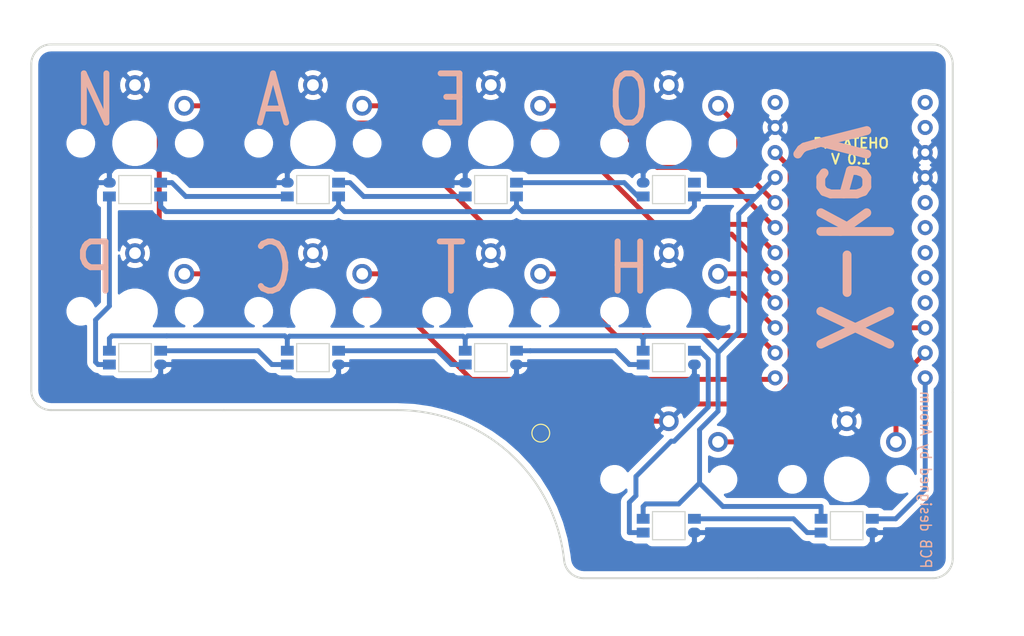
<source format=kicad_pcb>
(kicad_pcb (version 20171130) (host pcbnew "(5.1.10)-1")

  (general
    (thickness 1.6)
    (drawings 26)
    (tracks 170)
    (zones 0)
    (modules 22)
    (nets 24)
  )

  (page User 150.012 140.005)
  (title_block
    (title "Enki 42 left")
    (date 2021-06-23)
    (rev 0.2)
    (company Aroum)
  )

  (layers
    (0 F.Cu signal)
    (31 B.Cu signal)
    (32 B.Adhes user)
    (33 F.Adhes user)
    (34 B.Paste user)
    (35 F.Paste user)
    (36 B.SilkS user)
    (37 F.SilkS user)
    (38 B.Mask user)
    (39 F.Mask user)
    (40 Dwgs.User user)
    (41 Cmts.User user)
    (42 Eco1.User user)
    (43 Eco2.User user)
    (44 Edge.Cuts user)
    (45 Margin user)
    (46 B.CrtYd user)
    (47 F.CrtYd user)
    (48 B.Fab user)
    (49 F.Fab user)
  )

  (setup
    (last_trace_width 0.5)
    (user_trace_width 0.25)
    (user_trace_width 0.5)
    (trace_clearance 0.5)
    (zone_clearance 0.608)
    (zone_45_only no)
    (trace_min 0.15)
    (via_size 0.6)
    (via_drill 0.4)
    (via_min_size 0.4)
    (via_min_drill 0.3)
    (user_via 0.6 0.4)
    (uvia_size 0.3)
    (uvia_drill 0.1)
    (uvias_allowed no)
    (uvia_min_size 0.2)
    (uvia_min_drill 0.1)
    (edge_width 0.15)
    (segment_width 0.1)
    (pcb_text_width 0.3)
    (pcb_text_size 1.5 1.5)
    (mod_edge_width 0.15)
    (mod_text_size 1 1)
    (mod_text_width 0.15)
    (pad_size 0.975 0.95)
    (pad_drill 0)
    (pad_to_mask_clearance 0.051)
    (solder_mask_min_width 0.25)
    (aux_axis_origin 291.3875 36.175)
    (visible_elements 7FFDEFFF)
    (pcbplotparams
      (layerselection 0x010fc_ffffffff)
      (usegerberextensions true)
      (usegerberattributes false)
      (usegerberadvancedattributes false)
      (creategerberjobfile false)
      (excludeedgelayer true)
      (linewidth 0.100000)
      (plotframeref false)
      (viasonmask false)
      (mode 1)
      (useauxorigin false)
      (hpglpennumber 1)
      (hpglpenspeed 20)
      (hpglpendiameter 15.000000)
      (psnegative false)
      (psa4output false)
      (plotreference true)
      (plotvalue false)
      (plotinvisibletext false)
      (padsonsilk false)
      (subtractmaskfromsilk true)
      (outputformat 1)
      (mirror false)
      (drillshape 0)
      (scaleselection 1)
      (outputdirectory "gerber/"))
  )

  (net 0 "")
  (net 1 GND)
  (net 2 reset)
  (net 3 R1C1)
  (net 4 R1C2)
  (net 5 R1C3)
  (net 6 R1C4)
  (net 7 R2C1)
  (net 8 R2C2)
  (net 9 R2C3)
  (net 10 R2C4)
  (net 11 R3C4)
  (net 12 R3C5)
  (net 13 VCC)
  (net 14 LED)
  (net 15 "Net-(LED10-Pad4)")
  (net 16 "Net-(LED1-Pad2)")
  (net 17 "Net-(LED2-Pad2)")
  (net 18 "Net-(LED3-Pad2)")
  (net 19 "Net-(LED4-Pad2)")
  (net 20 "Net-(LED5-Pad2)")
  (net 21 "Net-(LED6-Pad2)")
  (net 22 "Net-(LED7-Pad2)")
  (net 23 "Net-(LED8-Pad2)")

  (net_class Default "これは標準のネット クラスです。"
    (clearance 0.5)
    (trace_width 0.5)
    (via_dia 0.6)
    (via_drill 0.4)
    (uvia_dia 0.3)
    (uvia_drill 0.1)
    (diff_pair_width 0.25)
    (diff_pair_gap 0.25)
    (add_net GND)
    (add_net LED)
    (add_net "Net-(LED1-Pad2)")
    (add_net "Net-(LED10-Pad2)")
    (add_net "Net-(LED10-Pad4)")
    (add_net "Net-(LED2-Pad2)")
    (add_net "Net-(LED3-Pad2)")
    (add_net "Net-(LED4-Pad2)")
    (add_net "Net-(LED5-Pad2)")
    (add_net "Net-(LED6-Pad2)")
    (add_net "Net-(LED7-Pad2)")
    (add_net "Net-(LED8-Pad2)")
    (add_net "Net-(U1-Pad1)")
    (add_net "Net-(U1-Pad2)")
    (add_net "Net-(U1-Pad24)")
    (add_net "Net-(U1-Pad5)")
    (add_net "Net-(U1-Pad6)")
    (add_net "Net-(U1-Pad7)")
    (add_net "Net-(U1-Pad8)")
    (add_net "Net-(U1-Pad9)")
    (add_net R1C1)
    (add_net R1C2)
    (add_net R1C3)
    (add_net R1C4)
    (add_net R2C1)
    (add_net R2C2)
    (add_net R2C3)
    (add_net R2C4)
    (add_net R3C4)
    (add_net R3C5)
    (add_net VCC)
    (add_net reset)
  )

  (module PNCATEHO:YS-SK6812MINI-E (layer B.Cu) (tedit 61128511) (tstamp 6107D854)
    (at 39.606 40.568)
    (path /61114162)
    (fp_text reference LED7 (at 0.1524 -0.1016 -180) (layer B.SilkS) hide
      (effects (font (size 0.5 0.5) (thickness 0.125)) (justify mirror))
    )
    (fp_text value YS-SK6812MINI-E (at 0 -2.2225 -180) (layer B.Fab) hide
      (effects (font (size 0.25 0.25) (thickness 0.0625)) (justify mirror))
    )
    (fp_line (start 1.65 1.425) (end -1.65 1.425) (layer Edge.Cuts) (width 0.12))
    (fp_line (start 1.65 -1.425) (end 1.65 1.425) (layer Edge.Cuts) (width 0.12))
    (fp_line (start -1.65 -1.425) (end 1.65 -1.425) (layer Edge.Cuts) (width 0.12))
    (fp_line (start -1.65 1.425) (end -1.65 -1.425) (layer Edge.Cuts) (width 0.12))
    (fp_line (start -1.6 -0.7) (end -0.8 -1.4) (layer Dwgs.User) (width 0.12))
    (fp_line (start 2.94 0.37) (end 2.94 1.05) (layer Dwgs.User) (width 0.12))
    (fp_line (start 2.94 1.05) (end 1.6 1.05) (layer Dwgs.User) (width 0.12))
    (fp_line (start 1.6 0.37) (end 2.94 0.37) (layer Dwgs.User) (width 0.12))
    (fp_line (start 2.94 -1.03) (end 2.94 -0.35) (layer Dwgs.User) (width 0.12))
    (fp_line (start 2.94 -0.35) (end 1.6 -0.35) (layer Dwgs.User) (width 0.12))
    (fp_line (start 1.6 -1.03) (end 2.94 -1.03) (layer Dwgs.User) (width 0.12))
    (fp_line (start -2.94 -0.35) (end -2.94 -1.03) (layer Dwgs.User) (width 0.12))
    (fp_line (start -2.94 -1.03) (end -1.6 -1.03) (layer Dwgs.User) (width 0.12))
    (fp_line (start -1.6 -0.35) (end -2.94 -0.35) (layer Dwgs.User) (width 0.12))
    (fp_line (start -2.94 0.37) (end -1.6 0.37) (layer Dwgs.User) (width 0.12))
    (fp_line (start -2.94 1.05) (end -2.94 0.37) (layer Dwgs.User) (width 0.12))
    (fp_line (start -1.6 1.05) (end -2.94 1.05) (layer Dwgs.User) (width 0.12))
    (fp_line (start 1.6 1.4) (end 1.6 -1.4) (layer Dwgs.User) (width 0.12))
    (fp_line (start -1.6 1.4) (end -1.6 -1.4) (layer Dwgs.User) (width 0.12))
    (fp_line (start -1.6 -1.4) (end 1.6 -1.4) (layer Dwgs.User) (width 0.12))
    (fp_line (start -1.6 1.4) (end 1.6 1.4) (layer Dwgs.User) (width 0.12))
    (pad 4 smd rect (at -2.6 0.7) (size 1.3 1) (layers B.Cu B.Paste B.Mask)
      (net 21 "Net-(LED6-Pad2)"))
    (pad 3 smd oval (at -2.6 -0.7) (size 1.3 1) (layers B.Cu B.Paste B.Mask)
      (net 1 GND))
    (pad 1 smd rect (at 2.6 0.7) (size 1.3 1) (layers B.Cu B.Paste B.Mask)
      (net 13 VCC))
    (pad 2 smd rect (at 2.6 -0.7) (size 1.3 1) (layers B.Cu B.Paste B.Mask)
      (net 22 "Net-(LED7-Pad2)"))
    (model ../PNCATEHO_lib/kicad-packages3D/kbd.3dshapes/YS-SK6812MINI-E.step
      (at (xyz 0 0 0))
      (scale (xyz 1 1 1))
      (rotate (xyz 0 180 0))
    )
  )

  (module PNCATEHO:YS-SK6812MINI-E (layer B.Cu) (tedit 61128511) (tstamp 6107D19D)
    (at 93.756 40.568)
    (path /6111414F)
    (fp_text reference LED10 (at 0.1524 -0.1016 -180) (layer B.SilkS) hide
      (effects (font (size 0.5 0.5) (thickness 0.125)) (justify mirror))
    )
    (fp_text value YS-SK6812MINI-E (at 0 -2.2225 -180) (layer B.Fab) hide
      (effects (font (size 0.25 0.25) (thickness 0.0625)) (justify mirror))
    )
    (fp_line (start 1.65 1.425) (end -1.65 1.425) (layer Edge.Cuts) (width 0.12))
    (fp_line (start 1.65 -1.425) (end 1.65 1.425) (layer Edge.Cuts) (width 0.12))
    (fp_line (start -1.65 -1.425) (end 1.65 -1.425) (layer Edge.Cuts) (width 0.12))
    (fp_line (start -1.65 1.425) (end -1.65 -1.425) (layer Edge.Cuts) (width 0.12))
    (fp_line (start -1.6 -0.7) (end -0.8 -1.4) (layer Dwgs.User) (width 0.12))
    (fp_line (start 2.94 0.37) (end 2.94 1.05) (layer Dwgs.User) (width 0.12))
    (fp_line (start 2.94 1.05) (end 1.6 1.05) (layer Dwgs.User) (width 0.12))
    (fp_line (start 1.6 0.37) (end 2.94 0.37) (layer Dwgs.User) (width 0.12))
    (fp_line (start 2.94 -1.03) (end 2.94 -0.35) (layer Dwgs.User) (width 0.12))
    (fp_line (start 2.94 -0.35) (end 1.6 -0.35) (layer Dwgs.User) (width 0.12))
    (fp_line (start 1.6 -1.03) (end 2.94 -1.03) (layer Dwgs.User) (width 0.12))
    (fp_line (start -2.94 -0.35) (end -2.94 -1.03) (layer Dwgs.User) (width 0.12))
    (fp_line (start -2.94 -1.03) (end -1.6 -1.03) (layer Dwgs.User) (width 0.12))
    (fp_line (start -1.6 -0.35) (end -2.94 -0.35) (layer Dwgs.User) (width 0.12))
    (fp_line (start -2.94 0.37) (end -1.6 0.37) (layer Dwgs.User) (width 0.12))
    (fp_line (start -2.94 1.05) (end -2.94 0.37) (layer Dwgs.User) (width 0.12))
    (fp_line (start -1.6 1.05) (end -2.94 1.05) (layer Dwgs.User) (width 0.12))
    (fp_line (start 1.6 1.4) (end 1.6 -1.4) (layer Dwgs.User) (width 0.12))
    (fp_line (start -1.6 1.4) (end -1.6 -1.4) (layer Dwgs.User) (width 0.12))
    (fp_line (start -1.6 -1.4) (end 1.6 -1.4) (layer Dwgs.User) (width 0.12))
    (fp_line (start -1.6 1.4) (end 1.6 1.4) (layer Dwgs.User) (width 0.12))
    (pad 4 smd rect (at -2.6 0.7) (size 1.3 1) (layers B.Cu B.Paste B.Mask)
      (net 15 "Net-(LED10-Pad4)"))
    (pad 3 smd oval (at -2.6 -0.7) (size 1.3 1) (layers B.Cu B.Paste B.Mask)
      (net 1 GND))
    (pad 1 smd rect (at 2.6 0.7) (size 1.3 1) (layers B.Cu B.Paste B.Mask)
      (net 13 VCC))
    (pad 2 smd rect (at 2.6 -0.7) (size 1.3 1) (layers B.Cu B.Paste B.Mask))
    (model ../PNCATEHO_lib/kicad-packages3D/kbd.3dshapes/YS-SK6812MINI-E.step
      (at (xyz 0 0 0))
      (scale (xyz 1 1 1))
      (rotate (xyz 0 180 0))
    )
  )

  (module PNCATEHO:YS-SK6812MINI-E (layer B.Cu) (tedit 61128511) (tstamp 6107D88E)
    (at 75.706 40.568)
    (path /61114155)
    (fp_text reference LED9 (at 0.1524 -0.1016 -180) (layer B.SilkS) hide
      (effects (font (size 0.5 0.5) (thickness 0.125)) (justify mirror))
    )
    (fp_text value YS-SK6812MINI-E (at 0 -2.2225 -180) (layer B.Fab) hide
      (effects (font (size 0.25 0.25) (thickness 0.0625)) (justify mirror))
    )
    (fp_line (start 1.65 1.425) (end -1.65 1.425) (layer Edge.Cuts) (width 0.12))
    (fp_line (start 1.65 -1.425) (end 1.65 1.425) (layer Edge.Cuts) (width 0.12))
    (fp_line (start -1.65 -1.425) (end 1.65 -1.425) (layer Edge.Cuts) (width 0.12))
    (fp_line (start -1.65 1.425) (end -1.65 -1.425) (layer Edge.Cuts) (width 0.12))
    (fp_line (start -1.6 -0.7) (end -0.8 -1.4) (layer Dwgs.User) (width 0.12))
    (fp_line (start 2.94 0.37) (end 2.94 1.05) (layer Dwgs.User) (width 0.12))
    (fp_line (start 2.94 1.05) (end 1.6 1.05) (layer Dwgs.User) (width 0.12))
    (fp_line (start 1.6 0.37) (end 2.94 0.37) (layer Dwgs.User) (width 0.12))
    (fp_line (start 2.94 -1.03) (end 2.94 -0.35) (layer Dwgs.User) (width 0.12))
    (fp_line (start 2.94 -0.35) (end 1.6 -0.35) (layer Dwgs.User) (width 0.12))
    (fp_line (start 1.6 -1.03) (end 2.94 -1.03) (layer Dwgs.User) (width 0.12))
    (fp_line (start -2.94 -0.35) (end -2.94 -1.03) (layer Dwgs.User) (width 0.12))
    (fp_line (start -2.94 -1.03) (end -1.6 -1.03) (layer Dwgs.User) (width 0.12))
    (fp_line (start -1.6 -0.35) (end -2.94 -0.35) (layer Dwgs.User) (width 0.12))
    (fp_line (start -2.94 0.37) (end -1.6 0.37) (layer Dwgs.User) (width 0.12))
    (fp_line (start -2.94 1.05) (end -2.94 0.37) (layer Dwgs.User) (width 0.12))
    (fp_line (start -1.6 1.05) (end -2.94 1.05) (layer Dwgs.User) (width 0.12))
    (fp_line (start 1.6 1.4) (end 1.6 -1.4) (layer Dwgs.User) (width 0.12))
    (fp_line (start -1.6 1.4) (end -1.6 -1.4) (layer Dwgs.User) (width 0.12))
    (fp_line (start -1.6 -1.4) (end 1.6 -1.4) (layer Dwgs.User) (width 0.12))
    (fp_line (start -1.6 1.4) (end 1.6 1.4) (layer Dwgs.User) (width 0.12))
    (pad 4 smd rect (at -2.6 0.7) (size 1.3 1) (layers B.Cu B.Paste B.Mask)
      (net 23 "Net-(LED8-Pad2)"))
    (pad 3 smd oval (at -2.6 -0.7) (size 1.3 1) (layers B.Cu B.Paste B.Mask)
      (net 1 GND))
    (pad 1 smd rect (at 2.6 0.7) (size 1.3 1) (layers B.Cu B.Paste B.Mask)
      (net 13 VCC))
    (pad 2 smd rect (at 2.6 -0.7) (size 1.3 1) (layers B.Cu B.Paste B.Mask)
      (net 15 "Net-(LED10-Pad4)"))
    (model ../PNCATEHO_lib/kicad-packages3D/kbd.3dshapes/YS-SK6812MINI-E.step
      (at (xyz 0 0 0))
      (scale (xyz 1 1 1))
      (rotate (xyz 0 180 0))
    )
  )

  (module PNCATEHO:YS-SK6812MINI-E (layer B.Cu) (tedit 61128511) (tstamp 6107D871)
    (at 57.656 40.568)
    (path /6111415C)
    (fp_text reference LED8 (at 0.1524 -0.1016 -180) (layer B.SilkS) hide
      (effects (font (size 0.5 0.5) (thickness 0.125)) (justify mirror))
    )
    (fp_text value YS-SK6812MINI-E (at 0 -2.2225 -180) (layer B.Fab) hide
      (effects (font (size 0.25 0.25) (thickness 0.0625)) (justify mirror))
    )
    (fp_line (start 1.65 1.425) (end -1.65 1.425) (layer Edge.Cuts) (width 0.12))
    (fp_line (start 1.65 -1.425) (end 1.65 1.425) (layer Edge.Cuts) (width 0.12))
    (fp_line (start -1.65 -1.425) (end 1.65 -1.425) (layer Edge.Cuts) (width 0.12))
    (fp_line (start -1.65 1.425) (end -1.65 -1.425) (layer Edge.Cuts) (width 0.12))
    (fp_line (start -1.6 -0.7) (end -0.8 -1.4) (layer Dwgs.User) (width 0.12))
    (fp_line (start 2.94 0.37) (end 2.94 1.05) (layer Dwgs.User) (width 0.12))
    (fp_line (start 2.94 1.05) (end 1.6 1.05) (layer Dwgs.User) (width 0.12))
    (fp_line (start 1.6 0.37) (end 2.94 0.37) (layer Dwgs.User) (width 0.12))
    (fp_line (start 2.94 -1.03) (end 2.94 -0.35) (layer Dwgs.User) (width 0.12))
    (fp_line (start 2.94 -0.35) (end 1.6 -0.35) (layer Dwgs.User) (width 0.12))
    (fp_line (start 1.6 -1.03) (end 2.94 -1.03) (layer Dwgs.User) (width 0.12))
    (fp_line (start -2.94 -0.35) (end -2.94 -1.03) (layer Dwgs.User) (width 0.12))
    (fp_line (start -2.94 -1.03) (end -1.6 -1.03) (layer Dwgs.User) (width 0.12))
    (fp_line (start -1.6 -0.35) (end -2.94 -0.35) (layer Dwgs.User) (width 0.12))
    (fp_line (start -2.94 0.37) (end -1.6 0.37) (layer Dwgs.User) (width 0.12))
    (fp_line (start -2.94 1.05) (end -2.94 0.37) (layer Dwgs.User) (width 0.12))
    (fp_line (start -1.6 1.05) (end -2.94 1.05) (layer Dwgs.User) (width 0.12))
    (fp_line (start 1.6 1.4) (end 1.6 -1.4) (layer Dwgs.User) (width 0.12))
    (fp_line (start -1.6 1.4) (end -1.6 -1.4) (layer Dwgs.User) (width 0.12))
    (fp_line (start -1.6 -1.4) (end 1.6 -1.4) (layer Dwgs.User) (width 0.12))
    (fp_line (start -1.6 1.4) (end 1.6 1.4) (layer Dwgs.User) (width 0.12))
    (pad 4 smd rect (at -2.6 0.7) (size 1.3 1) (layers B.Cu B.Paste B.Mask)
      (net 22 "Net-(LED7-Pad2)"))
    (pad 3 smd oval (at -2.6 -0.7) (size 1.3 1) (layers B.Cu B.Paste B.Mask)
      (net 1 GND))
    (pad 1 smd rect (at 2.6 0.7) (size 1.3 1) (layers B.Cu B.Paste B.Mask)
      (net 13 VCC))
    (pad 2 smd rect (at 2.6 -0.7) (size 1.3 1) (layers B.Cu B.Paste B.Mask)
      (net 23 "Net-(LED8-Pad2)"))
    (model ../PNCATEHO_lib/kicad-packages3D/kbd.3dshapes/YS-SK6812MINI-E.step
      (at (xyz 0 0 0))
      (scale (xyz 1 1 1))
      (rotate (xyz 0 180 0))
    )
  )

  (module PNCATEHO:YS-SK6812MINI-E (layer B.Cu) (tedit 61128511) (tstamp 6107D837)
    (at 39.606 57.618 180)
    (path /61111C89)
    (fp_text reference LED6 (at 0.1524 -0.1016 180) (layer B.SilkS) hide
      (effects (font (size 0.5 0.5) (thickness 0.125)) (justify mirror))
    )
    (fp_text value YS-SK6812MINI-E (at 0 -2.2225 180) (layer B.Fab) hide
      (effects (font (size 0.25 0.25) (thickness 0.0625)) (justify mirror))
    )
    (fp_line (start 1.65 1.425) (end -1.65 1.425) (layer Edge.Cuts) (width 0.12))
    (fp_line (start 1.65 -1.425) (end 1.65 1.425) (layer Edge.Cuts) (width 0.12))
    (fp_line (start -1.65 -1.425) (end 1.65 -1.425) (layer Edge.Cuts) (width 0.12))
    (fp_line (start -1.65 1.425) (end -1.65 -1.425) (layer Edge.Cuts) (width 0.12))
    (fp_line (start -1.6 -0.7) (end -0.8 -1.4) (layer Dwgs.User) (width 0.12))
    (fp_line (start 2.94 0.37) (end 2.94 1.05) (layer Dwgs.User) (width 0.12))
    (fp_line (start 2.94 1.05) (end 1.6 1.05) (layer Dwgs.User) (width 0.12))
    (fp_line (start 1.6 0.37) (end 2.94 0.37) (layer Dwgs.User) (width 0.12))
    (fp_line (start 2.94 -1.03) (end 2.94 -0.35) (layer Dwgs.User) (width 0.12))
    (fp_line (start 2.94 -0.35) (end 1.6 -0.35) (layer Dwgs.User) (width 0.12))
    (fp_line (start 1.6 -1.03) (end 2.94 -1.03) (layer Dwgs.User) (width 0.12))
    (fp_line (start -2.94 -0.35) (end -2.94 -1.03) (layer Dwgs.User) (width 0.12))
    (fp_line (start -2.94 -1.03) (end -1.6 -1.03) (layer Dwgs.User) (width 0.12))
    (fp_line (start -1.6 -0.35) (end -2.94 -0.35) (layer Dwgs.User) (width 0.12))
    (fp_line (start -2.94 0.37) (end -1.6 0.37) (layer Dwgs.User) (width 0.12))
    (fp_line (start -2.94 1.05) (end -2.94 0.37) (layer Dwgs.User) (width 0.12))
    (fp_line (start -1.6 1.05) (end -2.94 1.05) (layer Dwgs.User) (width 0.12))
    (fp_line (start 1.6 1.4) (end 1.6 -1.4) (layer Dwgs.User) (width 0.12))
    (fp_line (start -1.6 1.4) (end -1.6 -1.4) (layer Dwgs.User) (width 0.12))
    (fp_line (start -1.6 -1.4) (end 1.6 -1.4) (layer Dwgs.User) (width 0.12))
    (fp_line (start -1.6 1.4) (end 1.6 1.4) (layer Dwgs.User) (width 0.12))
    (pad 4 smd rect (at -2.6 0.7 180) (size 1.3 1) (layers B.Cu B.Paste B.Mask)
      (net 20 "Net-(LED5-Pad2)"))
    (pad 3 smd oval (at -2.6 -0.7 180) (size 1.3 1) (layers B.Cu B.Paste B.Mask)
      (net 1 GND))
    (pad 1 smd rect (at 2.6 0.7 180) (size 1.3 1) (layers B.Cu B.Paste B.Mask)
      (net 13 VCC))
    (pad 2 smd rect (at 2.6 -0.7 180) (size 1.3 1) (layers B.Cu B.Paste B.Mask)
      (net 21 "Net-(LED6-Pad2)"))
    (model ../PNCATEHO_lib/kicad-packages3D/kbd.3dshapes/YS-SK6812MINI-E.step
      (at (xyz 0 0 0))
      (scale (xyz 1 1 1))
      (rotate (xyz 0 180 0))
    )
  )

  (module PNCATEHO:YS-SK6812MINI-E (layer B.Cu) (tedit 61128511) (tstamp 6107D81A)
    (at 57.656 57.618 180)
    (path /61111C83)
    (fp_text reference LED5 (at 0.1524 -0.1016 180) (layer B.SilkS) hide
      (effects (font (size 0.5 0.5) (thickness 0.125)) (justify mirror))
    )
    (fp_text value YS-SK6812MINI-E (at 0 -2.2225 180) (layer B.Fab) hide
      (effects (font (size 0.25 0.25) (thickness 0.0625)) (justify mirror))
    )
    (fp_line (start 1.65 1.425) (end -1.65 1.425) (layer Edge.Cuts) (width 0.12))
    (fp_line (start 1.65 -1.425) (end 1.65 1.425) (layer Edge.Cuts) (width 0.12))
    (fp_line (start -1.65 -1.425) (end 1.65 -1.425) (layer Edge.Cuts) (width 0.12))
    (fp_line (start -1.65 1.425) (end -1.65 -1.425) (layer Edge.Cuts) (width 0.12))
    (fp_line (start -1.6 -0.7) (end -0.8 -1.4) (layer Dwgs.User) (width 0.12))
    (fp_line (start 2.94 0.37) (end 2.94 1.05) (layer Dwgs.User) (width 0.12))
    (fp_line (start 2.94 1.05) (end 1.6 1.05) (layer Dwgs.User) (width 0.12))
    (fp_line (start 1.6 0.37) (end 2.94 0.37) (layer Dwgs.User) (width 0.12))
    (fp_line (start 2.94 -1.03) (end 2.94 -0.35) (layer Dwgs.User) (width 0.12))
    (fp_line (start 2.94 -0.35) (end 1.6 -0.35) (layer Dwgs.User) (width 0.12))
    (fp_line (start 1.6 -1.03) (end 2.94 -1.03) (layer Dwgs.User) (width 0.12))
    (fp_line (start -2.94 -0.35) (end -2.94 -1.03) (layer Dwgs.User) (width 0.12))
    (fp_line (start -2.94 -1.03) (end -1.6 -1.03) (layer Dwgs.User) (width 0.12))
    (fp_line (start -1.6 -0.35) (end -2.94 -0.35) (layer Dwgs.User) (width 0.12))
    (fp_line (start -2.94 0.37) (end -1.6 0.37) (layer Dwgs.User) (width 0.12))
    (fp_line (start -2.94 1.05) (end -2.94 0.37) (layer Dwgs.User) (width 0.12))
    (fp_line (start -1.6 1.05) (end -2.94 1.05) (layer Dwgs.User) (width 0.12))
    (fp_line (start 1.6 1.4) (end 1.6 -1.4) (layer Dwgs.User) (width 0.12))
    (fp_line (start -1.6 1.4) (end -1.6 -1.4) (layer Dwgs.User) (width 0.12))
    (fp_line (start -1.6 -1.4) (end 1.6 -1.4) (layer Dwgs.User) (width 0.12))
    (fp_line (start -1.6 1.4) (end 1.6 1.4) (layer Dwgs.User) (width 0.12))
    (pad 4 smd rect (at -2.6 0.7 180) (size 1.3 1) (layers B.Cu B.Paste B.Mask)
      (net 19 "Net-(LED4-Pad2)"))
    (pad 3 smd oval (at -2.6 -0.7 180) (size 1.3 1) (layers B.Cu B.Paste B.Mask)
      (net 1 GND))
    (pad 1 smd rect (at 2.6 0.7 180) (size 1.3 1) (layers B.Cu B.Paste B.Mask)
      (net 13 VCC))
    (pad 2 smd rect (at 2.6 -0.7 180) (size 1.3 1) (layers B.Cu B.Paste B.Mask)
      (net 20 "Net-(LED5-Pad2)"))
    (model ../PNCATEHO_lib/kicad-packages3D/kbd.3dshapes/YS-SK6812MINI-E.step
      (at (xyz 0 0 0))
      (scale (xyz 1 1 1))
      (rotate (xyz 0 180 0))
    )
  )

  (module PNCATEHO:YS-SK6812MINI-E (layer B.Cu) (tedit 61128511) (tstamp 6107D7FD)
    (at 75.706 57.618 180)
    (path /6110F980)
    (fp_text reference LED4 (at 0.1524 -0.1016 180) (layer B.SilkS) hide
      (effects (font (size 0.5 0.5) (thickness 0.125)) (justify mirror))
    )
    (fp_text value YS-SK6812MINI-E (at 0 -2.2225 180) (layer B.Fab) hide
      (effects (font (size 0.25 0.25) (thickness 0.0625)) (justify mirror))
    )
    (fp_line (start 1.65 1.425) (end -1.65 1.425) (layer Edge.Cuts) (width 0.12))
    (fp_line (start 1.65 -1.425) (end 1.65 1.425) (layer Edge.Cuts) (width 0.12))
    (fp_line (start -1.65 -1.425) (end 1.65 -1.425) (layer Edge.Cuts) (width 0.12))
    (fp_line (start -1.65 1.425) (end -1.65 -1.425) (layer Edge.Cuts) (width 0.12))
    (fp_line (start -1.6 -0.7) (end -0.8 -1.4) (layer Dwgs.User) (width 0.12))
    (fp_line (start 2.94 0.37) (end 2.94 1.05) (layer Dwgs.User) (width 0.12))
    (fp_line (start 2.94 1.05) (end 1.6 1.05) (layer Dwgs.User) (width 0.12))
    (fp_line (start 1.6 0.37) (end 2.94 0.37) (layer Dwgs.User) (width 0.12))
    (fp_line (start 2.94 -1.03) (end 2.94 -0.35) (layer Dwgs.User) (width 0.12))
    (fp_line (start 2.94 -0.35) (end 1.6 -0.35) (layer Dwgs.User) (width 0.12))
    (fp_line (start 1.6 -1.03) (end 2.94 -1.03) (layer Dwgs.User) (width 0.12))
    (fp_line (start -2.94 -0.35) (end -2.94 -1.03) (layer Dwgs.User) (width 0.12))
    (fp_line (start -2.94 -1.03) (end -1.6 -1.03) (layer Dwgs.User) (width 0.12))
    (fp_line (start -1.6 -0.35) (end -2.94 -0.35) (layer Dwgs.User) (width 0.12))
    (fp_line (start -2.94 0.37) (end -1.6 0.37) (layer Dwgs.User) (width 0.12))
    (fp_line (start -2.94 1.05) (end -2.94 0.37) (layer Dwgs.User) (width 0.12))
    (fp_line (start -1.6 1.05) (end -2.94 1.05) (layer Dwgs.User) (width 0.12))
    (fp_line (start 1.6 1.4) (end 1.6 -1.4) (layer Dwgs.User) (width 0.12))
    (fp_line (start -1.6 1.4) (end -1.6 -1.4) (layer Dwgs.User) (width 0.12))
    (fp_line (start -1.6 -1.4) (end 1.6 -1.4) (layer Dwgs.User) (width 0.12))
    (fp_line (start -1.6 1.4) (end 1.6 1.4) (layer Dwgs.User) (width 0.12))
    (pad 4 smd rect (at -2.6 0.7 180) (size 1.3 1) (layers B.Cu B.Paste B.Mask)
      (net 18 "Net-(LED3-Pad2)"))
    (pad 3 smd oval (at -2.6 -0.7 180) (size 1.3 1) (layers B.Cu B.Paste B.Mask)
      (net 1 GND))
    (pad 1 smd rect (at 2.6 0.7 180) (size 1.3 1) (layers B.Cu B.Paste B.Mask)
      (net 13 VCC))
    (pad 2 smd rect (at 2.6 -0.7 180) (size 1.3 1) (layers B.Cu B.Paste B.Mask)
      (net 19 "Net-(LED4-Pad2)"))
    (model ../PNCATEHO_lib/kicad-packages3D/kbd.3dshapes/YS-SK6812MINI-E.step
      (at (xyz 0 0 0))
      (scale (xyz 1 1 1))
      (rotate (xyz 0 180 0))
    )
  )

  (module PNCATEHO:YS-SK6812MINI-E (layer B.Cu) (tedit 61128511) (tstamp 6107D7E0)
    (at 93.756 57.618 180)
    (path /6110F97A)
    (fp_text reference LED3 (at 0.1524 -0.1016 180) (layer B.SilkS) hide
      (effects (font (size 0.5 0.5) (thickness 0.125)) (justify mirror))
    )
    (fp_text value YS-SK6812MINI-E (at 0 -2.2225 180) (layer B.Fab) hide
      (effects (font (size 0.25 0.25) (thickness 0.0625)) (justify mirror))
    )
    (fp_line (start 1.65 1.425) (end -1.65 1.425) (layer Edge.Cuts) (width 0.12))
    (fp_line (start 1.65 -1.425) (end 1.65 1.425) (layer Edge.Cuts) (width 0.12))
    (fp_line (start -1.65 -1.425) (end 1.65 -1.425) (layer Edge.Cuts) (width 0.12))
    (fp_line (start -1.65 1.425) (end -1.65 -1.425) (layer Edge.Cuts) (width 0.12))
    (fp_line (start -1.6 -0.7) (end -0.8 -1.4) (layer Dwgs.User) (width 0.12))
    (fp_line (start 2.94 0.37) (end 2.94 1.05) (layer Dwgs.User) (width 0.12))
    (fp_line (start 2.94 1.05) (end 1.6 1.05) (layer Dwgs.User) (width 0.12))
    (fp_line (start 1.6 0.37) (end 2.94 0.37) (layer Dwgs.User) (width 0.12))
    (fp_line (start 2.94 -1.03) (end 2.94 -0.35) (layer Dwgs.User) (width 0.12))
    (fp_line (start 2.94 -0.35) (end 1.6 -0.35) (layer Dwgs.User) (width 0.12))
    (fp_line (start 1.6 -1.03) (end 2.94 -1.03) (layer Dwgs.User) (width 0.12))
    (fp_line (start -2.94 -0.35) (end -2.94 -1.03) (layer Dwgs.User) (width 0.12))
    (fp_line (start -2.94 -1.03) (end -1.6 -1.03) (layer Dwgs.User) (width 0.12))
    (fp_line (start -1.6 -0.35) (end -2.94 -0.35) (layer Dwgs.User) (width 0.12))
    (fp_line (start -2.94 0.37) (end -1.6 0.37) (layer Dwgs.User) (width 0.12))
    (fp_line (start -2.94 1.05) (end -2.94 0.37) (layer Dwgs.User) (width 0.12))
    (fp_line (start -1.6 1.05) (end -2.94 1.05) (layer Dwgs.User) (width 0.12))
    (fp_line (start 1.6 1.4) (end 1.6 -1.4) (layer Dwgs.User) (width 0.12))
    (fp_line (start -1.6 1.4) (end -1.6 -1.4) (layer Dwgs.User) (width 0.12))
    (fp_line (start -1.6 -1.4) (end 1.6 -1.4) (layer Dwgs.User) (width 0.12))
    (fp_line (start -1.6 1.4) (end 1.6 1.4) (layer Dwgs.User) (width 0.12))
    (pad 4 smd rect (at -2.6 0.7 180) (size 1.3 1) (layers B.Cu B.Paste B.Mask)
      (net 17 "Net-(LED2-Pad2)"))
    (pad 3 smd oval (at -2.6 -0.7 180) (size 1.3 1) (layers B.Cu B.Paste B.Mask)
      (net 1 GND))
    (pad 1 smd rect (at 2.6 0.7 180) (size 1.3 1) (layers B.Cu B.Paste B.Mask)
      (net 13 VCC))
    (pad 2 smd rect (at 2.6 -0.7 180) (size 1.3 1) (layers B.Cu B.Paste B.Mask)
      (net 18 "Net-(LED3-Pad2)"))
    (model ../PNCATEHO_lib/kicad-packages3D/kbd.3dshapes/YS-SK6812MINI-E.step
      (at (xyz 0 0 0))
      (scale (xyz 1 1 1))
      (rotate (xyz 0 180 0))
    )
  )

  (module PNCATEHO:YS-SK6812MINI-E (layer B.Cu) (tedit 61128511) (tstamp 6107D7C3)
    (at 93.756 74.668 180)
    (path /610FD4C0)
    (fp_text reference LED2 (at 0.1524 -0.1016 180) (layer B.SilkS) hide
      (effects (font (size 0.5 0.5) (thickness 0.125)) (justify mirror))
    )
    (fp_text value YS-SK6812MINI-E (at 0 -2.2225 180) (layer B.Fab) hide
      (effects (font (size 0.25 0.25) (thickness 0.0625)) (justify mirror))
    )
    (fp_line (start 1.65 1.425) (end -1.65 1.425) (layer Edge.Cuts) (width 0.12))
    (fp_line (start 1.65 -1.425) (end 1.65 1.425) (layer Edge.Cuts) (width 0.12))
    (fp_line (start -1.65 -1.425) (end 1.65 -1.425) (layer Edge.Cuts) (width 0.12))
    (fp_line (start -1.65 1.425) (end -1.65 -1.425) (layer Edge.Cuts) (width 0.12))
    (fp_line (start -1.6 -0.7) (end -0.8 -1.4) (layer Dwgs.User) (width 0.12))
    (fp_line (start 2.94 0.37) (end 2.94 1.05) (layer Dwgs.User) (width 0.12))
    (fp_line (start 2.94 1.05) (end 1.6 1.05) (layer Dwgs.User) (width 0.12))
    (fp_line (start 1.6 0.37) (end 2.94 0.37) (layer Dwgs.User) (width 0.12))
    (fp_line (start 2.94 -1.03) (end 2.94 -0.35) (layer Dwgs.User) (width 0.12))
    (fp_line (start 2.94 -0.35) (end 1.6 -0.35) (layer Dwgs.User) (width 0.12))
    (fp_line (start 1.6 -1.03) (end 2.94 -1.03) (layer Dwgs.User) (width 0.12))
    (fp_line (start -2.94 -0.35) (end -2.94 -1.03) (layer Dwgs.User) (width 0.12))
    (fp_line (start -2.94 -1.03) (end -1.6 -1.03) (layer Dwgs.User) (width 0.12))
    (fp_line (start -1.6 -0.35) (end -2.94 -0.35) (layer Dwgs.User) (width 0.12))
    (fp_line (start -2.94 0.37) (end -1.6 0.37) (layer Dwgs.User) (width 0.12))
    (fp_line (start -2.94 1.05) (end -2.94 0.37) (layer Dwgs.User) (width 0.12))
    (fp_line (start -1.6 1.05) (end -2.94 1.05) (layer Dwgs.User) (width 0.12))
    (fp_line (start 1.6 1.4) (end 1.6 -1.4) (layer Dwgs.User) (width 0.12))
    (fp_line (start -1.6 1.4) (end -1.6 -1.4) (layer Dwgs.User) (width 0.12))
    (fp_line (start -1.6 -1.4) (end 1.6 -1.4) (layer Dwgs.User) (width 0.12))
    (fp_line (start -1.6 1.4) (end 1.6 1.4) (layer Dwgs.User) (width 0.12))
    (pad 4 smd rect (at -2.6 0.7 180) (size 1.3 1) (layers B.Cu B.Paste B.Mask)
      (net 16 "Net-(LED1-Pad2)"))
    (pad 3 smd oval (at -2.6 -0.7 180) (size 1.3 1) (layers B.Cu B.Paste B.Mask)
      (net 1 GND))
    (pad 1 smd rect (at 2.6 0.7 180) (size 1.3 1) (layers B.Cu B.Paste B.Mask)
      (net 13 VCC))
    (pad 2 smd rect (at 2.6 -0.7 180) (size 1.3 1) (layers B.Cu B.Paste B.Mask)
      (net 17 "Net-(LED2-Pad2)"))
    (model ../PNCATEHO_lib/kicad-packages3D/kbd.3dshapes/YS-SK6812MINI-E.step
      (at (xyz 0 0 0))
      (scale (xyz 1 1 1))
      (rotate (xyz 0 180 0))
    )
  )

  (module PNCATEHO:YS-SK6812MINI-E (layer B.Cu) (tedit 61128511) (tstamp 6107D7A6)
    (at 111.806 74.668 180)
    (path /610FAF8C)
    (fp_text reference LED1 (at 0.1524 -0.1016 180) (layer B.SilkS) hide
      (effects (font (size 0.5 0.5) (thickness 0.125)) (justify mirror))
    )
    (fp_text value YS-SK6812MINI-E (at 0 -2.2225 180) (layer B.Fab) hide
      (effects (font (size 0.25 0.25) (thickness 0.0625)) (justify mirror))
    )
    (fp_line (start 1.65 1.425) (end -1.65 1.425) (layer Edge.Cuts) (width 0.12))
    (fp_line (start 1.65 -1.425) (end 1.65 1.425) (layer Edge.Cuts) (width 0.12))
    (fp_line (start -1.65 -1.425) (end 1.65 -1.425) (layer Edge.Cuts) (width 0.12))
    (fp_line (start -1.65 1.425) (end -1.65 -1.425) (layer Edge.Cuts) (width 0.12))
    (fp_line (start -1.6 -0.7) (end -0.8 -1.4) (layer Dwgs.User) (width 0.12))
    (fp_line (start 2.94 0.37) (end 2.94 1.05) (layer Dwgs.User) (width 0.12))
    (fp_line (start 2.94 1.05) (end 1.6 1.05) (layer Dwgs.User) (width 0.12))
    (fp_line (start 1.6 0.37) (end 2.94 0.37) (layer Dwgs.User) (width 0.12))
    (fp_line (start 2.94 -1.03) (end 2.94 -0.35) (layer Dwgs.User) (width 0.12))
    (fp_line (start 2.94 -0.35) (end 1.6 -0.35) (layer Dwgs.User) (width 0.12))
    (fp_line (start 1.6 -1.03) (end 2.94 -1.03) (layer Dwgs.User) (width 0.12))
    (fp_line (start -2.94 -0.35) (end -2.94 -1.03) (layer Dwgs.User) (width 0.12))
    (fp_line (start -2.94 -1.03) (end -1.6 -1.03) (layer Dwgs.User) (width 0.12))
    (fp_line (start -1.6 -0.35) (end -2.94 -0.35) (layer Dwgs.User) (width 0.12))
    (fp_line (start -2.94 0.37) (end -1.6 0.37) (layer Dwgs.User) (width 0.12))
    (fp_line (start -2.94 1.05) (end -2.94 0.37) (layer Dwgs.User) (width 0.12))
    (fp_line (start -1.6 1.05) (end -2.94 1.05) (layer Dwgs.User) (width 0.12))
    (fp_line (start 1.6 1.4) (end 1.6 -1.4) (layer Dwgs.User) (width 0.12))
    (fp_line (start -1.6 1.4) (end -1.6 -1.4) (layer Dwgs.User) (width 0.12))
    (fp_line (start -1.6 -1.4) (end 1.6 -1.4) (layer Dwgs.User) (width 0.12))
    (fp_line (start -1.6 1.4) (end 1.6 1.4) (layer Dwgs.User) (width 0.12))
    (pad 4 smd rect (at -2.6 0.7 180) (size 1.3 1) (layers B.Cu B.Paste B.Mask)
      (net 14 LED))
    (pad 3 smd oval (at -2.6 -0.7 180) (size 1.3 1) (layers B.Cu B.Paste B.Mask)
      (net 1 GND))
    (pad 1 smd rect (at 2.6 0.7 180) (size 1.3 1) (layers B.Cu B.Paste B.Mask)
      (net 13 VCC))
    (pad 2 smd rect (at 2.6 -0.7 180) (size 1.3 1) (layers B.Cu B.Paste B.Mask)
      (net 16 "Net-(LED1-Pad2)"))
    (model ../PNCATEHO_lib/kicad-packages3D/kbd.3dshapes/YS-SK6812MINI-E.step
      (at (xyz 0 0 0))
      (scale (xyz 1 1 1))
      (rotate (xyz 0 180 0))
    )
  )

  (module PNCATEHO:ProMicro (layer F.Cu) (tedit 611284F3) (tstamp 60D59DF1)
    (at 112.16 46.209)
    (path /60D4AD11)
    (fp_text reference U1 (at 0 -5 270) (layer F.SilkS) hide
      (effects (font (size 1 1) (thickness 0.15)))
    )
    (fp_text value ProMicro_r (at -0.1 0.05 90) (layer F.Fab) hide
      (effects (font (size 1 1) (thickness 0.15)))
    )
    (fp_text user MicroUSB (at -0.05 -18.95) (layer Dwgs.User)
      (effects (font (size 0.75 0.75) (thickness 0.12)))
    )
    (fp_text user B4/8 (at 4.705 10.8 unlocked) (layer Dwgs.User)
      (effects (font (size 0.75 0.67) (thickness 0.125)))
    )
    (fp_text user D2/RX1 (at 4.155 -11.9 unlocked) (layer Dwgs.User)
      (effects (font (size 0.75 0.67) (thickness 0.125)))
    )
    (fp_text user B5/9 (at 4.705 13.3 unlocked) (layer Dwgs.User)
      (effects (font (size 0.75 0.67) (thickness 0.125)))
    )
    (fp_text user C6/5 (at 4.705 3.15 unlocked) (layer Dwgs.User)
      (effects (font (size 0.75 0.67) (thickness 0.125)))
    )
    (fp_text user SCL/D0/3 (at 3.455 -1.9 unlocked) (layer Dwgs.User)
      (effects (font (size 0.75 0.67) (thickness 0.125)))
    )
    (fp_text user SDA/D1/2 (at 3.455 -4.4 unlocked) (layer Dwgs.User)
      (effects (font (size 0.75 0.67) (thickness 0.125)))
    )
    (fp_text user D4/4 (at 4.705 0.6 unlocked) (layer Dwgs.User)
      (effects (font (size 0.75 0.67) (thickness 0.125)))
    )
    (fp_text user D3/TX0 (at 4.155 -14.45 unlocked) (layer Dwgs.User)
      (effects (font (size 0.75 0.67) (thickness 0.125)))
    )
    (fp_text user GND (at 4.955 -6.9 unlocked) (layer Dwgs.User)
      (effects (font (size 0.75 0.67) (thickness 0.125)))
    )
    (fp_text user GND (at 4.955 -9.35 unlocked) (layer Dwgs.User)
      (effects (font (size 0.75 0.67) (thickness 0.125)))
    )
    (fp_text user D7/6 (at 4.705 5.7 unlocked) (layer Dwgs.User)
      (effects (font (size 0.75 0.67) (thickness 0.125)))
    )
    (fp_text user E6/7 (at 4.705 8.25 unlocked) (layer Dwgs.User)
      (effects (font (size 0.75 0.67) (thickness 0.125)))
    )
    (fp_text user 16/B2 (at -4.395 10.95 unlocked) (layer Dwgs.User)
      (effects (font (size 0.75 0.67) (thickness 0.125)))
    )
    (fp_text user 10/B6 (at -4.395 13.45 unlocked) (layer Dwgs.User)
      (effects (font (size 0.75 0.67) (thickness 0.125)))
    )
    (fp_text user 14/B3 (at -4.395 8.4 unlocked) (layer Dwgs.User)
      (effects (font (size 0.75 0.67) (thickness 0.125)))
    )
    (fp_text user 15/B1 (at -4.395 5.85 unlocked) (layer Dwgs.User)
      (effects (font (size 0.75 0.67) (thickness 0.125)))
    )
    (fp_text user A0/F7 (at -4.395 3.3 unlocked) (layer Dwgs.User)
      (effects (font (size 0.75 0.67) (thickness 0.125)))
    )
    (fp_text user A1/F6 (at -4.395 0.75 unlocked) (layer Dwgs.User)
      (effects (font (size 0.75 0.67) (thickness 0.125)))
    )
    (fp_text user A2/F5 (at -4.395 -1.75 unlocked) (layer Dwgs.User)
      (effects (font (size 0.75 0.67) (thickness 0.125)))
    )
    (fp_text user A3/F4 (at -4.395 -4.25 unlocked) (layer Dwgs.User)
      (effects (font (size 0.75 0.67) (thickness 0.125)))
    )
    (fp_text user VCC (at -4.995 -6.95 unlocked) (layer Dwgs.User)
      (effects (font (size 0.75 0.67) (thickness 0.125)))
    )
    (fp_text user RST (at -4.995 -9.4 unlocked) (layer Dwgs.User)
      (effects (font (size 0.75 0.67) (thickness 0.125)))
    )
    (fp_text user GND (at -4.995 -11.95 unlocked) (layer Dwgs.User)
      (effects (font (size 0.75 0.67) (thickness 0.125)))
    )
    (fp_text user RAW (at -4.995 -14.5 unlocked) (layer Dwgs.User)
      (effects (font (size 0.75 0.67) (thickness 0.125)))
    )
    (fp_line (start -0.15 -20.4) (end 0.15 -20.4) (layer Dwgs.User) (width 0.15))
    (fp_line (start -0.25 -20.55) (end 0.25 -20.55) (layer Dwgs.User) (width 0.15))
    (fp_line (start -0.35 -20.7) (end 0.35 -20.7) (layer Dwgs.User) (width 0.15))
    (fp_line (start 0 -20.2) (end -0.5 -20.85) (layer Dwgs.User) (width 0.15))
    (fp_line (start 0.5 -20.85) (end 0 -20.2) (layer Dwgs.User) (width 0.15))
    (fp_line (start -0.5 -20.85) (end 0.5 -20.85) (layer Dwgs.User) (width 0.15))
    (fp_line (start 3.75 -21.2) (end -3.75 -21.2) (layer Dwgs.User) (width 0.15))
    (fp_line (start 3.75 -19.9) (end 3.75 -21.2) (layer Dwgs.User) (width 0.15))
    (fp_line (start -3.75 -19.9) (end 3.75 -19.9) (layer Dwgs.User) (width 0.15))
    (fp_line (start -3.75 -21.2) (end -3.75 -19.9) (layer Dwgs.User) (width 0.15))
    (fp_line (start 3.76 -18.3) (end 8.9 -18.3) (layer Eco1.User) (width 0.15))
    (fp_line (start -3.75 -18.3) (end 3.75 -18.3) (layer Eco1.User) (width 0.15))
    (fp_line (start -3.75 -19.6) (end -3.75 -18.299039) (layer F.Fab) (width 0.15))
    (fp_line (start 3.75 -19.6) (end 3.75 -18.3) (layer F.Fab) (width 0.15))
    (fp_line (start -3.75 -19.6) (end 3.75 -19.6) (layer F.Fab) (width 0.15))
    (fp_line (start -8.9 -18.3) (end -3.75 -18.3) (layer Eco1.User) (width 0.15))
    (fp_line (start 8.9 -18.3) (end 8.9 14.75) (layer Eco1.User) (width 0.15))
    (fp_line (start 8.9 14.75) (end -8.9 14.75) (layer Eco1.User) (width 0.15))
    (fp_line (start -8.9 14.75) (end -8.9 -18.3) (layer Eco1.User) (width 0.15))
    (fp_line (start -8.75 -15.6) (end -8.75 -14.75) (layer Dwgs.User) (width 0.15))
    (fp_line (start 8.75 -15.6) (end 8.75 -14.75) (layer Dwgs.User) (width 0.15))
    (fp_line (start -8.75 -15.6) (end -7.9 -15.6) (layer Dwgs.User) (width 0.15))
    (fp_line (start 8.75 -15.6) (end 7.95 -15.6) (layer Dwgs.User) (width 0.15))
    (fp_line (start -8.75 13.7) (end -8.75 14.6) (layer Dwgs.User) (width 0.15))
    (fp_line (start 8.75 13.75) (end 8.75 14.6) (layer Dwgs.User) (width 0.15))
    (fp_line (start -8.75 14.6) (end -7.9 14.6) (layer Dwgs.User) (width 0.15))
    (fp_line (start 8.75 14.6) (end 7.89 14.6) (layer Dwgs.User) (width 0.15))
    (pad 1 thru_hole circle (at 7.6114 -14.478) (size 1.524 1.524) (drill 0.8128) (layers *.Cu B.Mask))
    (pad 2 thru_hole circle (at 7.6114 -11.938) (size 1.524 1.524) (drill 0.8128) (layers *.Cu B.Mask))
    (pad 3 thru_hole circle (at 7.6114 -9.398) (size 1.524 1.524) (drill 0.8128) (layers *.Cu B.Mask)
      (net 1 GND))
    (pad 4 thru_hole circle (at 7.6114 -6.858) (size 1.524 1.524) (drill 0.8128) (layers *.Cu B.Mask)
      (net 1 GND))
    (pad 5 thru_hole circle (at 7.6114 -4.318) (size 1.524 1.524) (drill 0.8128) (layers *.Cu B.Mask))
    (pad 6 thru_hole circle (at 7.6114 -1.778) (size 1.524 1.524) (drill 0.8128) (layers *.Cu B.Mask))
    (pad 7 thru_hole circle (at 7.6114 0.762) (size 1.524 1.524) (drill 0.8128) (layers *.Cu B.Mask))
    (pad 8 thru_hole circle (at 7.6114 3.302) (size 1.524 1.524) (drill 0.8128) (layers *.Cu B.Mask))
    (pad 9 thru_hole circle (at 7.6114 5.842) (size 1.524 1.524) (drill 0.8128) (layers *.Cu B.Mask))
    (pad 10 thru_hole circle (at 7.6114 8.382) (size 1.524 1.524) (drill 0.8128) (layers *.Cu B.Mask)
      (net 11 R3C4))
    (pad 11 thru_hole circle (at 7.6114 10.922) (size 1.524 1.524) (drill 0.8128) (layers *.Cu B.Mask)
      (net 12 R3C5))
    (pad 12 thru_hole circle (at 7.6114 13.462) (size 1.524 1.524) (drill 0.8128) (layers *.Cu B.Mask)
      (net 14 LED))
    (pad 13 thru_hole circle (at -7.6086 13.462) (size 1.524 1.524) (drill 0.8128) (layers *.Cu B.Mask)
      (net 7 R2C1))
    (pad 14 thru_hole circle (at -7.6086 10.922) (size 1.524 1.524) (drill 0.8128) (layers *.Cu B.Mask)
      (net 8 R2C2))
    (pad 15 thru_hole circle (at -7.6086 8.382) (size 1.524 1.524) (drill 0.8128) (layers *.Cu B.Mask)
      (net 9 R2C3))
    (pad 16 thru_hole circle (at -7.6086 5.842) (size 1.524 1.524) (drill 0.8128) (layers *.Cu B.Mask)
      (net 10 R2C4))
    (pad 17 thru_hole circle (at -7.6086 3.302) (size 1.524 1.524) (drill 0.8128) (layers *.Cu B.Mask)
      (net 3 R1C1))
    (pad 18 thru_hole circle (at -7.6086 0.762) (size 1.524 1.524) (drill 0.8128) (layers *.Cu B.Mask)
      (net 4 R1C2))
    (pad 19 thru_hole circle (at -7.6086 -1.778) (size 1.524 1.524) (drill 0.8128) (layers *.Cu B.Mask)
      (net 5 R1C3))
    (pad 20 thru_hole circle (at -7.6086 -4.318) (size 1.524 1.524) (drill 0.8128) (layers *.Cu B.Mask)
      (net 6 R1C4))
    (pad 21 thru_hole circle (at -7.6086 -6.858) (size 1.524 1.524) (drill 0.8128) (layers *.Cu B.Mask)
      (net 13 VCC))
    (pad 22 thru_hole circle (at -7.6086 -9.398) (size 1.524 1.524) (drill 0.8128) (layers *.Cu B.Mask)
      (net 2 reset))
    (pad 23 thru_hole circle (at -7.6086 -11.938) (size 1.524 1.524) (drill 0.8128) (layers *.Cu B.Mask)
      (net 1 GND))
    (pad 24 thru_hole circle (at -7.6086 -14.478 90) (size 1.524 1.524) (drill 0.8128) (layers *.Cu B.Mask))
    (model ../PNCATEHO_lib//kicad-packages3D/kbd.3dshapes/ProMicro.step
      (offset (xyz 0 1.8 2.5))
      (scale (xyz 1 1 1))
      (rotate (xyz 0 180 0))
    )
  )

  (module PNCATEHO:ChocV1 (layer F.Cu) (tedit 611284DD) (tstamp 60D59FCB)
    (at 111.806 69.968)
    (path /5A5E37B0)
    (fp_text reference SW10 (at -5.842 -3.8735 180) (layer Dwgs.User) hide
      (effects (font (size 1 1) (thickness 0.15)))
    )
    (fp_text value SW_PUSH (at 0.1905 -2.7305 180) (layer Dwgs.User) hide
      (effects (font (size 0.5 0.5) (thickness 0.125)))
    )
    (fp_line (start 2.65 6.325) (end 2.65 3.075) (layer Eco1.User) (width 0.12))
    (fp_line (start -2.65 6.325) (end -2.65 3.075) (layer Eco1.User) (width 0.12))
    (fp_line (start -6.9 -6) (end -6.9 -6.9) (layer Dwgs.User) (width 0.15))
    (fp_line (start -6.9 -6.9) (end -6 -6.9) (layer Dwgs.User) (width 0.15))
    (fp_line (start 6 6.9) (end 6.9 6.9) (layer Dwgs.User) (width 0.15))
    (fp_line (start 6.9 6.9) (end 6.9 6) (layer Dwgs.User) (width 0.15))
    (fp_line (start -2.65 6.325) (end 2.65 6.325) (layer Eco1.User) (width 0.12))
    (fp_line (start -2.65 3.075) (end 2.65 3.075) (layer Eco1.User) (width 0.12))
    (fp_line (start -9.025 -8.525) (end 9.025 -8.525) (layer Eco1.User) (width 0.12))
    (fp_line (start 9.025 -8.525) (end 9.025 8.525) (layer Eco1.User) (width 0.12))
    (fp_line (start -9.025 8.525) (end -9.025 -8.525) (layer Eco1.User) (width 0.12))
    (fp_line (start 9.025 8.525) (end -9.025 8.525) (layer Eco1.User) (width 0.12))
    (pad 2 thru_hole circle (at 0 -5.9) (size 2 2) (drill 1.2) (layers *.Cu B.Mask)
      (net 1 GND))
    (pad "" np_thru_hole circle (at 5.5 0 90) (size 1.7 1.7) (drill 1.7) (layers *.Cu *.Mask))
    (pad "" np_thru_hole circle (at -5.5 0 90) (size 1.7 1.7) (drill 1.7) (layers *.Cu *.Mask))
    (pad "" np_thru_hole circle (at 0 0 90) (size 3.4 3.4) (drill 3.4) (layers *.Cu *.Mask))
    (pad 1 thru_hole circle (at 5 -3.8) (size 2 2) (drill 1.2) (layers *.Cu B.Mask)
      (net 12 R3C5))
    (model ../PNCATEHO_lib/kicad-packages3D/kbd.3dshapes/kailh_choc.step
      (offset (xyz 0 0 0.02))
      (scale (xyz 1 1 1))
      (rotate (xyz 0 0 0))
    )
    (model "../PNCATEHO_lib/kicad-packages3D/kbd.3dshapes/Kailh Choc FunkMonk 1u.step"
      (offset (xyz 0 0 2.2))
      (scale (xyz 0.9777 0.9218 1))
      (rotate (xyz 0 0 0))
    )
  )

  (module PNCATEHO:ChocV1 (layer F.Cu) (tedit 611284DD) (tstamp 60D59FDF)
    (at 93.756 69.968)
    (path /5A5E37A4)
    (fp_text reference SW9 (at -5.842 -3.8735 180) (layer Dwgs.User) hide
      (effects (font (size 1 1) (thickness 0.15)))
    )
    (fp_text value SW_PUSH (at 0.1905 -2.7305 180) (layer Dwgs.User) hide
      (effects (font (size 0.5 0.5) (thickness 0.125)))
    )
    (fp_line (start 2.65 6.325) (end 2.65 3.075) (layer Eco1.User) (width 0.12))
    (fp_line (start -2.65 6.325) (end -2.65 3.075) (layer Eco1.User) (width 0.12))
    (fp_line (start -6.9 -6) (end -6.9 -6.9) (layer Dwgs.User) (width 0.15))
    (fp_line (start -6.9 -6.9) (end -6 -6.9) (layer Dwgs.User) (width 0.15))
    (fp_line (start 6 6.9) (end 6.9 6.9) (layer Dwgs.User) (width 0.15))
    (fp_line (start 6.9 6.9) (end 6.9 6) (layer Dwgs.User) (width 0.15))
    (fp_line (start -2.65 6.325) (end 2.65 6.325) (layer Eco1.User) (width 0.12))
    (fp_line (start -2.65 3.075) (end 2.65 3.075) (layer Eco1.User) (width 0.12))
    (fp_line (start -9.025 -8.525) (end 9.025 -8.525) (layer Eco1.User) (width 0.12))
    (fp_line (start 9.025 -8.525) (end 9.025 8.525) (layer Eco1.User) (width 0.12))
    (fp_line (start -9.025 8.525) (end -9.025 -8.525) (layer Eco1.User) (width 0.12))
    (fp_line (start 9.025 8.525) (end -9.025 8.525) (layer Eco1.User) (width 0.12))
    (pad 2 thru_hole circle (at 0 -5.9) (size 2 2) (drill 1.2) (layers *.Cu B.Mask)
      (net 1 GND))
    (pad "" np_thru_hole circle (at 5.5 0 90) (size 1.7 1.7) (drill 1.7) (layers *.Cu *.Mask))
    (pad "" np_thru_hole circle (at -5.5 0 90) (size 1.7 1.7) (drill 1.7) (layers *.Cu *.Mask))
    (pad "" np_thru_hole circle (at 0 0 90) (size 3.4 3.4) (drill 3.4) (layers *.Cu *.Mask))
    (pad 1 thru_hole circle (at 5 -3.8) (size 2 2) (drill 1.2) (layers *.Cu B.Mask)
      (net 11 R3C4))
    (model ../PNCATEHO_lib/kicad-packages3D/kbd.3dshapes/kailh_choc.step
      (offset (xyz 0 0 0.02))
      (scale (xyz 1 1 1))
      (rotate (xyz 0 0 0))
    )
    (model "../PNCATEHO_lib/kicad-packages3D/kbd.3dshapes/Kailh Choc FunkMonk 1u.step"
      (offset (xyz 0 0 2.2))
      (scale (xyz 0.9777 0.9218 1))
      (rotate (xyz 0 0 0))
    )
  )

  (module PNCATEHO:ChocV1 (layer F.Cu) (tedit 611284DD) (tstamp 60D5A01B)
    (at 93.756 52.918)
    (path /5A5E35CF)
    (fp_text reference SW8 (at -5.842 -3.8735 180) (layer Dwgs.User) hide
      (effects (font (size 1 1) (thickness 0.15)))
    )
    (fp_text value SW_PUSH (at 0.1905 -2.7305 180) (layer Dwgs.User) hide
      (effects (font (size 0.5 0.5) (thickness 0.125)))
    )
    (fp_line (start 2.65 6.325) (end 2.65 3.075) (layer Eco1.User) (width 0.12))
    (fp_line (start -2.65 6.325) (end -2.65 3.075) (layer Eco1.User) (width 0.12))
    (fp_line (start -6.9 -6) (end -6.9 -6.9) (layer Dwgs.User) (width 0.15))
    (fp_line (start -6.9 -6.9) (end -6 -6.9) (layer Dwgs.User) (width 0.15))
    (fp_line (start 6 6.9) (end 6.9 6.9) (layer Dwgs.User) (width 0.15))
    (fp_line (start 6.9 6.9) (end 6.9 6) (layer Dwgs.User) (width 0.15))
    (fp_line (start -2.65 6.325) (end 2.65 6.325) (layer Eco1.User) (width 0.12))
    (fp_line (start -2.65 3.075) (end 2.65 3.075) (layer Eco1.User) (width 0.12))
    (fp_line (start -9.025 -8.525) (end 9.025 -8.525) (layer Eco1.User) (width 0.12))
    (fp_line (start 9.025 -8.525) (end 9.025 8.525) (layer Eco1.User) (width 0.12))
    (fp_line (start -9.025 8.525) (end -9.025 -8.525) (layer Eco1.User) (width 0.12))
    (fp_line (start 9.025 8.525) (end -9.025 8.525) (layer Eco1.User) (width 0.12))
    (pad 2 thru_hole circle (at 0 -5.9) (size 2 2) (drill 1.2) (layers *.Cu B.Mask)
      (net 1 GND))
    (pad "" np_thru_hole circle (at 5.5 0 90) (size 1.7 1.7) (drill 1.7) (layers *.Cu *.Mask))
    (pad "" np_thru_hole circle (at -5.5 0 90) (size 1.7 1.7) (drill 1.7) (layers *.Cu *.Mask))
    (pad "" np_thru_hole circle (at 0 0 90) (size 3.4 3.4) (drill 3.4) (layers *.Cu *.Mask))
    (pad 1 thru_hole circle (at 5 -3.8) (size 2 2) (drill 1.2) (layers *.Cu B.Mask)
      (net 10 R2C4))
    (model ../PNCATEHO_lib/kicad-packages3D/kbd.3dshapes/kailh_choc.step
      (offset (xyz 0 0 0.02))
      (scale (xyz 1 1 1))
      (rotate (xyz 0 0 0))
    )
    (model "../PNCATEHO_lib/kicad-packages3D/kbd.3dshapes/Kailh Choc FunkMonk 1u.step"
      (offset (xyz 0 0 2.2))
      (scale (xyz 0.9777 0.9218 1))
      (rotate (xyz 0 0 0))
    )
  )

  (module PNCATEHO:ChocV1 (layer F.Cu) (tedit 611284DD) (tstamp 60D59FB7)
    (at 75.706 52.918)
    (path /5A5E35C9)
    (fp_text reference SW7 (at -5.842 -3.8735 180) (layer Dwgs.User) hide
      (effects (font (size 1 1) (thickness 0.15)))
    )
    (fp_text value SW_PUSH (at 0.1905 -2.7305 180) (layer Dwgs.User) hide
      (effects (font (size 0.5 0.5) (thickness 0.125)))
    )
    (fp_line (start 2.65 6.325) (end 2.65 3.075) (layer Eco1.User) (width 0.12))
    (fp_line (start -2.65 6.325) (end -2.65 3.075) (layer Eco1.User) (width 0.12))
    (fp_line (start -6.9 -6) (end -6.9 -6.9) (layer Dwgs.User) (width 0.15))
    (fp_line (start -6.9 -6.9) (end -6 -6.9) (layer Dwgs.User) (width 0.15))
    (fp_line (start 6 6.9) (end 6.9 6.9) (layer Dwgs.User) (width 0.15))
    (fp_line (start 6.9 6.9) (end 6.9 6) (layer Dwgs.User) (width 0.15))
    (fp_line (start -2.65 6.325) (end 2.65 6.325) (layer Eco1.User) (width 0.12))
    (fp_line (start -2.65 3.075) (end 2.65 3.075) (layer Eco1.User) (width 0.12))
    (fp_line (start -9.025 -8.525) (end 9.025 -8.525) (layer Eco1.User) (width 0.12))
    (fp_line (start 9.025 -8.525) (end 9.025 8.525) (layer Eco1.User) (width 0.12))
    (fp_line (start -9.025 8.525) (end -9.025 -8.525) (layer Eco1.User) (width 0.12))
    (fp_line (start 9.025 8.525) (end -9.025 8.525) (layer Eco1.User) (width 0.12))
    (pad 2 thru_hole circle (at 0 -5.9) (size 2 2) (drill 1.2) (layers *.Cu B.Mask)
      (net 1 GND))
    (pad "" np_thru_hole circle (at 5.5 0 90) (size 1.7 1.7) (drill 1.7) (layers *.Cu *.Mask))
    (pad "" np_thru_hole circle (at -5.5 0 90) (size 1.7 1.7) (drill 1.7) (layers *.Cu *.Mask))
    (pad "" np_thru_hole circle (at 0 0 90) (size 3.4 3.4) (drill 3.4) (layers *.Cu *.Mask))
    (pad 1 thru_hole circle (at 5 -3.8) (size 2 2) (drill 1.2) (layers *.Cu B.Mask)
      (net 9 R2C3))
    (model ../PNCATEHO_lib/kicad-packages3D/kbd.3dshapes/kailh_choc.step
      (offset (xyz 0 0 0.02))
      (scale (xyz 1 1 1))
      (rotate (xyz 0 0 0))
    )
    (model "../PNCATEHO_lib/kicad-packages3D/kbd.3dshapes/Kailh Choc FunkMonk 1u.step"
      (offset (xyz 0 0 2.2))
      (scale (xyz 0.9777 0.9218 1))
      (rotate (xyz 0 0 0))
    )
  )

  (module PNCATEHO:ChocV1 (layer F.Cu) (tedit 611284DD) (tstamp 60D5A47B)
    (at 57.656 52.918)
    (path /5A5E35BD)
    (fp_text reference SW6 (at -5.842 -3.8735 180) (layer Dwgs.User) hide
      (effects (font (size 1 1) (thickness 0.15)))
    )
    (fp_text value SW_PUSH (at 0.1905 -2.7305 180) (layer Dwgs.User) hide
      (effects (font (size 0.5 0.5) (thickness 0.125)))
    )
    (fp_line (start 2.65 6.325) (end 2.65 3.075) (layer Eco1.User) (width 0.12))
    (fp_line (start -2.65 6.325) (end -2.65 3.075) (layer Eco1.User) (width 0.12))
    (fp_line (start -6.9 -6) (end -6.9 -6.9) (layer Dwgs.User) (width 0.15))
    (fp_line (start -6.9 -6.9) (end -6 -6.9) (layer Dwgs.User) (width 0.15))
    (fp_line (start 6 6.9) (end 6.9 6.9) (layer Dwgs.User) (width 0.15))
    (fp_line (start 6.9 6.9) (end 6.9 6) (layer Dwgs.User) (width 0.15))
    (fp_line (start -2.65 6.325) (end 2.65 6.325) (layer Eco1.User) (width 0.12))
    (fp_line (start -2.65 3.075) (end 2.65 3.075) (layer Eco1.User) (width 0.12))
    (fp_line (start -9.025 -8.525) (end 9.025 -8.525) (layer Eco1.User) (width 0.12))
    (fp_line (start 9.025 -8.525) (end 9.025 8.525) (layer Eco1.User) (width 0.12))
    (fp_line (start -9.025 8.525) (end -9.025 -8.525) (layer Eco1.User) (width 0.12))
    (fp_line (start 9.025 8.525) (end -9.025 8.525) (layer Eco1.User) (width 0.12))
    (pad 2 thru_hole circle (at 0 -5.9) (size 2 2) (drill 1.2) (layers *.Cu B.Mask)
      (net 1 GND))
    (pad "" np_thru_hole circle (at 5.5 0 90) (size 1.7 1.7) (drill 1.7) (layers *.Cu *.Mask))
    (pad "" np_thru_hole circle (at -5.5 0 90) (size 1.7 1.7) (drill 1.7) (layers *.Cu *.Mask))
    (pad "" np_thru_hole circle (at 0 0 90) (size 3.4 3.4) (drill 3.4) (layers *.Cu *.Mask))
    (pad 1 thru_hole circle (at 5 -3.8) (size 2 2) (drill 1.2) (layers *.Cu B.Mask)
      (net 8 R2C2))
    (model ../PNCATEHO_lib/kicad-packages3D/kbd.3dshapes/kailh_choc.step
      (offset (xyz 0 0 0.02))
      (scale (xyz 1 1 1))
      (rotate (xyz 0 0 0))
    )
    (model "../PNCATEHO_lib/kicad-packages3D/kbd.3dshapes/Kailh Choc FunkMonk 1u.step"
      (offset (xyz 0 0 2.2))
      (scale (xyz 0.9777 0.9218 1))
      (rotate (xyz 0 0 0))
    )
  )

  (module PNCATEHO:ChocV1 (layer F.Cu) (tedit 611284DD) (tstamp 60D5A113)
    (at 39.606 52.918)
    (path /5A5E35B1)
    (fp_text reference SW5 (at -5.842 -3.8735 180) (layer Dwgs.User) hide
      (effects (font (size 1 1) (thickness 0.15)))
    )
    (fp_text value SW_PUSH (at 0.1905 -2.7305 180) (layer Dwgs.User) hide
      (effects (font (size 0.5 0.5) (thickness 0.125)))
    )
    (fp_line (start 2.65 6.325) (end 2.65 3.075) (layer Eco1.User) (width 0.12))
    (fp_line (start -2.65 6.325) (end -2.65 3.075) (layer Eco1.User) (width 0.12))
    (fp_line (start -6.9 -6) (end -6.9 -6.9) (layer Dwgs.User) (width 0.15))
    (fp_line (start -6.9 -6.9) (end -6 -6.9) (layer Dwgs.User) (width 0.15))
    (fp_line (start 6 6.9) (end 6.9 6.9) (layer Dwgs.User) (width 0.15))
    (fp_line (start 6.9 6.9) (end 6.9 6) (layer Dwgs.User) (width 0.15))
    (fp_line (start -2.65 6.325) (end 2.65 6.325) (layer Eco1.User) (width 0.12))
    (fp_line (start -2.65 3.075) (end 2.65 3.075) (layer Eco1.User) (width 0.12))
    (fp_line (start -9.025 -8.525) (end 9.025 -8.525) (layer Eco1.User) (width 0.12))
    (fp_line (start 9.025 -8.525) (end 9.025 8.525) (layer Eco1.User) (width 0.12))
    (fp_line (start -9.025 8.525) (end -9.025 -8.525) (layer Eco1.User) (width 0.12))
    (fp_line (start 9.025 8.525) (end -9.025 8.525) (layer Eco1.User) (width 0.12))
    (pad 2 thru_hole circle (at 0 -5.9) (size 2 2) (drill 1.2) (layers *.Cu B.Mask)
      (net 1 GND))
    (pad "" np_thru_hole circle (at 5.5 0 90) (size 1.7 1.7) (drill 1.7) (layers *.Cu *.Mask))
    (pad "" np_thru_hole circle (at -5.5 0 90) (size 1.7 1.7) (drill 1.7) (layers *.Cu *.Mask))
    (pad "" np_thru_hole circle (at 0 0 90) (size 3.4 3.4) (drill 3.4) (layers *.Cu *.Mask))
    (pad 1 thru_hole circle (at 5 -3.8) (size 2 2) (drill 1.2) (layers *.Cu B.Mask)
      (net 7 R2C1))
    (model ../PNCATEHO_lib/kicad-packages3D/kbd.3dshapes/kailh_choc.step
      (offset (xyz 0 0 0.02))
      (scale (xyz 1 1 1))
      (rotate (xyz 0 0 0))
    )
    (model "../PNCATEHO_lib/kicad-packages3D/kbd.3dshapes/Kailh Choc FunkMonk 1u.step"
      (offset (xyz 0 0 2.2))
      (scale (xyz 0.9777 0.9218 1))
      (rotate (xyz 0 0 0))
    )
  )

  (module PNCATEHO:ChocV1 (layer F.Cu) (tedit 611284DD) (tstamp 60D5A043)
    (at 93.756 35.868)
    (path /5A5E2D44)
    (fp_text reference SW4 (at -5.842 -3.8735 180) (layer Dwgs.User) hide
      (effects (font (size 1 1) (thickness 0.15)))
    )
    (fp_text value SW_PUSH (at 0.1905 -2.7305 180) (layer Dwgs.User) hide
      (effects (font (size 0.5 0.5) (thickness 0.125)))
    )
    (fp_line (start 2.65 6.325) (end 2.65 3.075) (layer Eco1.User) (width 0.12))
    (fp_line (start -2.65 6.325) (end -2.65 3.075) (layer Eco1.User) (width 0.12))
    (fp_line (start -6.9 -6) (end -6.9 -6.9) (layer Dwgs.User) (width 0.15))
    (fp_line (start -6.9 -6.9) (end -6 -6.9) (layer Dwgs.User) (width 0.15))
    (fp_line (start 6 6.9) (end 6.9 6.9) (layer Dwgs.User) (width 0.15))
    (fp_line (start 6.9 6.9) (end 6.9 6) (layer Dwgs.User) (width 0.15))
    (fp_line (start -2.65 6.325) (end 2.65 6.325) (layer Eco1.User) (width 0.12))
    (fp_line (start -2.65 3.075) (end 2.65 3.075) (layer Eco1.User) (width 0.12))
    (fp_line (start -9.025 -8.525) (end 9.025 -8.525) (layer Eco1.User) (width 0.12))
    (fp_line (start 9.025 -8.525) (end 9.025 8.525) (layer Eco1.User) (width 0.12))
    (fp_line (start -9.025 8.525) (end -9.025 -8.525) (layer Eco1.User) (width 0.12))
    (fp_line (start 9.025 8.525) (end -9.025 8.525) (layer Eco1.User) (width 0.12))
    (pad 2 thru_hole circle (at 0 -5.9) (size 2 2) (drill 1.2) (layers *.Cu B.Mask)
      (net 1 GND))
    (pad "" np_thru_hole circle (at 5.5 0 90) (size 1.7 1.7) (drill 1.7) (layers *.Cu *.Mask))
    (pad "" np_thru_hole circle (at -5.5 0 90) (size 1.7 1.7) (drill 1.7) (layers *.Cu *.Mask))
    (pad "" np_thru_hole circle (at 0 0 90) (size 3.4 3.4) (drill 3.4) (layers *.Cu *.Mask))
    (pad 1 thru_hole circle (at 5 -3.8) (size 2 2) (drill 1.2) (layers *.Cu B.Mask)
      (net 6 R1C4))
    (model ../PNCATEHO_lib/kicad-packages3D/kbd.3dshapes/kailh_choc.step
      (offset (xyz 0 0 0.02))
      (scale (xyz 1 1 1))
      (rotate (xyz 0 0 0))
    )
    (model "../PNCATEHO_lib/kicad-packages3D/kbd.3dshapes/Kailh Choc FunkMonk 1u.step"
      (offset (xyz 0 0 2.2))
      (scale (xyz 0.9777 0.9218 1))
      (rotate (xyz 0 0 0))
    )
  )

  (module PNCATEHO:ChocV1 (layer F.Cu) (tedit 611284DD) (tstamp 60D5A057)
    (at 75.706 35.868)
    (path /5A5E2D3E)
    (fp_text reference SW3 (at -5.842 -3.8735 180) (layer Dwgs.User) hide
      (effects (font (size 1 1) (thickness 0.15)))
    )
    (fp_text value SW_PUSH (at 0.1905 -2.7305 180) (layer Dwgs.User) hide
      (effects (font (size 0.5 0.5) (thickness 0.125)))
    )
    (fp_line (start 2.65 6.325) (end 2.65 3.075) (layer Eco1.User) (width 0.12))
    (fp_line (start -2.65 6.325) (end -2.65 3.075) (layer Eco1.User) (width 0.12))
    (fp_line (start -6.9 -6) (end -6.9 -6.9) (layer Dwgs.User) (width 0.15))
    (fp_line (start -6.9 -6.9) (end -6 -6.9) (layer Dwgs.User) (width 0.15))
    (fp_line (start 6 6.9) (end 6.9 6.9) (layer Dwgs.User) (width 0.15))
    (fp_line (start 6.9 6.9) (end 6.9 6) (layer Dwgs.User) (width 0.15))
    (fp_line (start -2.65 6.325) (end 2.65 6.325) (layer Eco1.User) (width 0.12))
    (fp_line (start -2.65 3.075) (end 2.65 3.075) (layer Eco1.User) (width 0.12))
    (fp_line (start -9.025 -8.525) (end 9.025 -8.525) (layer Eco1.User) (width 0.12))
    (fp_line (start 9.025 -8.525) (end 9.025 8.525) (layer Eco1.User) (width 0.12))
    (fp_line (start -9.025 8.525) (end -9.025 -8.525) (layer Eco1.User) (width 0.12))
    (fp_line (start 9.025 8.525) (end -9.025 8.525) (layer Eco1.User) (width 0.12))
    (pad 2 thru_hole circle (at 0 -5.9) (size 2 2) (drill 1.2) (layers *.Cu B.Mask)
      (net 1 GND))
    (pad "" np_thru_hole circle (at 5.5 0 90) (size 1.7 1.7) (drill 1.7) (layers *.Cu *.Mask))
    (pad "" np_thru_hole circle (at -5.5 0 90) (size 1.7 1.7) (drill 1.7) (layers *.Cu *.Mask))
    (pad "" np_thru_hole circle (at 0 0 90) (size 3.4 3.4) (drill 3.4) (layers *.Cu *.Mask))
    (pad 1 thru_hole circle (at 5 -3.8) (size 2 2) (drill 1.2) (layers *.Cu B.Mask)
      (net 5 R1C3))
    (model ../PNCATEHO_lib/kicad-packages3D/kbd.3dshapes/kailh_choc.step
      (offset (xyz 0 0 0.02))
      (scale (xyz 1 1 1))
      (rotate (xyz 0 0 0))
    )
    (model "../PNCATEHO_lib/kicad-packages3D/kbd.3dshapes/Kailh Choc FunkMonk 1u.step"
      (offset (xyz 0 0 2.2))
      (scale (xyz 0.9777 0.9218 1))
      (rotate (xyz 0 0 0))
    )
  )

  (module PNCATEHO:ChocV1 (layer F.Cu) (tedit 611284DD) (tstamp 60D5A177)
    (at 57.656 35.868)
    (path /5A5E2D32)
    (fp_text reference SW2 (at -5.842 -3.8735 180) (layer Dwgs.User) hide
      (effects (font (size 1 1) (thickness 0.15)))
    )
    (fp_text value SW_PUSH (at 0.1905 -2.7305 180) (layer Dwgs.User) hide
      (effects (font (size 0.5 0.5) (thickness 0.125)))
    )
    (fp_line (start 2.65 6.325) (end 2.65 3.075) (layer Eco1.User) (width 0.12))
    (fp_line (start -2.65 6.325) (end -2.65 3.075) (layer Eco1.User) (width 0.12))
    (fp_line (start -6.9 -6) (end -6.9 -6.9) (layer Dwgs.User) (width 0.15))
    (fp_line (start -6.9 -6.9) (end -6 -6.9) (layer Dwgs.User) (width 0.15))
    (fp_line (start 6 6.9) (end 6.9 6.9) (layer Dwgs.User) (width 0.15))
    (fp_line (start 6.9 6.9) (end 6.9 6) (layer Dwgs.User) (width 0.15))
    (fp_line (start -2.65 6.325) (end 2.65 6.325) (layer Eco1.User) (width 0.12))
    (fp_line (start -2.65 3.075) (end 2.65 3.075) (layer Eco1.User) (width 0.12))
    (fp_line (start -9.025 -8.525) (end 9.025 -8.525) (layer Eco1.User) (width 0.12))
    (fp_line (start 9.025 -8.525) (end 9.025 8.525) (layer Eco1.User) (width 0.12))
    (fp_line (start -9.025 8.525) (end -9.025 -8.525) (layer Eco1.User) (width 0.12))
    (fp_line (start 9.025 8.525) (end -9.025 8.525) (layer Eco1.User) (width 0.12))
    (pad 2 thru_hole circle (at 0 -5.9) (size 2 2) (drill 1.2) (layers *.Cu B.Mask)
      (net 1 GND))
    (pad "" np_thru_hole circle (at 5.5 0 90) (size 1.7 1.7) (drill 1.7) (layers *.Cu *.Mask))
    (pad "" np_thru_hole circle (at -5.5 0 90) (size 1.7 1.7) (drill 1.7) (layers *.Cu *.Mask))
    (pad "" np_thru_hole circle (at 0 0 90) (size 3.4 3.4) (drill 3.4) (layers *.Cu *.Mask))
    (pad 1 thru_hole circle (at 5 -3.8) (size 2 2) (drill 1.2) (layers *.Cu B.Mask)
      (net 4 R1C2))
    (model ../PNCATEHO_lib/kicad-packages3D/kbd.3dshapes/kailh_choc.step
      (offset (xyz 0 0 0.02))
      (scale (xyz 1 1 1))
      (rotate (xyz 0 0 0))
    )
    (model "../PNCATEHO_lib/kicad-packages3D/kbd.3dshapes/Kailh Choc FunkMonk 1u.step"
      (offset (xyz 0 0 2.2))
      (scale (xyz 0.9777 0.9218 1))
      (rotate (xyz 0 0 0))
    )
  )

  (module PNCATEHO:ChocV1 (layer F.Cu) (tedit 611284DD) (tstamp 60D5A13B)
    (at 39.606 35.868)
    (path /5A5E2D26)
    (fp_text reference SW1 (at -5.842 -3.8735 180) (layer Dwgs.User) hide
      (effects (font (size 1 1) (thickness 0.15)))
    )
    (fp_text value SW_PUSH (at 0.1905 -2.7305 180) (layer Dwgs.User) hide
      (effects (font (size 0.5 0.5) (thickness 0.125)))
    )
    (fp_line (start 2.65 6.325) (end 2.65 3.075) (layer Eco1.User) (width 0.12))
    (fp_line (start -2.65 6.325) (end -2.65 3.075) (layer Eco1.User) (width 0.12))
    (fp_line (start -6.9 -6) (end -6.9 -6.9) (layer Dwgs.User) (width 0.15))
    (fp_line (start -6.9 -6.9) (end -6 -6.9) (layer Dwgs.User) (width 0.15))
    (fp_line (start 6 6.9) (end 6.9 6.9) (layer Dwgs.User) (width 0.15))
    (fp_line (start 6.9 6.9) (end 6.9 6) (layer Dwgs.User) (width 0.15))
    (fp_line (start -2.65 6.325) (end 2.65 6.325) (layer Eco1.User) (width 0.12))
    (fp_line (start -2.65 3.075) (end 2.65 3.075) (layer Eco1.User) (width 0.12))
    (fp_line (start -9.025 -8.525) (end 9.025 -8.525) (layer Eco1.User) (width 0.12))
    (fp_line (start 9.025 -8.525) (end 9.025 8.525) (layer Eco1.User) (width 0.12))
    (fp_line (start -9.025 8.525) (end -9.025 -8.525) (layer Eco1.User) (width 0.12))
    (fp_line (start 9.025 8.525) (end -9.025 8.525) (layer Eco1.User) (width 0.12))
    (pad 2 thru_hole circle (at 0 -5.9) (size 2 2) (drill 1.2) (layers *.Cu B.Mask)
      (net 1 GND))
    (pad "" np_thru_hole circle (at 5.5 0 90) (size 1.7 1.7) (drill 1.7) (layers *.Cu *.Mask))
    (pad "" np_thru_hole circle (at -5.5 0 90) (size 1.7 1.7) (drill 1.7) (layers *.Cu *.Mask))
    (pad "" np_thru_hole circle (at 0 0 90) (size 3.4 3.4) (drill 3.4) (layers *.Cu *.Mask))
    (pad 1 thru_hole circle (at 5 -3.8) (size 2 2) (drill 1.2) (layers *.Cu B.Mask)
      (net 3 R1C1))
    (model ../PNCATEHO_lib/kicad-packages3D/kbd.3dshapes/kailh_choc.step
      (offset (xyz 0 0 0.02))
      (scale (xyz 1 1 1))
      (rotate (xyz 0 0 0))
    )
    (model "../PNCATEHO_lib/kicad-packages3D/kbd.3dshapes/Kailh Choc FunkMonk 1u.step"
      (offset (xyz 0 0 2.2))
      (scale (xyz 0.9777 0.9218 1))
      (rotate (xyz 0 0 0))
    )
  )

  (module PNCATEHO:SW_3x4x2_2legs (layer F.Cu) (tedit 611287A5) (tstamp 60D4B457)
    (at 80.772 65.278 315)
    (path /604AA1E3)
    (fp_text reference RSW1 (at 0 2.54 135) (layer Dwgs.User)
      (effects (font (size 1 1) (thickness 0.15)))
    )
    (fp_text value SW_PUSH (at 0 -2.286 135) (layer F.Fab)
      (effects (font (size 1 1) (thickness 0.15)))
    )
    (fp_line (start -2.45 0.7) (end -2.032 0.7) (layer Dwgs.User) (width 0.12))
    (fp_line (start -2.45 0.7) (end -2.45 -0.7) (layer Dwgs.User) (width 0.12))
    (fp_line (start -2.45 -0.7) (end -2 -0.7) (layer Dwgs.User) (width 0.12))
    (fp_line (start 2.45 -0.7) (end 2.032 -0.7) (layer Dwgs.User) (width 0.12))
    (fp_line (start 2.45 0.7) (end 2.032 0.7) (layer Dwgs.User) (width 0.12))
    (fp_line (start 2.45 -0.7) (end 2.45 0.7) (layer Dwgs.User) (width 0.12))
    (fp_circle (center 0 0) (end 0.9 0) (layer F.SilkS) (width 0.12))
    (fp_line (start -1.95 1.5) (end -1.95 -1.5) (layer Eco1.User) (width 0.12))
    (fp_line (start 1.95 1.5) (end 1.95 -1.5) (layer Eco1.User) (width 0.12))
    (fp_line (start 1.95 -1.5) (end -1.95 -1.5) (layer Eco1.User) (width 0.12))
    (fp_line (start 1.95 1.5) (end -1.95 1.5) (layer Eco1.User) (width 0.12))
    (pad 2 smd rect (at 2.4 0 315) (size 1.2 1.8) (layers F.Cu F.Paste F.Mask)
      (net 1 GND))
    (pad 1 smd rect (at -2.4 0 315) (size 1.2 1.8) (layers F.Cu F.Paste F.Mask)
      (net 2 reset))
    (model ${KISYS3DMOD}/Button_Switch_SMD.3dshapes/SW_SPST_B3U-1000P.wrl
      (at (xyz 0 0 0))
      (scale (xyz 1.333 1.2 1.25))
      (rotate (xyz 0 0 0))
    )
  )

  (gr_text X-key (at 112.3696 45.4152 270) (layer B.SilkS)
    (effects (font (size 7 5) (thickness 0.9)) (justify mirror))
  )
  (gr_text "О\n" (at 89.71 31.496) (layer B.SilkS) (tstamp 61083922)
    (effects (font (size 5 4) (thickness 0.6)) (justify mirror))
  )
  (gr_text Н (at 89.71 48.546) (layer B.SilkS) (tstamp 61083922)
    (effects (font (size 5 4) (thickness 0.6)) (justify mirror))
  )
  (gr_text "Е\n" (at 71.66 31.496) (layer B.SilkS) (tstamp 61083922)
    (effects (font (size 5 4) (thickness 0.6)) (justify mirror))
  )
  (gr_text Т (at 71.66 48.546) (layer B.SilkS) (tstamp 61083922)
    (effects (font (size 5 4) (thickness 0.6)) (justify mirror))
  )
  (gr_text А (at 53.61 31.496) (layer B.SilkS) (tstamp 610838B6)
    (effects (font (size 5 4) (thickness 0.6)) (justify mirror))
  )
  (gr_text С (at 53.61 48.546) (layer B.SilkS) (tstamp 61083874)
    (effects (font (size 5 4) (thickness 0.6)) (justify mirror))
  )
  (gr_text И (at 35.56 31.496) (layer B.SilkS) (tstamp 6108385C)
    (effects (font (size 5 4) (thickness 0.6)) (justify mirror))
  )
  (gr_text Р (at 35.56 48.546) (layer B.SilkS)
    (effects (font (size 5 4) (thickness 0.6)) (justify mirror))
  )
  (gr_arc (start 120.566009 27.843) (end 122.566009 27.843) (angle -90) (layer Edge.Cuts) (width 0.2) (tstamp 60FEB23D))
  (gr_arc (start 31.081 27.843) (end 31.081 25.843) (angle -90) (layer Edge.Cuts) (width 0.2) (tstamp 60FEB23C))
  (gr_line (start 31.081 25.843) (end 120.566009 25.843) (layer Edge.Cuts) (width 0.2) (tstamp 60FEB23B))
  (gr_arc (start 31.081 60.942999) (end 29.081 60.942999) (angle -90) (layer Edge.Cuts) (width 0.2) (tstamp 60FEB239))
  (gr_arc (start 120.566009 77.992999) (end 120.566009 79.992999) (angle -90) (layer Edge.Cuts) (width 0.2) (tstamp 60FEB238))
  (gr_arc (start 85.130669 77.992999) (end 83.141231 78.198262) (angle -84.10927124) (layer Edge.Cuts) (width 0.2) (tstamp 60FEB237))
  (gr_arc (start 66.231 79.942999) (end 83.141231 78.198262) (angle -84.10927124) (layer Edge.Cuts) (width 0.2) (tstamp 60FEB236))
  (gr_line (start 31.081 62.942999) (end 48.631 62.942999) (layer Edge.Cuts) (width 0.2) (tstamp 60FEB235))
  (gr_line (start 29.081 44.393) (end 29.081 60.942999) (layer Edge.Cuts) (width 0.2) (tstamp 60FEB234))
  (gr_line (start 29.081 27.843) (end 29.081 44.393) (layer Edge.Cuts) (width 0.2) (tstamp 60FEB233))
  (gr_line (start 122.566009 61.151251) (end 122.566009 27.843) (layer Edge.Cuts) (width 0.2) (tstamp 60FEB232))
  (gr_line (start 48.631 62.942999) (end 66.231 62.942999) (layer Edge.Cuts) (width 0.2) (tstamp 60FEB230))
  (gr_line (start 85.130669 79.992999) (end 102.780999 79.992999) (layer Edge.Cuts) (width 0.2) (tstamp 60FEB22F))
  (gr_line (start 102.780999 79.992999) (end 120.566009 79.992999) (layer Edge.Cuts) (width 0.2) (tstamp 60FEB22E))
  (gr_line (start 122.566009 77.992999) (end 122.566009 61.151251) (layer Edge.Cuts) (width 0.2) (tstamp 60FEB22D))
  (gr_text "PCB designed by Aroum\n" (at 119.8118 70.0024 -90) (layer B.SilkS) (tstamp 60D5B0EB)
    (effects (font (size 1.1 0.99) (thickness 0.15)) (justify mirror))
  )
  (gr_text "РИСАТЕНО\nV 0.1" (at 112.2426 36.6776) (layer F.SilkS) (tstamp 60D59DED)
    (effects (font (size 1 1) (thickness 0.2)))
  )

  (segment (start 42.06601 32.42801) (end 39.606 29.968) (width 0.5) (layer F.Cu) (net 1))
  (segment (start 42.06601 44.55799) (end 42.06601 32.42801) (width 0.5) (layer F.Cu) (net 1))
  (segment (start 39.606 47.018) (end 42.06601 44.55799) (width 0.5) (layer F.Cu) (net 1))
  (segment (start 37.006 32.568) (end 37.006 39.868) (width 0.5) (layer B.Cu) (net 1))
  (segment (start 39.606 29.968) (end 37.006 32.568) (width 0.5) (layer B.Cu) (net 1))
  (segment (start 85.376112 64.068) (end 82.469056 66.975056) (width 0.5) (layer F.Cu) (net 1))
  (segment (start 93.756 64.068) (end 85.376112 64.068) (width 0.5) (layer F.Cu) (net 1))
  (segment (start 104.5511 36.8113) (end 104.551 36.8112) (width 0.5) (layer F.Cu) (net 2))
  (segment (start 104.083 62.301) (end 106.068 60.317) (width 0.5) (layer F.Cu) (net 2))
  (segment (start 106.068 60.317) (end 106.068 38.3271) (width 0.5) (layer F.Cu) (net 2))
  (segment (start 106.068 38.3271) (end 104.5511 36.8113) (width 0.5) (layer F.Cu) (net 2))
  (segment (start 104.5514 36.811) (end 104.5511 36.8113) (width 0.5) (layer F.Cu) (net 2))
  (segment (start 104.066001 62.317999) (end 104.083 62.301) (width 0.5) (layer F.Cu) (net 2))
  (segment (start 80.337889 62.317999) (end 104.066001 62.317999) (width 0.5) (layer F.Cu) (net 2))
  (segment (start 79.074944 63.580944) (end 80.337889 62.317999) (width 0.5) (layer F.Cu) (net 2))
  (segment (start 57.482002 32.068) (end 44.606 32.068) (width 0.5) (layer F.Cu) (net 3))
  (segment (start 64.735474 33.818001) (end 59.232003 33.818001) (width 0.5) (layer F.Cu) (net 3))
  (segment (start 76.014883 45.09741) (end 64.735474 33.818001) (width 0.5) (layer F.Cu) (net 3))
  (segment (start 59.232003 33.818001) (end 57.482002 32.068) (width 0.5) (layer F.Cu) (net 3))
  (segment (start 100.13781 45.09741) (end 76.014883 45.09741) (width 0.5) (layer F.Cu) (net 3))
  (segment (start 104.5514 49.511) (end 100.13781 45.09741) (width 0.5) (layer F.Cu) (net 3))
  (segment (start 104.5514 46.971) (end 104.551 46.971) (width 0.5) (layer F.Cu) (net 4))
  (segment (start 62.656 32.068) (end 77.606 32.068) (width 0.5) (layer F.Cu) (net 4))
  (segment (start 77.606 32.068) (end 79.768 34.2303) (width 0.5) (layer F.Cu) (net 4))
  (segment (start 79.768 34.2303) (end 82.527 34.2303) (width 0.5) (layer F.Cu) (net 4))
  (segment (start 82.527 34.2303) (end 92.394 44.0974) (width 0.5) (layer F.Cu) (net 4))
  (segment (start 92.394 44.0974) (end 101.678 44.0974) (width 0.5) (layer F.Cu) (net 4))
  (segment (start 101.678 44.0974) (end 104.551 46.971) (width 0.5) (layer F.Cu) (net 4))
  (segment (start 85.535 32.068) (end 80.706 32.068) (width 0.5) (layer F.Cu) (net 5))
  (segment (start 86.824002 32.068) (end 85.535 32.068) (width 0.5) (layer F.Cu) (net 5))
  (segment (start 89.856001 35.594003) (end 89.856001 35.099999) (width 0.5) (layer F.Cu) (net 5))
  (segment (start 92.579999 38.318001) (end 89.856001 35.594003) (width 0.5) (layer F.Cu) (net 5))
  (segment (start 89.856001 35.099999) (end 86.824002 32.068) (width 0.5) (layer F.Cu) (net 5))
  (segment (start 104.551 44.431) (end 98.438001 38.318001) (width 0.5) (layer F.Cu) (net 5))
  (segment (start 98.438001 38.318001) (end 92.579999 38.318001) (width 0.5) (layer F.Cu) (net 5))
  (segment (start 104.5514 44.431) (end 104.551 44.431) (width 0.5) (layer F.Cu) (net 5))
  (segment (start 104.5514 41.891) (end 104.551 41.891) (width 0.5) (layer F.Cu) (net 6))
  (segment (start 98.756 32.068) (end 100.856 34.168) (width 0.5) (layer F.Cu) (net 6))
  (segment (start 100.856 34.168) (end 100.856 38.1956) (width 0.5) (layer F.Cu) (net 6))
  (segment (start 100.856 38.1956) (end 104.551 41.891) (width 0.5) (layer F.Cu) (net 6))
  (segment (start 104.438 59.784) (end 104.4384 59.784) (width 0.5) (layer F.Cu) (net 7))
  (segment (start 104.4384 59.784) (end 104.5514 59.671) (width 0.5) (layer F.Cu) (net 7))
  (segment (start 104.438 59.784) (end 104.476 59.746) (width 0.5) (layer F.Cu) (net 7))
  (segment (start 44.606 49.118) (end 59.556 49.118) (width 0.5) (layer F.Cu) (net 7))
  (segment (start 59.556 49.118) (end 61.718 51.2803) (width 0.5) (layer F.Cu) (net 7))
  (segment (start 61.718 51.2803) (end 65.184 51.2803) (width 0.5) (layer F.Cu) (net 7))
  (segment (start 65.184 51.2803) (end 73.726 59.822) (width 0.5) (layer F.Cu) (net 7))
  (segment (start 73.726 59.822) (end 104.4 59.822) (width 0.5) (layer F.Cu) (net 7))
  (segment (start 104.4 59.822) (end 104.438 59.784) (width 0.5) (layer F.Cu) (net 7))
  (segment (start 104.5514 57.131) (end 104.551 57.131) (width 0.5) (layer F.Cu) (net 8))
  (segment (start 104.551 57.131) (end 102.798 55.378) (width 0.5) (layer F.Cu) (net 8))
  (segment (start 102.798 55.378) (end 88.416 55.378) (width 0.5) (layer F.Cu) (net 8))
  (segment (start 88.416 55.378) (end 84.319 51.2803) (width 0.5) (layer F.Cu) (net 8))
  (segment (start 84.319 51.2803) (end 79.768 51.2803) (width 0.5) (layer F.Cu) (net 8))
  (segment (start 79.768 51.2803) (end 77.606 49.118) (width 0.5) (layer F.Cu) (net 8))
  (segment (start 77.606 49.118) (end 62.656 49.118) (width 0.5) (layer F.Cu) (net 8))
  (segment (start 104.444 54.484) (end 104.551 54.591) (width 0.5) (layer F.Cu) (net 9))
  (segment (start 80.706 49.118) (end 93.745 49.118) (width 0.5) (layer F.Cu) (net 9))
  (segment (start 93.745 49.118) (end 95.72 51.093) (width 0.5) (layer F.Cu) (net 9))
  (segment (start 95.72 51.093) (end 101.053 51.093) (width 0.5) (layer F.Cu) (net 9))
  (segment (start 101.053 51.093) (end 104.444 54.484) (width 0.5) (layer F.Cu) (net 9))
  (segment (start 104.551 54.591) (end 104.445 54.484) (width 0.5) (layer F.Cu) (net 9))
  (segment (start 104.445 54.484) (end 104.444 54.484) (width 0.5) (layer F.Cu) (net 9))
  (segment (start 104.5514 54.591) (end 104.551 54.591) (width 0.5) (layer F.Cu) (net 9))
  (segment (start 104.5514 52.051) (end 104.551 52.051) (width 0.5) (layer F.Cu) (net 10))
  (segment (start 104.551 52.051) (end 101.618 49.118) (width 0.5) (layer F.Cu) (net 10))
  (segment (start 101.618 49.118) (end 98.756 49.118) (width 0.5) (layer F.Cu) (net 10))
  (segment (start 119.3895 54.973) (end 119.7714 54.5911) (width 0.5) (layer B.Cu) (net 11))
  (segment (start 119.7714 54.5911) (end 119.7714 54.591) (width 0.5) (layer B.Cu) (net 11))
  (segment (start 119.3895 54.973) (end 119.771 54.591) (width 0.5) (layer B.Cu) (net 11))
  (segment (start 101.631374 66.168) (end 98.756 66.168) (width 0.5) (layer F.Cu) (net 11))
  (segment (start 113.208374 54.591) (end 101.631374 66.168) (width 0.5) (layer F.Cu) (net 11))
  (segment (start 119.7714 54.591) (end 113.208374 54.591) (width 0.5) (layer F.Cu) (net 11))
  (segment (start 116.806 66.168) (end 116.806 60.096) (width 0.5) (layer F.Cu) (net 12))
  (segment (start 119.3895 57.513) (end 119.7714 57.1311) (width 0.5) (layer B.Cu) (net 12))
  (segment (start 119.7714 57.1311) (end 119.7714 57.131) (width 0.5) (layer B.Cu) (net 12))
  (segment (start 119.3895 57.513) (end 119.771 57.131) (width 0.5) (layer B.Cu) (net 12))
  (segment (start 116.8064 60.096) (end 119.7714 57.131) (width 0.5) (layer F.Cu) (net 12))
  (segment (start 116.806 60.096) (end 116.8064 60.096) (width 0.5) (layer F.Cu) (net 12))
  (segment (start 104.551 39.351) (end 104.551 39.3512) (width 0.5) (layer B.Cu) (net 13))
  (segment (start 104.5514 39.351) (end 104.551 39.351) (width 0.5) (layer B.Cu) (net 13))
  (segment (start 96.879 70.347) (end 99.25 72.718) (width 0.5) (layer B.Cu) (net 13))
  (segment (start 99.25 72.718) (end 109.206 72.718) (width 0.5) (layer B.Cu) (net 13))
  (segment (start 109.206 72.718) (end 109.206 73.968) (width 0.5) (layer B.Cu) (net 13))
  (segment (start 73.106 56.918) (end 73.106 55.668) (width 0.5) (layer B.Cu) (net 13))
  (segment (start 91.156 56.918) (end 91.156 55.668) (width 0.5) (layer B.Cu) (net 13))
  (segment (start 37.006 56.918) (end 37.006 55.668) (width 0.5) (layer B.Cu) (net 13))
  (segment (start 37.006 55.668) (end 37.2682 55.406) (width 0.5) (layer B.Cu) (net 13))
  (segment (start 54.794 55.406) (end 55.056 55.668) (width 0.5) (layer B.Cu) (net 13))
  (segment (start 55.056 56.918) (end 55.056 55.668) (width 0.5) (layer B.Cu) (net 13))
  (segment (start 97.093 55.443) (end 91.381 55.443) (width 0.5) (layer B.Cu) (net 13))
  (segment (start 91.381 55.443) (end 91.156 55.668) (width 0.5) (layer B.Cu) (net 13))
  (segment (start 91.156 55.668) (end 90.894 55.406) (width 0.5) (layer B.Cu) (net 13))
  (segment (start 90.894 55.406) (end 73.368 55.406) (width 0.5) (layer B.Cu) (net 13))
  (segment (start 73.368 55.406) (end 73.106 55.668) (width 0.5) (layer B.Cu) (net 13))
  (segment (start 73.106 55.668) (end 72.881 55.443) (width 0.5) (layer B.Cu) (net 13))
  (segment (start 72.881 55.443) (end 55.281 55.443) (width 0.5) (layer B.Cu) (net 13))
  (segment (start 55.281 55.443) (end 55.056 55.668) (width 0.5) (layer B.Cu) (net 13))
  (segment (start 91.156 73.968) (end 91.156 72.718) (width 0.5) (layer B.Cu) (net 13))
  (segment (start 91.156 72.718) (end 91.418 72.456) (width 0.5) (layer B.Cu) (net 13))
  (segment (start 91.418 72.456) (end 94.77 72.456) (width 0.5) (layer B.Cu) (net 13))
  (segment (start 94.77 72.456) (end 96.879 70.347) (width 0.5) (layer B.Cu) (net 13))
  (segment (start 97.406 55.756) (end 97.093 55.443) (width 0.5) (layer B.Cu) (net 13))
  (segment (start 98.75801 57.10801) (end 97.406 55.756) (width 0.5) (layer B.Cu) (net 13))
  (segment (start 98.75801 63.049158) (end 98.75801 57.10801) (width 0.5) (layer B.Cu) (net 13))
  (segment (start 96.879 64.928551) (end 98.75801 63.049158) (width 0.5) (layer B.Cu) (net 13))
  (segment (start 96.879 70.347) (end 96.879 64.928551) (width 0.5) (layer B.Cu) (net 13))
  (segment (start 42.206 42.333) (end 42.206 41.268) (width 0.5) (layer B.Cu) (net 13))
  (segment (start 37.2682 55.406) (end 42.8158 55.406) (width 0.5) (layer B.Cu) (net 13))
  (segment (start 42.8158 55.406) (end 54.794 55.406) (width 0.5) (layer B.Cu) (net 13))
  (segment (start 42.74101 42.80301) (end 59.641517 42.80301) (width 0.5) (layer B.Cu) (net 13))
  (segment (start 59.641517 42.80301) (end 60.256 42.188527) (width 0.5) (layer B.Cu) (net 13))
  (segment (start 42.206 42.268) (end 42.74101 42.80301) (width 0.5) (layer B.Cu) (net 13))
  (segment (start 42.206 41.268) (end 42.206 42.268) (width 0.5) (layer B.Cu) (net 13))
  (segment (start 60.256 41.268) (end 60.256 42.188527) (width 0.5) (layer B.Cu) (net 13))
  (segment (start 78.306 42.188527) (end 78.306 41.268) (width 0.5) (layer B.Cu) (net 13))
  (segment (start 77.691517 42.80301) (end 78.306 42.188527) (width 0.5) (layer B.Cu) (net 13))
  (segment (start 60.870483 42.80301) (end 77.691517 42.80301) (width 0.5) (layer B.Cu) (net 13))
  (segment (start 60.256 42.188527) (end 60.870483 42.80301) (width 0.5) (layer B.Cu) (net 13))
  (segment (start 78.306 42.188527) (end 78.307327 42.188527) (width 0.5) (layer B.Cu) (net 13))
  (segment (start 96.356 42.268) (end 96.356 41.268) (width 0.5) (layer B.Cu) (net 13))
  (segment (start 95.82099 42.80301) (end 96.356 42.268) (width 0.5) (layer B.Cu) (net 13))
  (segment (start 78.92181 42.80301) (end 95.82099 42.80301) (width 0.5) (layer B.Cu) (net 13))
  (segment (start 78.307327 42.188527) (end 78.92181 42.80301) (width 0.5) (layer B.Cu) (net 13))
  (segment (start 102.6344 41.268) (end 96.356 41.268) (width 0.5) (layer B.Cu) (net 13))
  (segment (start 104.5514 39.351) (end 102.6344 41.268) (width 0.5) (layer B.Cu) (net 13))
  (segment (start 100.856001 43.046399) (end 102.6344 41.268) (width 0.5) (layer B.Cu) (net 13))
  (segment (start 100.856001 55.010019) (end 100.856001 43.046399) (width 0.5) (layer B.Cu) (net 13))
  (segment (start 98.75801 57.10801) (end 100.856001 55.010019) (width 0.5) (layer B.Cu) (net 13))
  (segment (start 114.406 73.968) (end 116.786 73.968) (width 0.5) (layer B.Cu) (net 14))
  (segment (start 119.7714 70.9826) (end 119.7714 59.671) (width 0.5) (layer B.Cu) (net 14))
  (segment (start 116.786 73.968) (end 119.7714 70.9826) (width 0.5) (layer B.Cu) (net 14))
  (segment (start 90.638219 41.268) (end 91.156 41.268) (width 0.5) (layer B.Cu) (net 15))
  (segment (start 89.238219 39.868) (end 90.638219 41.268) (width 0.5) (layer B.Cu) (net 15))
  (segment (start 78.306 39.868) (end 89.238219 39.868) (width 0.5) (layer B.Cu) (net 15))
  (segment (start 109.206 75.368) (end 107.806 75.368) (width 0.5) (layer B.Cu) (net 16))
  (segment (start 107.806 75.368) (end 106.406 73.968) (width 0.5) (layer B.Cu) (net 16))
  (segment (start 106.406 73.968) (end 96.356 73.968) (width 0.5) (layer B.Cu) (net 16))
  (segment (start 91.156 75.368) (end 89.756 75.368) (width 0.5) (layer B.Cu) (net 17))
  (segment (start 97.758 62.635) (end 97.758 57.788) (width 0.5) (layer B.Cu) (net 17))
  (segment (start 97.758 57.788) (end 96.888 56.918) (width 0.5) (layer B.Cu) (net 17))
  (segment (start 96.888 56.918) (end 96.356 56.918) (width 0.5) (layer B.Cu) (net 17))
  (segment (start 89.756 75.368) (end 89.756 72.296) (width 0.5) (layer B.Cu) (net 17))
  (segment (start 89.756 72.296) (end 90.424 71.628) (width 0.5) (layer B.Cu) (net 17))
  (segment (start 93.998144 66.099854) (end 94.293854 66.099854) (width 0.5) (layer B.Cu) (net 17))
  (segment (start 90.424 69.673998) (end 93.998144 66.099854) (width 0.5) (layer B.Cu) (net 17))
  (segment (start 90.424 71.628) (end 90.424 69.673998) (width 0.5) (layer B.Cu) (net 17))
  (segment (start 94.293854 66.099854) (end 97.758 62.635) (width 0.5) (layer B.Cu) (net 17))
  (segment (start 79.706 56.918) (end 78.306 56.918) (width 0.5) (layer B.Cu) (net 18))
  (segment (start 91.156 58.318) (end 89.764 58.318) (width 0.5) (layer B.Cu) (net 18))
  (segment (start 89.764 58.312) (end 88.37 56.918) (width 0.5) (layer B.Cu) (net 18))
  (segment (start 89.764 58.318) (end 89.764 58.312) (width 0.5) (layer B.Cu) (net 18))
  (segment (start 88.37 56.918) (end 79.706 56.918) (width 0.5) (layer B.Cu) (net 18))
  (segment (start 73.106 58.318) (end 71.706 58.318) (width 0.5) (layer B.Cu) (net 19))
  (segment (start 71.706 58.318) (end 70.306 56.918) (width 0.5) (layer B.Cu) (net 19))
  (segment (start 70.306 56.918) (end 60.256 56.918) (width 0.5) (layer B.Cu) (net 19))
  (segment (start 53.492 58.318) (end 55.056 58.318) (width 0.5) (layer B.Cu) (net 20))
  (segment (start 52.092 56.918) (end 53.492 58.318) (width 0.5) (layer B.Cu) (net 20))
  (segment (start 42.206 56.918) (end 52.092 56.918) (width 0.5) (layer B.Cu) (net 20))
  (segment (start 37.006 52.386002) (end 37.006 41.268) (width 0.5) (layer B.Cu) (net 21))
  (segment (start 35.605999 53.786003) (end 37.006 52.386002) (width 0.5) (layer B.Cu) (net 21))
  (segment (start 35.605999 58.067999) (end 35.605999 53.786003) (width 0.5) (layer B.Cu) (net 21))
  (segment (start 35.856 58.318) (end 35.605999 58.067999) (width 0.5) (layer B.Cu) (net 21))
  (segment (start 37.006 58.318) (end 35.856 58.318) (width 0.5) (layer B.Cu) (net 21))
  (segment (start 44.756 41.268) (end 55.056 41.268) (width 0.5) (layer B.Cu) (net 22))
  (segment (start 43.356 39.868) (end 44.756 41.268) (width 0.5) (layer B.Cu) (net 22))
  (segment (start 42.206 39.868) (end 43.356 39.868) (width 0.5) (layer B.Cu) (net 22))
  (segment (start 62.806 41.268) (end 73.106 41.268) (width 0.5) (layer B.Cu) (net 23))
  (segment (start 61.406 39.868) (end 62.806 41.268) (width 0.5) (layer B.Cu) (net 23))
  (segment (start 60.256 39.868) (end 61.406 39.868) (width 0.5) (layer B.Cu) (net 23))

  (zone (net 1) (net_name GND) (layer B.Cu) (tstamp 6112AF67) (hatch edge 0.508)
    (connect_pads (clearance 0.608))
    (min_thickness 0.254)
    (fill yes (arc_segments 32) (thermal_gap 0.508) (thermal_bridge_width 0.508))
    (polygon
      (pts
        (xy 129.794 85.852) (xy 25.908 85.852) (xy 25.908 21.336) (xy 129.794 21.336)
      )
    )
    (filled_polygon
      (pts
        (xy 120.791515 26.704116) (xy 121.00843 26.769606) (xy 121.208493 26.875981) (xy 121.384085 27.019191) (xy 121.528518 27.193779)
        (xy 121.636289 27.393098) (xy 121.703291 27.609549) (xy 121.73101 27.873276) (xy 121.731009 61.192269) (xy 121.73101 61.192279)
        (xy 121.731009 77.952159) (xy 121.704893 78.218505) (xy 121.639403 78.43542) (xy 121.533027 78.635483) (xy 121.389818 78.811076)
        (xy 121.215228 78.955509) (xy 121.01591 79.063279) (xy 120.799463 79.130281) (xy 120.535742 79.157999) (xy 85.171519 79.157999)
        (xy 84.905165 79.131883) (xy 84.688246 79.066391) (xy 84.488186 78.960018) (xy 84.312592 78.816807) (xy 84.168159 78.642216)
        (xy 84.060391 78.442903) (xy 83.987426 78.207194) (xy 83.968798 78.086096) (xy 83.91487 77.626702) (xy 83.913282 77.617157)
        (xy 83.907238 77.575471) (xy 83.616966 75.970248) (xy 83.614506 75.959592) (xy 83.612795 75.94879) (xy 83.598942 75.892178)
        (xy 83.156153 74.322167) (xy 83.152683 74.311797) (xy 83.149945 74.301208) (xy 83.130753 74.246252) (xy 83.13073 74.246184)
        (xy 83.130722 74.246166) (xy 82.539501 72.72584) (xy 82.535049 72.71584) (xy 82.531312 72.705573) (xy 82.506912 72.652644)
        (xy 81.772685 71.195966) (xy 81.767303 71.186453) (xy 81.762592 71.176576) (xy 81.733231 71.12623) (xy 80.862769 69.746631)
        (xy 80.856497 69.737673) (xy 80.850863 69.728297) (xy 80.816811 69.680997) (xy 79.818128 68.39118) (xy 79.811022 68.38286)
        (xy 79.80452 68.374073) (xy 79.766092 68.330254) (xy 78.648383 67.142094) (xy 78.640512 67.134493) (xy 78.633198 67.12637)
        (xy 78.590747 67.086436) (xy 77.364303 66.010874) (xy 77.355747 66.004068) (xy 77.347681 65.996677) (xy 77.301635 65.961025)
        (xy 77.301598 65.960996) (xy 77.301588 65.960989) (xy 75.977713 65.007935) (xy 75.968533 65.001973) (xy 75.959806 64.995397)
        (xy 75.91055 64.964318) (xy 75.910516 64.964296) (xy 75.910507 64.964291) (xy 74.501378 64.142511) (xy 74.491679 64.137462)
        (xy 74.482353 64.131747) (xy 74.480068 64.130595) (xy 92.114282 64.130595) (xy 92.158039 64.449675) (xy 92.263205 64.754088)
        (xy 92.356186 64.928044) (xy 92.620587 65.023808) (xy 93.576395 64.068) (xy 92.620587 63.112192) (xy 92.356186 63.207956)
        (xy 92.215296 63.497571) (xy 92.133616 63.809108) (xy 92.114282 64.130595) (xy 74.480068 64.130595) (xy 74.430308 64.105514)
        (xy 72.948893 63.422573) (xy 72.938748 63.418474) (xy 72.928923 63.413682) (xy 72.87467 63.392585) (xy 72.874604 63.392558)
        (xy 72.874585 63.392552) (xy 71.557447 62.932587) (xy 92.800192 62.932587) (xy 93.756 63.888395) (xy 94.711808 62.932587)
        (xy 94.616044 62.668186) (xy 94.326429 62.527296) (xy 94.014892 62.445616) (xy 93.693405 62.426282) (xy 93.374325 62.470039)
        (xy 93.069912 62.575205) (xy 92.895956 62.668186) (xy 92.800192 62.932587) (xy 71.557447 62.932587) (xy 71.334553 62.854749)
        (xy 71.324068 62.851643) (xy 71.313824 62.847813) (xy 71.257799 62.832013) (xy 71.257729 62.831992) (xy 71.257709 62.831988)
        (xy 69.673221 62.444265) (xy 69.662478 62.442177) (xy 69.651921 62.439348) (xy 69.594583 62.42898) (xy 69.59457 62.428977)
        (xy 69.594567 62.428977) (xy 67.980194 62.194904) (xy 67.969305 62.193855) (xy 67.958523 62.192051) (xy 67.900516 62.187231)
        (xy 67.90044 62.187224) (xy 67.900419 62.187224) (xy 66.291975 62.109965) (xy 66.272019 62.107999) (xy 31.12184 62.107999)
        (xy 30.855494 62.081883) (xy 30.638579 62.016393) (xy 30.438516 61.910017) (xy 30.262923 61.766808) (xy 30.11849 61.592218)
        (xy 30.01072 61.3929) (xy 29.943718 61.176453) (xy 29.916 60.912732) (xy 29.916 52.761891) (xy 32.521 52.761891)
        (xy 32.521 53.074109) (xy 32.581911 53.380327) (xy 32.701391 53.668779) (xy 32.87485 53.928379) (xy 33.095621 54.14915)
        (xy 33.355221 54.322609) (xy 33.643673 54.442089) (xy 33.949891 54.503) (xy 34.262109 54.503) (xy 34.568327 54.442089)
        (xy 34.621 54.420271) (xy 34.620999 58.019619) (xy 34.616234 58.067999) (xy 34.620999 58.116378) (xy 34.635252 58.261092)
        (xy 34.691575 58.446765) (xy 34.783039 58.617883) (xy 34.906129 58.767869) (xy 34.943715 58.798715) (xy 35.125284 58.980284)
        (xy 35.15613 59.01787) (xy 35.306116 59.14096) (xy 35.477233 59.232424) (xy 35.643127 59.282747) (xy 35.662906 59.288747)
        (xy 35.802813 59.302527) (xy 35.833762 59.340238) (xy 35.94568 59.432087) (xy 36.073367 59.500337) (xy 36.211915 59.542365)
        (xy 36.356 59.556556) (xy 37.349019 59.556556) (xy 37.391131 59.607869) (xy 37.512185 59.707216) (xy 37.650295 59.781037)
        (xy 37.800153 59.826496) (xy 37.956 59.841846) (xy 37.995048 59.838) (xy 41.216952 59.838) (xy 41.256 59.841846)
        (xy 41.295048 59.838) (xy 41.411847 59.826496) (xy 41.561705 59.781037) (xy 41.699815 59.707216) (xy 41.820869 59.607869)
        (xy 41.920216 59.486815) (xy 41.977046 59.380493) (xy 42.079 59.295535) (xy 42.079 58.445) (xy 42.333 58.445)
        (xy 42.333 59.295535) (xy 42.511037 59.443893) (xy 42.727709 59.392013) (xy 42.930096 59.298859) (xy 43.110421 59.168011)
        (xy 43.261754 59.004498) (xy 43.378279 58.814603) (xy 43.450119 58.619874) (xy 43.323954 58.445) (xy 42.333 58.445)
        (xy 42.079 58.445) (xy 42.059 58.445) (xy 42.059 58.191) (xy 42.079 58.191) (xy 42.079 58.171)
        (xy 42.333 58.171) (xy 42.333 58.191) (xy 43.323954 58.191) (xy 43.450119 58.016126) (xy 43.408513 57.903348)
        (xy 43.408799 57.903) (xy 51.684 57.903) (xy 52.761289 58.98029) (xy 52.79213 59.01787) (xy 52.942116 59.14096)
        (xy 53.102008 59.226424) (xy 53.113233 59.232424) (xy 53.298906 59.288747) (xy 53.492 59.307765) (xy 53.54038 59.303)
        (xy 53.853201 59.303) (xy 53.883762 59.340238) (xy 53.99568 59.432087) (xy 54.123367 59.500337) (xy 54.261915 59.542365)
        (xy 54.406 59.556556) (xy 55.399019 59.556556) (xy 55.441131 59.607869) (xy 55.562185 59.707216) (xy 55.700295 59.781037)
        (xy 55.850153 59.826496) (xy 56.006 59.841846) (xy 56.045048 59.838) (xy 59.266952 59.838) (xy 59.306 59.841846)
        (xy 59.345048 59.838) (xy 59.461847 59.826496) (xy 59.611705 59.781037) (xy 59.749815 59.707216) (xy 59.870869 59.607869)
        (xy 59.970216 59.486815) (xy 60.027046 59.380493) (xy 60.129 59.295535) (xy 60.129 58.445) (xy 60.383 58.445)
        (xy 60.383 59.295535) (xy 60.561037 59.443893) (xy 60.777709 59.392013) (xy 60.980096 59.298859) (xy 61.160421 59.168011)
        (xy 61.311754 59.004498) (xy 61.428279 58.814603) (xy 61.500119 58.619874) (xy 61.373954 58.445) (xy 60.383 58.445)
        (xy 60.129 58.445) (xy 60.109 58.445) (xy 60.109 58.191) (xy 60.129 58.191) (xy 60.129 58.171)
        (xy 60.383 58.171) (xy 60.383 58.191) (xy 61.373954 58.191) (xy 61.500119 58.016126) (xy 61.458513 57.903348)
        (xy 61.458799 57.903) (xy 69.898 57.903) (xy 70.975289 58.98029) (xy 71.00613 59.01787) (xy 71.156116 59.14096)
        (xy 71.316008 59.226424) (xy 71.327233 59.232424) (xy 71.512906 59.288747) (xy 71.706 59.307765) (xy 71.75438 59.303)
        (xy 71.903201 59.303) (xy 71.933762 59.340238) (xy 72.04568 59.432087) (xy 72.173367 59.500337) (xy 72.311915 59.542365)
        (xy 72.456 59.556556) (xy 73.449019 59.556556) (xy 73.491131 59.607869) (xy 73.612185 59.707216) (xy 73.750295 59.781037)
        (xy 73.900153 59.826496) (xy 74.056 59.841846) (xy 74.095048 59.838) (xy 77.316952 59.838) (xy 77.356 59.841846)
        (xy 77.395048 59.838) (xy 77.511847 59.826496) (xy 77.661705 59.781037) (xy 77.799815 59.707216) (xy 77.920869 59.607869)
        (xy 78.020216 59.486815) (xy 78.077046 59.380493) (xy 78.179 59.295535) (xy 78.179 58.445) (xy 78.433 58.445)
        (xy 78.433 59.295535) (xy 78.611037 59.443893) (xy 78.827709 59.392013) (xy 79.030096 59.298859) (xy 79.210421 59.168011)
        (xy 79.361754 59.004498) (xy 79.478279 58.814603) (xy 79.550119 58.619874) (xy 79.423954 58.445) (xy 78.433 58.445)
        (xy 78.179 58.445) (xy 78.159 58.445) (xy 78.159 58.191) (xy 78.179 58.191) (xy 78.179 58.171)
        (xy 78.433 58.171) (xy 78.433 58.191) (xy 79.423954 58.191) (xy 79.550119 58.016126) (xy 79.508513 57.903348)
        (xy 79.508799 57.903) (xy 87.962 57.903) (xy 89.005829 58.94683) (xy 89.06413 59.01787) (xy 89.214116 59.14096)
        (xy 89.385233 59.232424) (xy 89.570906 59.288747) (xy 89.764 59.307765) (xy 89.81238 59.303) (xy 89.953201 59.303)
        (xy 89.983762 59.340238) (xy 90.09568 59.432087) (xy 90.223367 59.500337) (xy 90.361915 59.542365) (xy 90.506 59.556556)
        (xy 91.499019 59.556556) (xy 91.541131 59.607869) (xy 91.662185 59.707216) (xy 91.800295 59.781037) (xy 91.950153 59.826496)
        (xy 92.106 59.841846) (xy 92.145048 59.838) (xy 95.366952 59.838) (xy 95.406 59.841846) (xy 95.445048 59.838)
        (xy 95.561847 59.826496) (xy 95.711705 59.781037) (xy 95.849815 59.707216) (xy 95.970869 59.607869) (xy 96.070216 59.486815)
        (xy 96.127046 59.380493) (xy 96.229 59.295535) (xy 96.229 58.445) (xy 96.209 58.445) (xy 96.209 58.191)
        (xy 96.229 58.191) (xy 96.229 58.171) (xy 96.483 58.171) (xy 96.483 58.191) (xy 96.503 58.191)
        (xy 96.503 58.445) (xy 96.483 58.445) (xy 96.483 59.295535) (xy 96.661037 59.443893) (xy 96.773001 59.417084)
        (xy 96.773 62.227059) (xy 95.343707 63.656644) (xy 95.248795 63.381912) (xy 95.155814 63.207956) (xy 94.891413 63.112192)
        (xy 93.935605 64.068) (xy 93.949748 64.082143) (xy 93.770143 64.261748) (xy 93.756 64.247605) (xy 92.800192 65.203413)
        (xy 92.895956 65.467814) (xy 93.125511 65.579486) (xy 89.761711 68.943287) (xy 89.724131 68.974128) (xy 89.601041 69.124114)
        (xy 89.599866 69.126312) (xy 89.48715 68.957621) (xy 89.266379 68.73685) (xy 89.006779 68.563391) (xy 88.718327 68.443911)
        (xy 88.412109 68.383) (xy 88.099891 68.383) (xy 87.793673 68.443911) (xy 87.505221 68.563391) (xy 87.245621 68.73685)
        (xy 87.02485 68.957621) (xy 86.851391 69.217221) (xy 86.731911 69.505673) (xy 86.671 69.811891) (xy 86.671 70.124109)
        (xy 86.731911 70.430327) (xy 86.851391 70.718779) (xy 87.02485 70.978379) (xy 87.245621 71.19915) (xy 87.505221 71.372609)
        (xy 87.793673 71.492089) (xy 88.099891 71.553) (xy 88.412109 71.553) (xy 88.718327 71.492089) (xy 89.006779 71.372609)
        (xy 89.266379 71.19915) (xy 89.439 71.026529) (xy 89.439 71.219999) (xy 89.093711 71.565289) (xy 89.056131 71.59613)
        (xy 88.933041 71.746116) (xy 88.893865 71.81941) (xy 88.841576 71.917234) (xy 88.785253 72.102907) (xy 88.766235 72.296)
        (xy 88.771001 72.34439) (xy 88.771 75.31962) (xy 88.766235 75.368) (xy 88.785253 75.561094) (xy 88.841576 75.746767)
        (xy 88.9193 75.892178) (xy 88.93304 75.917884) (xy 89.05613 76.06787) (xy 89.206116 76.19096) (xy 89.377233 76.282424)
        (xy 89.562906 76.338747) (xy 89.756 76.357765) (xy 89.80438 76.353) (xy 89.953201 76.353) (xy 89.983762 76.390238)
        (xy 90.09568 76.482087) (xy 90.223367 76.550337) (xy 90.361915 76.592365) (xy 90.506 76.606556) (xy 91.499019 76.606556)
        (xy 91.541131 76.657869) (xy 91.662185 76.757216) (xy 91.800295 76.831037) (xy 91.950153 76.876496) (xy 92.106 76.891846)
        (xy 92.145048 76.888) (xy 95.366952 76.888) (xy 95.406 76.891846) (xy 95.445048 76.888) (xy 95.561847 76.876496)
        (xy 95.711705 76.831037) (xy 95.849815 76.757216) (xy 95.970869 76.657869) (xy 96.070216 76.536815) (xy 96.127046 76.430493)
        (xy 96.229 76.345535) (xy 96.229 75.495) (xy 96.483 75.495) (xy 96.483 76.345535) (xy 96.661037 76.493893)
        (xy 96.877709 76.442013) (xy 97.080096 76.348859) (xy 97.260421 76.218011) (xy 97.411754 76.054498) (xy 97.528279 75.864603)
        (xy 97.600119 75.669874) (xy 97.473954 75.495) (xy 96.483 75.495) (xy 96.229 75.495) (xy 96.209 75.495)
        (xy 96.209 75.241) (xy 96.229 75.241) (xy 96.229 75.221) (xy 96.483 75.221) (xy 96.483 75.241)
        (xy 97.473954 75.241) (xy 97.600119 75.066126) (xy 97.558513 74.953348) (xy 97.558799 74.953) (xy 105.998 74.953)
        (xy 107.075289 76.03029) (xy 107.10613 76.06787) (xy 107.256116 76.19096) (xy 107.419555 76.27832) (xy 107.427233 76.282424)
        (xy 107.612906 76.338747) (xy 107.806 76.357765) (xy 107.85438 76.353) (xy 108.003201 76.353) (xy 108.033762 76.390238)
        (xy 108.14568 76.482087) (xy 108.273367 76.550337) (xy 108.411915 76.592365) (xy 108.556 76.606556) (xy 109.549019 76.606556)
        (xy 109.591131 76.657869) (xy 109.712185 76.757216) (xy 109.850295 76.831037) (xy 110.000153 76.876496) (xy 110.156 76.891846)
        (xy 110.195048 76.888) (xy 113.416952 76.888) (xy 113.456 76.891846) (xy 113.495048 76.888) (xy 113.611847 76.876496)
        (xy 113.761705 76.831037) (xy 113.899815 76.757216) (xy 114.020869 76.657869) (xy 114.120216 76.536815) (xy 114.177046 76.430493)
        (xy 114.279 76.345535) (xy 114.279 75.495) (xy 114.533 75.495) (xy 114.533 76.345535) (xy 114.711037 76.493893)
        (xy 114.927709 76.442013) (xy 115.130096 76.348859) (xy 115.310421 76.218011) (xy 115.461754 76.054498) (xy 115.578279 75.864603)
        (xy 115.650119 75.669874) (xy 115.523954 75.495) (xy 114.533 75.495) (xy 114.279 75.495) (xy 114.259 75.495)
        (xy 114.259 75.241) (xy 114.279 75.241) (xy 114.279 75.221) (xy 114.533 75.221) (xy 114.533 75.241)
        (xy 115.523954 75.241) (xy 115.650119 75.066126) (xy 115.608513 74.953348) (xy 115.608799 74.953) (xy 116.73762 74.953)
        (xy 116.786 74.957765) (xy 116.83438 74.953) (xy 116.979094 74.938747) (xy 117.164767 74.882424) (xy 117.335884 74.79096)
        (xy 117.48587 74.66787) (xy 117.516716 74.630284) (xy 120.433684 71.713316) (xy 120.47127 71.68247) (xy 120.59436 71.532484)
        (xy 120.685824 71.361367) (xy 120.735998 71.195966) (xy 120.742147 71.175695) (xy 120.761165 70.982601) (xy 120.7564 70.934221)
        (xy 120.7564 60.803078) (xy 120.934196 60.625282) (xy 121.098024 60.380095) (xy 121.210871 60.107659) (xy 121.2684 59.818442)
        (xy 121.2684 59.523558) (xy 121.210871 59.234341) (xy 121.098024 58.961905) (xy 120.934196 58.716718) (xy 120.725682 58.508204)
        (xy 120.565239 58.401) (xy 120.725682 58.293796) (xy 120.934196 58.085282) (xy 121.098024 57.840095) (xy 121.210871 57.567659)
        (xy 121.2684 57.278442) (xy 121.2684 56.983558) (xy 121.210871 56.694341) (xy 121.098024 56.421905) (xy 120.934196 56.176718)
        (xy 120.725682 55.968204) (xy 120.565239 55.861) (xy 120.725682 55.753796) (xy 120.934196 55.545282) (xy 121.098024 55.300095)
        (xy 121.210871 55.027659) (xy 121.2684 54.738442) (xy 121.2684 54.443558) (xy 121.210871 54.154341) (xy 121.098024 53.881905)
        (xy 120.934196 53.636718) (xy 120.725682 53.428204) (xy 120.565239 53.321) (xy 120.725682 53.213796) (xy 120.934196 53.005282)
        (xy 121.098024 52.760095) (xy 121.210871 52.487659) (xy 121.2684 52.198442) (xy 121.2684 51.903558) (xy 121.210871 51.614341)
        (xy 121.098024 51.341905) (xy 120.934196 51.096718) (xy 120.725682 50.888204) (xy 120.565239 50.781) (xy 120.725682 50.673796)
        (xy 120.934196 50.465282) (xy 121.098024 50.220095) (xy 121.210871 49.947659) (xy 121.2684 49.658442) (xy 121.2684 49.363558)
        (xy 121.210871 49.074341) (xy 121.098024 48.801905) (xy 120.934196 48.556718) (xy 120.725682 48.348204) (xy 120.565239 48.241)
        (xy 120.725682 48.133796) (xy 120.934196 47.925282) (xy 121.098024 47.680095) (xy 121.210871 47.407659) (xy 121.2684 47.118442)
        (xy 121.2684 46.823558) (xy 121.210871 46.534341) (xy 121.098024 46.261905) (xy 120.934196 46.016718) (xy 120.725682 45.808204)
        (xy 120.565239 45.701) (xy 120.725682 45.593796) (xy 120.934196 45.385282) (xy 121.098024 45.140095) (xy 121.210871 44.867659)
        (xy 121.2684 44.578442) (xy 121.2684 44.283558) (xy 121.210871 43.994341) (xy 121.098024 43.721905) (xy 120.934196 43.476718)
        (xy 120.725682 43.268204) (xy 120.565239 43.161) (xy 120.725682 43.053796) (xy 120.934196 42.845282) (xy 121.098024 42.600095)
        (xy 121.210871 42.327659) (xy 121.2684 42.038442) (xy 121.2684 41.743558) (xy 121.210871 41.454341) (xy 121.098024 41.181905)
        (xy 120.934196 40.936718) (xy 120.725682 40.728204) (xy 120.480495 40.564376) (xy 120.477927 40.563312) (xy 120.49038 40.556656)
        (xy 120.55736 40.316565) (xy 119.7714 39.530605) (xy 118.98544 40.316565) (xy 119.05242 40.556656) (xy 119.065778 40.562937)
        (xy 119.062305 40.564376) (xy 118.817118 40.728204) (xy 118.608604 40.936718) (xy 118.444776 41.181905) (xy 118.331929 41.454341)
        (xy 118.2744 41.743558) (xy 118.2744 42.038442) (xy 118.331929 42.327659) (xy 118.444776 42.600095) (xy 118.608604 42.845282)
        (xy 118.817118 43.053796) (xy 118.977561 43.161) (xy 118.817118 43.268204) (xy 118.608604 43.476718) (xy 118.444776 43.721905)
        (xy 118.331929 43.994341) (xy 118.2744 44.283558) (xy 118.2744 44.578442) (xy 118.331929 44.867659) (xy 118.444776 45.140095)
        (xy 118.608604 45.385282) (xy 118.817118 45.593796) (xy 118.977561 45.701) (xy 118.817118 45.808204) (xy 118.608604 46.016718)
        (xy 118.444776 46.261905) (xy 118.331929 46.534341) (xy 118.2744 46.823558) (xy 118.2744 47.118442) (xy 118.331929 47.407659)
        (xy 118.444776 47.680095) (xy 118.608604 47.925282) (xy 118.817118 48.133796) (xy 118.977561 48.241) (xy 118.817118 48.348204)
        (xy 118.608604 48.556718) (xy 118.444776 48.801905) (xy 118.331929 49.074341) (xy 118.2744 49.363558) (xy 118.2744 49.658442)
        (xy 118.331929 49.947659) (xy 118.444776 50.220095) (xy 118.608604 50.465282) (xy 118.817118 50.673796) (xy 118.977561 50.781)
        (xy 118.817118 50.888204) (xy 118.608604 51.096718) (xy 118.444776 51.341905) (xy 118.331929 51.614341) (xy 118.2744 51.903558)
        (xy 118.2744 52.198442) (xy 118.331929 52.487659) (xy 118.444776 52.760095) (xy 118.608604 53.005282) (xy 118.817118 53.213796)
        (xy 118.977561 53.321) (xy 118.817118 53.428204) (xy 118.608604 53.636718) (xy 118.444776 53.881905) (xy 118.331929 54.154341)
        (xy 118.2744 54.443558) (xy 118.2744 54.738442) (xy 118.331929 55.027659) (xy 118.444776 55.300095) (xy 118.471563 55.340184)
        (xy 118.475076 55.351766) (xy 118.475231 55.352056) (xy 118.475325 55.352365) (xy 118.520883 55.437464) (xy 118.566541 55.522883)
        (xy 118.566746 55.523133) (xy 118.566901 55.523422) (xy 118.628575 55.598472) (xy 118.689631 55.672869) (xy 118.689882 55.673075)
        (xy 118.690089 55.673327) (xy 118.765025 55.734743) (xy 118.839617 55.795959) (xy 118.839904 55.796112) (xy 118.840156 55.796319)
        (xy 118.924989 55.841592) (xy 118.970333 55.865829) (xy 118.817118 55.968204) (xy 118.608604 56.176718) (xy 118.444776 56.421905)
        (xy 118.331929 56.694341) (xy 118.2744 56.983558) (xy 118.2744 57.278442) (xy 118.331929 57.567659) (xy 118.444776 57.840095)
        (xy 118.471563 57.880184) (xy 118.475076 57.891766) (xy 118.475231 57.892056) (xy 118.475325 57.892365) (xy 118.520883 57.977464)
        (xy 118.566541 58.062883) (xy 118.566746 58.063133) (xy 118.566901 58.063422) (xy 118.628575 58.138472) (xy 118.689631 58.212869)
        (xy 118.689882 58.213075) (xy 118.690089 58.213327) (xy 118.765025 58.274743) (xy 118.839617 58.335959) (xy 118.839904 58.336112)
        (xy 118.840156 58.336319) (xy 118.924989 58.381592) (xy 118.970333 58.405829) (xy 118.817118 58.508204) (xy 118.608604 58.716718)
        (xy 118.444776 58.961905) (xy 118.331929 59.234341) (xy 118.2744 59.523558) (xy 118.2744 59.818442) (xy 118.331929 60.107659)
        (xy 118.444776 60.380095) (xy 118.608604 60.625282) (xy 118.786401 60.803079) (xy 118.7864 69.400198) (xy 118.710609 69.217221)
        (xy 118.53715 68.957621) (xy 118.316379 68.73685) (xy 118.056779 68.563391) (xy 117.768327 68.443911) (xy 117.462109 68.383)
        (xy 117.149891 68.383) (xy 116.843673 68.443911) (xy 116.555221 68.563391) (xy 116.295621 68.73685) (xy 116.07485 68.957621)
        (xy 115.901391 69.217221) (xy 115.781911 69.505673) (xy 115.721 69.811891) (xy 115.721 70.124109) (xy 115.781911 70.430327)
        (xy 115.901391 70.718779) (xy 116.07485 70.978379) (xy 116.295621 71.19915) (xy 116.555221 71.372609) (xy 116.843673 71.492089)
        (xy 117.149891 71.553) (xy 117.462109 71.553) (xy 117.768327 71.492089) (xy 117.940034 71.420966) (xy 116.378 72.983)
        (xy 115.608799 72.983) (xy 115.578238 72.945762) (xy 115.46632 72.853913) (xy 115.338633 72.785663) (xy 115.200085 72.743635)
        (xy 115.056 72.729444) (xy 114.062981 72.729444) (xy 114.020869 72.678131) (xy 113.899815 72.578784) (xy 113.761705 72.504963)
        (xy 113.611847 72.459504) (xy 113.495048 72.448) (xy 113.456 72.444154) (xy 113.416952 72.448) (xy 110.195048 72.448)
        (xy 110.156 72.444154) (xy 110.15236 72.444513) (xy 110.120424 72.339233) (xy 110.02896 72.168116) (xy 109.90587 72.01813)
        (xy 109.755884 71.89504) (xy 109.584767 71.803576) (xy 109.399094 71.747253) (xy 109.25438 71.733) (xy 109.206 71.728235)
        (xy 109.15762 71.733) (xy 99.658 71.733) (xy 99.467068 71.542068) (xy 99.718327 71.492089) (xy 100.006779 71.372609)
        (xy 100.266379 71.19915) (xy 100.48715 70.978379) (xy 100.660609 70.718779) (xy 100.780089 70.430327) (xy 100.841 70.124109)
        (xy 100.841 69.811891) (xy 104.721 69.811891) (xy 104.721 70.124109) (xy 104.781911 70.430327) (xy 104.901391 70.718779)
        (xy 105.07485 70.978379) (xy 105.295621 71.19915) (xy 105.555221 71.372609) (xy 105.843673 71.492089) (xy 106.149891 71.553)
        (xy 106.462109 71.553) (xy 106.768327 71.492089) (xy 107.056779 71.372609) (xy 107.316379 71.19915) (xy 107.53715 70.978379)
        (xy 107.710609 70.718779) (xy 107.830089 70.430327) (xy 107.891 70.124109) (xy 107.891 69.811891) (xy 107.874348 69.728173)
        (xy 109.371 69.728173) (xy 109.371 70.207827) (xy 109.464576 70.678263) (xy 109.648131 71.121405) (xy 109.914612 71.520222)
        (xy 110.253778 71.859388) (xy 110.652595 72.125869) (xy 111.095737 72.309424) (xy 111.566173 72.403) (xy 112.045827 72.403)
        (xy 112.516263 72.309424) (xy 112.959405 72.125869) (xy 113.358222 71.859388) (xy 113.697388 71.520222) (xy 113.963869 71.121405)
        (xy 114.147424 70.678263) (xy 114.241 70.207827) (xy 114.241 69.728173) (xy 114.147424 69.257737) (xy 113.963869 68.814595)
        (xy 113.697388 68.415778) (xy 113.358222 68.076612) (xy 112.959405 67.810131) (xy 112.516263 67.626576) (xy 112.045827 67.533)
        (xy 111.566173 67.533) (xy 111.095737 67.626576) (xy 110.652595 67.810131) (xy 110.253778 68.076612) (xy 109.914612 68.415778)
        (xy 109.648131 68.814595) (xy 109.464576 69.257737) (xy 109.371 69.728173) (xy 107.874348 69.728173) (xy 107.830089 69.505673)
        (xy 107.710609 69.217221) (xy 107.53715 68.957621) (xy 107.316379 68.73685) (xy 107.056779 68.563391) (xy 106.768327 68.443911)
        (xy 106.462109 68.383) (xy 106.149891 68.383) (xy 105.843673 68.443911) (xy 105.555221 68.563391) (xy 105.295621 68.73685)
        (xy 105.07485 68.957621) (xy 104.901391 69.217221) (xy 104.781911 69.505673) (xy 104.721 69.811891) (xy 100.841 69.811891)
        (xy 100.780089 69.505673) (xy 100.660609 69.217221) (xy 100.48715 68.957621) (xy 100.266379 68.73685) (xy 100.006779 68.563391)
        (xy 99.718327 68.443911) (xy 99.412109 68.383) (xy 99.099891 68.383) (xy 98.793673 68.443911) (xy 98.505221 68.563391)
        (xy 98.245621 68.73685) (xy 98.02485 68.957621) (xy 97.864 69.19835) (xy 97.864 67.658652) (xy 97.934169 67.705537)
        (xy 98.249919 67.836325) (xy 98.585117 67.903) (xy 98.926883 67.903) (xy 99.262081 67.836325) (xy 99.577831 67.705537)
        (xy 99.861998 67.515663) (xy 100.103663 67.273998) (xy 100.293537 66.989831) (xy 100.424325 66.674081) (xy 100.491 66.338883)
        (xy 100.491 65.997117) (xy 115.071 65.997117) (xy 115.071 66.338883) (xy 115.137675 66.674081) (xy 115.268463 66.989831)
        (xy 115.458337 67.273998) (xy 115.700002 67.515663) (xy 115.984169 67.705537) (xy 116.299919 67.836325) (xy 116.635117 67.903)
        (xy 116.976883 67.903) (xy 117.312081 67.836325) (xy 117.627831 67.705537) (xy 117.911998 67.515663) (xy 118.153663 67.273998)
        (xy 118.343537 66.989831) (xy 118.474325 66.674081) (xy 118.541 66.338883) (xy 118.541 65.997117) (xy 118.474325 65.661919)
        (xy 118.343537 65.346169) (xy 118.153663 65.062002) (xy 117.911998 64.820337) (xy 117.627831 64.630463) (xy 117.312081 64.499675)
        (xy 116.976883 64.433) (xy 116.635117 64.433) (xy 116.299919 64.499675) (xy 115.984169 64.630463) (xy 115.700002 64.820337)
        (xy 115.458337 65.062002) (xy 115.268463 65.346169) (xy 115.137675 65.661919) (xy 115.071 65.997117) (xy 100.491 65.997117)
        (xy 100.424325 65.661919) (xy 100.293537 65.346169) (xy 100.198151 65.203413) (xy 110.850192 65.203413) (xy 110.945956 65.467814)
        (xy 111.235571 65.608704) (xy 111.547108 65.690384) (xy 111.868595 65.709718) (xy 112.187675 65.665961) (xy 112.492088 65.560795)
        (xy 112.666044 65.467814) (xy 112.761808 65.203413) (xy 111.806 64.247605) (xy 110.850192 65.203413) (xy 100.198151 65.203413)
        (xy 100.103663 65.062002) (xy 99.861998 64.820337) (xy 99.577831 64.630463) (xy 99.262081 64.499675) (xy 98.926883 64.433)
        (xy 98.767308 64.433) (xy 99.069651 64.130595) (xy 110.164282 64.130595) (xy 110.208039 64.449675) (xy 110.313205 64.754088)
        (xy 110.406186 64.928044) (xy 110.670587 65.023808) (xy 111.626395 64.068) (xy 111.985605 64.068) (xy 112.941413 65.023808)
        (xy 113.205814 64.928044) (xy 113.346704 64.638429) (xy 113.428384 64.326892) (xy 113.447718 64.005405) (xy 113.403961 63.686325)
        (xy 113.298795 63.381912) (xy 113.205814 63.207956) (xy 112.941413 63.112192) (xy 111.985605 64.068) (xy 111.626395 64.068)
        (xy 110.670587 63.112192) (xy 110.406186 63.207956) (xy 110.265296 63.497571) (xy 110.183616 63.809108) (xy 110.164282 64.130595)
        (xy 99.069651 64.130595) (xy 99.420338 63.779838) (xy 99.45788 63.749028) (xy 99.488753 63.711409) (xy 99.488787 63.711375)
        (xy 99.51858 63.675065) (xy 99.58097 63.599042) (xy 99.580994 63.598996) (xy 99.581025 63.598959) (xy 99.624551 63.517508)
        (xy 99.672434 63.427925) (xy 99.672449 63.427874) (xy 99.672472 63.427832) (xy 99.699336 63.339242) (xy 99.728757 63.242252)
        (xy 99.728762 63.2422) (xy 99.728776 63.242154) (xy 99.738034 63.148056) (xy 99.74301 63.097538) (xy 99.74301 63.097487)
        (xy 99.747775 63.049058) (xy 99.74301 63.000729) (xy 99.74301 62.932587) (xy 110.850192 62.932587) (xy 111.806 63.888395)
        (xy 112.761808 62.932587) (xy 112.666044 62.668186) (xy 112.376429 62.527296) (xy 112.064892 62.445616) (xy 111.743405 62.426282)
        (xy 111.424325 62.470039) (xy 111.119912 62.575205) (xy 110.945956 62.668186) (xy 110.850192 62.932587) (xy 99.74301 62.932587)
        (xy 99.74301 57.51601) (xy 101.518285 55.740735) (xy 101.555871 55.709889) (xy 101.678961 55.559903) (xy 101.770425 55.388786)
        (xy 101.823777 55.212907) (xy 101.826748 55.203114) (xy 101.845766 55.01002) (xy 101.841001 54.96164) (xy 101.841001 43.454399)
        (xy 103.088007 42.207394) (xy 103.111929 42.327659) (xy 103.224776 42.600095) (xy 103.388604 42.845282) (xy 103.597118 43.053796)
        (xy 103.757561 43.161) (xy 103.597118 43.268204) (xy 103.388604 43.476718) (xy 103.224776 43.721905) (xy 103.111929 43.994341)
        (xy 103.0544 44.283558) (xy 103.0544 44.578442) (xy 103.111929 44.867659) (xy 103.224776 45.140095) (xy 103.388604 45.385282)
        (xy 103.597118 45.593796) (xy 103.757561 45.701) (xy 103.597118 45.808204) (xy 103.388604 46.016718) (xy 103.224776 46.261905)
        (xy 103.111929 46.534341) (xy 103.0544 46.823558) (xy 103.0544 47.118442) (xy 103.111929 47.407659) (xy 103.224776 47.680095)
        (xy 103.388604 47.925282) (xy 103.597118 48.133796) (xy 103.757561 48.241) (xy 103.597118 48.348204) (xy 103.388604 48.556718)
        (xy 103.224776 48.801905) (xy 103.111929 49.074341) (xy 103.0544 49.363558) (xy 103.0544 49.658442) (xy 103.111929 49.947659)
        (xy 103.224776 50.220095) (xy 103.388604 50.465282) (xy 103.597118 50.673796) (xy 103.757561 50.781) (xy 103.597118 50.888204)
        (xy 103.388604 51.096718) (xy 103.224776 51.341905) (xy 103.111929 51.614341) (xy 103.0544 51.903558) (xy 103.0544 52.198442)
        (xy 103.111929 52.487659) (xy 103.224776 52.760095) (xy 103.388604 53.005282) (xy 103.597118 53.213796) (xy 103.757561 53.321)
        (xy 103.597118 53.428204) (xy 103.388604 53.636718) (xy 103.224776 53.881905) (xy 103.111929 54.154341) (xy 103.0544 54.443558)
        (xy 103.0544 54.738442) (xy 103.111929 55.027659) (xy 103.224776 55.300095) (xy 103.388604 55.545282) (xy 103.597118 55.753796)
        (xy 103.757561 55.861) (xy 103.597118 55.968204) (xy 103.388604 56.176718) (xy 103.224776 56.421905) (xy 103.111929 56.694341)
        (xy 103.0544 56.983558) (xy 103.0544 57.278442) (xy 103.111929 57.567659) (xy 103.224776 57.840095) (xy 103.388604 58.085282)
        (xy 103.597118 58.293796) (xy 103.757561 58.401) (xy 103.597118 58.508204) (xy 103.388604 58.716718) (xy 103.224776 58.961905)
        (xy 103.111929 59.234341) (xy 103.0544 59.523558) (xy 103.0544 59.818442) (xy 103.111929 60.107659) (xy 103.224776 60.380095)
        (xy 103.388604 60.625282) (xy 103.597118 60.833796) (xy 103.842305 60.997624) (xy 104.114741 61.110471) (xy 104.403958 61.168)
        (xy 104.698842 61.168) (xy 104.988059 61.110471) (xy 105.260495 60.997624) (xy 105.505682 60.833796) (xy 105.714196 60.625282)
        (xy 105.878024 60.380095) (xy 105.990871 60.107659) (xy 106.0484 59.818442) (xy 106.0484 59.523558) (xy 105.990871 59.234341)
        (xy 105.878024 58.961905) (xy 105.714196 58.716718) (xy 105.505682 58.508204) (xy 105.345239 58.401) (xy 105.505682 58.293796)
        (xy 105.714196 58.085282) (xy 105.878024 57.840095) (xy 105.990871 57.567659) (xy 106.0484 57.278442) (xy 106.0484 56.983558)
        (xy 105.990871 56.694341) (xy 105.878024 56.421905) (xy 105.714196 56.176718) (xy 105.505682 55.968204) (xy 105.345239 55.861)
        (xy 105.505682 55.753796) (xy 105.714196 55.545282) (xy 105.878024 55.300095) (xy 105.990871 55.027659) (xy 106.0484 54.738442)
        (xy 106.0484 54.443558) (xy 105.990871 54.154341) (xy 105.878024 53.881905) (xy 105.714196 53.636718) (xy 105.505682 53.428204)
        (xy 105.345239 53.321) (xy 105.505682 53.213796) (xy 105.714196 53.005282) (xy 105.878024 52.760095) (xy 105.990871 52.487659)
        (xy 106.0484 52.198442) (xy 106.0484 51.903558) (xy 105.990871 51.614341) (xy 105.878024 51.341905) (xy 105.714196 51.096718)
        (xy 105.505682 50.888204) (xy 105.345239 50.781) (xy 105.505682 50.673796) (xy 105.714196 50.465282) (xy 105.878024 50.220095)
        (xy 105.990871 49.947659) (xy 106.0484 49.658442) (xy 106.0484 49.363558) (xy 105.990871 49.074341) (xy 105.878024 48.801905)
        (xy 105.714196 48.556718) (xy 105.505682 48.348204) (xy 105.345239 48.241) (xy 105.505682 48.133796) (xy 105.714196 47.925282)
        (xy 105.878024 47.680095) (xy 105.990871 47.407659) (xy 106.0484 47.118442) (xy 106.0484 46.823558) (xy 105.990871 46.534341)
        (xy 105.878024 46.261905) (xy 105.714196 46.016718) (xy 105.505682 45.808204) (xy 105.345239 45.701) (xy 105.505682 45.593796)
        (xy 105.714196 45.385282) (xy 105.878024 45.140095) (xy 105.990871 44.867659) (xy 106.0484 44.578442) (xy 106.0484 44.283558)
        (xy 105.990871 43.994341) (xy 105.878024 43.721905) (xy 105.714196 43.476718) (xy 105.505682 43.268204) (xy 105.345239 43.161)
        (xy 105.505682 43.053796) (xy 105.714196 42.845282) (xy 105.878024 42.600095) (xy 105.990871 42.327659) (xy 106.0484 42.038442)
        (xy 106.0484 41.743558) (xy 105.990871 41.454341) (xy 105.878024 41.181905) (xy 105.714196 40.936718) (xy 105.505682 40.728204)
        (xy 105.345239 40.621) (xy 105.505682 40.513796) (xy 105.714196 40.305282) (xy 105.878024 40.060095) (xy 105.990871 39.787659)
        (xy 106.0484 39.498442) (xy 106.0484 39.423017) (xy 118.36949 39.423017) (xy 118.410478 39.695133) (xy 118.503764 39.954023)
        (xy 118.565744 40.06998) (xy 118.805835 40.13696) (xy 119.591795 39.351) (xy 119.951005 39.351) (xy 120.736965 40.13696)
        (xy 120.977056 40.06998) (xy 121.094156 39.820952) (xy 121.160423 39.553865) (xy 121.17331 39.278983) (xy 121.132322 39.006867)
        (xy 121.039036 38.747977) (xy 120.977056 38.63202) (xy 120.736965 38.56504) (xy 119.951005 39.351) (xy 119.591795 39.351)
        (xy 118.805835 38.56504) (xy 118.565744 38.63202) (xy 118.448644 38.881048) (xy 118.382377 39.148135) (xy 118.36949 39.423017)
        (xy 106.0484 39.423017) (xy 106.0484 39.203558) (xy 105.990871 38.914341) (xy 105.878024 38.641905) (xy 105.714196 38.396718)
        (xy 105.505682 38.188204) (xy 105.345239 38.081) (xy 105.505682 37.973796) (xy 105.702913 37.776565) (xy 118.98544 37.776565)
        (xy 119.05242 38.016656) (xy 119.183044 38.078079) (xy 119.168377 38.083364) (xy 119.05242 38.145344) (xy 118.98544 38.385435)
        (xy 119.7714 39.171395) (xy 120.55736 38.385435) (xy 120.49038 38.145344) (xy 120.359756 38.083921) (xy 120.374423 38.078636)
        (xy 120.49038 38.016656) (xy 120.55736 37.776565) (xy 119.7714 36.990605) (xy 118.98544 37.776565) (xy 105.702913 37.776565)
        (xy 105.714196 37.765282) (xy 105.878024 37.520095) (xy 105.990871 37.247659) (xy 106.0484 36.958442) (xy 106.0484 36.883017)
        (xy 118.36949 36.883017) (xy 118.410478 37.155133) (xy 118.503764 37.414023) (xy 118.565744 37.52998) (xy 118.805835 37.59696)
        (xy 119.591795 36.811) (xy 119.951005 36.811) (xy 120.736965 37.59696) (xy 120.977056 37.52998) (xy 121.094156 37.280952)
        (xy 121.160423 37.013865) (xy 121.17331 36.738983) (xy 121.132322 36.466867) (xy 121.039036 36.207977) (xy 120.977056 36.09202)
        (xy 120.736965 36.02504) (xy 119.951005 36.811) (xy 119.591795 36.811) (xy 118.805835 36.02504) (xy 118.565744 36.09202)
        (xy 118.448644 36.341048) (xy 118.382377 36.608135) (xy 118.36949 36.883017) (xy 106.0484 36.883017) (xy 106.0484 36.663558)
        (xy 105.990871 36.374341) (xy 105.878024 36.101905) (xy 105.714196 35.856718) (xy 105.505682 35.648204) (xy 105.260495 35.484376)
        (xy 105.257927 35.483312) (xy 105.27038 35.476656) (xy 105.33736 35.236565) (xy 104.5514 34.450605) (xy 103.76544 35.236565)
        (xy 103.83242 35.476656) (xy 103.845778 35.482937) (xy 103.842305 35.484376) (xy 103.597118 35.648204) (xy 103.388604 35.856718)
        (xy 103.224776 36.101905) (xy 103.111929 36.374341) (xy 103.0544 36.663558) (xy 103.0544 36.958442) (xy 103.111929 37.247659)
        (xy 103.224776 37.520095) (xy 103.388604 37.765282) (xy 103.597118 37.973796) (xy 103.757561 38.081) (xy 103.597118 38.188204)
        (xy 103.388604 38.396718) (xy 103.224776 38.641905) (xy 103.111929 38.914341) (xy 103.0544 39.203558) (xy 103.0544 39.455)
        (xy 102.2264 40.283) (xy 97.744556 40.283) (xy 97.744556 39.368) (xy 97.730365 39.223915) (xy 97.688337 39.085367)
        (xy 97.620087 38.95768) (xy 97.528238 38.845762) (xy 97.41632 38.753913) (xy 97.288633 38.685663) (xy 97.150085 38.643635)
        (xy 97.006 38.629444) (xy 96.012981 38.629444) (xy 95.970869 38.578131) (xy 95.849815 38.478784) (xy 95.711705 38.404963)
        (xy 95.561847 38.359504) (xy 95.445048 38.348) (xy 95.406 38.344154) (xy 95.366952 38.348) (xy 92.145048 38.348)
        (xy 92.106 38.344154) (xy 92.066952 38.348) (xy 91.950153 38.359504) (xy 91.800295 38.404963) (xy 91.662185 38.478784)
        (xy 91.541131 38.578131) (xy 91.441784 38.699185) (xy 91.384954 38.805507) (xy 91.283 38.890465) (xy 91.283 39.741)
        (xy 91.303 39.741) (xy 91.303 39.995) (xy 91.283 39.995) (xy 91.283 40.015) (xy 91.029 40.015)
        (xy 91.029 39.995) (xy 91.009 39.995) (xy 91.009 39.741) (xy 91.029 39.741) (xy 91.029 38.890465)
        (xy 90.850963 38.742107) (xy 90.634291 38.793987) (xy 90.431904 38.887141) (xy 90.251579 39.017989) (xy 90.100246 39.181502)
        (xy 90.041103 39.277884) (xy 89.968935 39.205715) (xy 89.938089 39.16813) (xy 89.788103 39.04504) (xy 89.616986 38.953576)
        (xy 89.431313 38.897253) (xy 89.286599 38.883) (xy 89.238219 38.878235) (xy 89.189839 38.883) (xy 79.508799 38.883)
        (xy 79.478238 38.845762) (xy 79.36632 38.753913) (xy 79.238633 38.685663) (xy 79.100085 38.643635) (xy 78.956 38.629444)
        (xy 77.962981 38.629444) (xy 77.920869 38.578131) (xy 77.799815 38.478784) (xy 77.661705 38.404963) (xy 77.511847 38.359504)
        (xy 77.395048 38.348) (xy 77.356 38.344154) (xy 77.316952 38.348) (xy 74.095048 38.348) (xy 74.056 38.344154)
        (xy 74.016952 38.348) (xy 73.900153 38.359504) (xy 73.750295 38.404963) (xy 73.612185 38.478784) (xy 73.491131 38.578131)
        (xy 73.391784 38.699185) (xy 73.334954 38.805507) (xy 73.233 38.890465) (xy 73.233 39.741) (xy 73.253 39.741)
        (xy 73.253 39.995) (xy 73.233 39.995) (xy 73.233 40.015) (xy 72.979 40.015) (xy 72.979 39.995)
        (xy 71.988046 39.995) (xy 71.861881 40.169874) (xy 71.903487 40.282652) (xy 71.903201 40.283) (xy 63.214001 40.283)
        (xy 62.497127 39.566126) (xy 71.861881 39.566126) (xy 71.988046 39.741) (xy 72.979 39.741) (xy 72.979 38.890465)
        (xy 72.800963 38.742107) (xy 72.584291 38.793987) (xy 72.381904 38.887141) (xy 72.201579 39.017989) (xy 72.050246 39.181502)
        (xy 71.933721 39.371397) (xy 71.861881 39.566126) (xy 62.497127 39.566126) (xy 62.136716 39.205715) (xy 62.10587 39.16813)
        (xy 61.955884 39.04504) (xy 61.784767 38.953576) (xy 61.599094 38.897253) (xy 61.459187 38.883473) (xy 61.428238 38.845762)
        (xy 61.31632 38.753913) (xy 61.188633 38.685663) (xy 61.050085 38.643635) (xy 60.906 38.629444) (xy 59.912981 38.629444)
        (xy 59.870869 38.578131) (xy 59.749815 38.478784) (xy 59.611705 38.404963) (xy 59.461847 38.359504) (xy 59.345048 38.348)
        (xy 59.306 38.344154) (xy 59.266952 38.348) (xy 56.045048 38.348) (xy 56.006 38.344154) (xy 55.966952 38.348)
        (xy 55.850153 38.359504) (xy 55.700295 38.404963) (xy 55.562185 38.478784) (xy 55.441131 38.578131) (xy 55.341784 38.699185)
        (xy 55.284954 38.805507) (xy 55.183 38.890465) (xy 55.183 39.741) (xy 55.203 39.741) (xy 55.203 39.995)
        (xy 55.183 39.995) (xy 55.183 40.015) (xy 54.929 40.015) (xy 54.929 39.995) (xy 53.938046 39.995)
        (xy 53.811881 40.169874) (xy 53.853487 40.282652) (xy 53.853201 40.283) (xy 45.164001 40.283) (xy 44.447127 39.566126)
        (xy 53.811881 39.566126) (xy 53.938046 39.741) (xy 54.929 39.741) (xy 54.929 38.890465) (xy 54.750963 38.742107)
        (xy 54.534291 38.793987) (xy 54.331904 38.887141) (xy 54.151579 39.017989) (xy 54.000246 39.181502) (xy 53.883721 39.371397)
        (xy 53.811881 39.566126) (xy 44.447127 39.566126) (xy 44.086716 39.205715) (xy 44.05587 39.16813) (xy 43.905884 39.04504)
        (xy 43.734767 38.953576) (xy 43.549094 38.897253) (xy 43.409187 38.883473) (xy 43.378238 38.845762) (xy 43.26632 38.753913)
        (xy 43.138633 38.685663) (xy 43.000085 38.643635) (xy 42.856 38.629444) (xy 41.862981 38.629444) (xy 41.820869 38.578131)
        (xy 41.699815 38.478784) (xy 41.561705 38.404963) (xy 41.411847 38.359504) (xy 41.295048 38.348) (xy 41.256 38.344154)
        (xy 41.216952 38.348) (xy 37.995048 38.348) (xy 37.956 38.344154) (xy 37.916952 38.348) (xy 37.800153 38.359504)
        (xy 37.650295 38.404963) (xy 37.512185 38.478784) (xy 37.391131 38.578131) (xy 37.291784 38.699185) (xy 37.234954 38.805507)
        (xy 37.133 38.890465) (xy 37.133 39.741) (xy 37.153 39.741) (xy 37.153 39.995) (xy 37.133 39.995)
        (xy 37.133 40.015) (xy 36.879 40.015) (xy 36.879 39.995) (xy 35.888046 39.995) (xy 35.761881 40.169874)
        (xy 35.803487 40.282652) (xy 35.741913 40.35768) (xy 35.673663 40.485367) (xy 35.631635 40.623915) (xy 35.617444 40.768)
        (xy 35.617444 41.768) (xy 35.631635 41.912085) (xy 35.673663 42.050633) (xy 35.741913 42.17832) (xy 35.833762 42.290238)
        (xy 35.94568 42.382087) (xy 36.021001 42.422347) (xy 36.021 51.978002) (xy 35.604678 52.394324) (xy 35.510609 52.167221)
        (xy 35.33715 51.907621) (xy 35.116379 51.68685) (xy 34.856779 51.513391) (xy 34.568327 51.393911) (xy 34.262109 51.333)
        (xy 33.949891 51.333) (xy 33.643673 51.393911) (xy 33.355221 51.513391) (xy 33.095621 51.68685) (xy 32.87485 51.907621)
        (xy 32.701391 52.167221) (xy 32.581911 52.455673) (xy 32.521 52.761891) (xy 29.916 52.761891) (xy 29.916 39.566126)
        (xy 35.761881 39.566126) (xy 35.888046 39.741) (xy 36.879 39.741) (xy 36.879 38.890465) (xy 36.700963 38.742107)
        (xy 36.484291 38.793987) (xy 36.281904 38.887141) (xy 36.101579 39.017989) (xy 35.950246 39.181502) (xy 35.833721 39.371397)
        (xy 35.761881 39.566126) (xy 29.916 39.566126) (xy 29.916 35.711891) (xy 32.521 35.711891) (xy 32.521 36.024109)
        (xy 32.581911 36.330327) (xy 32.701391 36.618779) (xy 32.87485 36.878379) (xy 33.095621 37.09915) (xy 33.355221 37.272609)
        (xy 33.643673 37.392089) (xy 33.949891 37.453) (xy 34.262109 37.453) (xy 34.568327 37.392089) (xy 34.856779 37.272609)
        (xy 35.116379 37.09915) (xy 35.33715 36.878379) (xy 35.510609 36.618779) (xy 35.630089 36.330327) (xy 35.691 36.024109)
        (xy 35.691 35.711891) (xy 35.674348 35.628173) (xy 37.171 35.628173) (xy 37.171 36.107827) (xy 37.264576 36.578263)
        (xy 37.448131 37.021405) (xy 37.714612 37.420222) (xy 38.053778 37.759388) (xy 38.452595 38.025869) (xy 38.895737 38.209424)
        (xy 39.366173 38.303) (xy 39.845827 38.303) (xy 40.316263 38.209424) (xy 40.759405 38.025869) (xy 41.158222 37.759388)
        (xy 41.497388 37.420222) (xy 41.763869 37.021405) (xy 41.947424 36.578263) (xy 42.041 36.107827) (xy 42.041 35.711891)
        (xy 43.521 35.711891) (xy 43.521 36.024109) (xy 43.581911 36.330327) (xy 43.701391 36.618779) (xy 43.87485 36.878379)
        (xy 44.095621 37.09915) (xy 44.355221 37.272609) (xy 44.643673 37.392089) (xy 44.949891 37.453) (xy 45.262109 37.453)
        (xy 45.568327 37.392089) (xy 45.856779 37.272609) (xy 46.116379 37.09915) (xy 46.33715 36.878379) (xy 46.510609 36.618779)
        (xy 46.630089 36.330327) (xy 46.691 36.024109) (xy 46.691 35.711891) (xy 50.571 35.711891) (xy 50.571 36.024109)
        (xy 50.631911 36.330327) (xy 50.751391 36.618779) (xy 50.92485 36.878379) (xy 51.145621 37.09915) (xy 51.405221 37.272609)
        (xy 51.693673 37.392089) (xy 51.999891 37.453) (xy 52.312109 37.453) (xy 52.618327 37.392089) (xy 52.906779 37.272609)
        (xy 53.166379 37.09915) (xy 53.38715 36.878379) (xy 53.560609 36.618779) (xy 53.680089 36.330327) (xy 53.741 36.024109)
        (xy 53.741 35.711891) (xy 53.724348 35.628173) (xy 55.221 35.628173) (xy 55.221 36.107827) (xy 55.314576 36.578263)
        (xy 55.498131 37.021405) (xy 55.764612 37.420222) (xy 56.103778 37.759388) (xy 56.502595 38.025869) (xy 56.945737 38.209424)
        (xy 57.416173 38.303) (xy 57.895827 38.303) (xy 58.366263 38.209424) (xy 58.809405 38.025869) (xy 59.208222 37.759388)
        (xy 59.547388 37.420222) (xy 59.813869 37.021405) (xy 59.997424 36.578263) (xy 60.091 36.107827) (xy 60.091 35.711891)
        (xy 61.571 35.711891) (xy 61.571 36.024109) (xy 61.631911 36.330327) (xy 61.751391 36.618779) (xy 61.92485 36.878379)
        (xy 62.145621 37.09915) (xy 62.405221 37.272609) (xy 62.693673 37.392089) (xy 62.999891 37.453) (xy 63.312109 37.453)
        (xy 63.618327 37.392089) (xy 63.906779 37.272609) (xy 64.166379 37.09915) (xy 64.38715 36.878379) (xy 64.560609 36.618779)
        (xy 64.680089 36.330327) (xy 64.741 36.024109) (xy 64.741 35.711891) (xy 68.621 35.711891) (xy 68.621 36.024109)
        (xy 68.681911 36.330327) (xy 68.801391 36.618779) (xy 68.97485 36.878379) (xy 69.195621 37.09915) (xy 69.455221 37.272609)
        (xy 69.743673 37.392089) (xy 70.049891 37.453) (xy 70.362109 37.453) (xy 70.668327 37.392089) (xy 70.956779 37.272609)
        (xy 71.216379 37.09915) (xy 71.43715 36.878379) (xy 71.610609 36.618779) (xy 71.730089 36.330327) (xy 71.791 36.024109)
        (xy 71.791 35.711891) (xy 71.774348 35.628173) (xy 73.271 35.628173) (xy 73.271 36.107827) (xy 73.364576 36.578263)
        (xy 73.548131 37.021405) (xy 73.814612 37.420222) (xy 74.153778 37.759388) (xy 74.552595 38.025869) (xy 74.995737 38.209424)
        (xy 75.466173 38.303) (xy 75.945827 38.303) (xy 76.416263 38.209424) (xy 76.859405 38.025869) (xy 77.258222 37.759388)
        (xy 77.597388 37.420222) (xy 77.863869 37.021405) (xy 78.047424 36.578263) (xy 78.141 36.107827) (xy 78.141 35.711891)
        (xy 79.621 35.711891) (xy 79.621 36.024109) (xy 79.681911 36.330327) (xy 79.801391 36.618779) (xy 79.97485 36.878379)
        (xy 80.195621 37.09915) (xy 80.455221 37.272609) (xy 80.743673 37.392089) (xy 81.049891 37.453) (xy 81.362109 37.453)
        (xy 81.668327 37.392089) (xy 81.956779 37.272609) (xy 82.216379 37.09915) (xy 82.43715 36.878379) (xy 82.610609 36.618779)
        (xy 82.730089 36.330327) (xy 82.791 36.024109) (xy 82.791 35.711891) (xy 86.671 35.711891) (xy 86.671 36.024109)
        (xy 86.731911 36.330327) (xy 86.851391 36.618779) (xy 87.02485 36.878379) (xy 87.245621 37.09915) (xy 87.505221 37.272609)
        (xy 87.793673 37.392089) (xy 88.099891 37.453) (xy 88.412109 37.453) (xy 88.718327 37.392089) (xy 89.006779 37.272609)
        (xy 89.266379 37.09915) (xy 89.48715 36.878379) (xy 89.660609 36.618779) (xy 89.780089 36.330327) (xy 89.841 36.024109)
        (xy 89.841 35.711891) (xy 89.824348 35.628173) (xy 91.321 35.628173) (xy 91.321 36.107827) (xy 91.414576 36.578263)
        (xy 91.598131 37.021405) (xy 91.864612 37.420222) (xy 92.203778 37.759388) (xy 92.602595 38.025869) (xy 93.045737 38.209424)
        (xy 93.516173 38.303) (xy 93.995827 38.303) (xy 94.466263 38.209424) (xy 94.909405 38.025869) (xy 95.308222 37.759388)
        (xy 95.647388 37.420222) (xy 95.913869 37.021405) (xy 96.097424 36.578263) (xy 96.191 36.107827) (xy 96.191 35.711891)
        (xy 97.671 35.711891) (xy 97.671 36.024109) (xy 97.731911 36.330327) (xy 97.851391 36.618779) (xy 98.02485 36.878379)
        (xy 98.245621 37.09915) (xy 98.505221 37.272609) (xy 98.793673 37.392089) (xy 99.099891 37.453) (xy 99.412109 37.453)
        (xy 99.718327 37.392089) (xy 100.006779 37.272609) (xy 100.266379 37.09915) (xy 100.48715 36.878379) (xy 100.660609 36.618779)
        (xy 100.780089 36.330327) (xy 100.841 36.024109) (xy 100.841 35.711891) (xy 100.780089 35.405673) (xy 100.660609 35.117221)
        (xy 100.48715 34.857621) (xy 100.266379 34.63685) (xy 100.006779 34.463391) (xy 99.718327 34.343911) (xy 99.713833 34.343017)
        (xy 103.14949 34.343017) (xy 103.190478 34.615133) (xy 103.283764 34.874023) (xy 103.345744 34.98998) (xy 103.585835 35.05696)
        (xy 104.371795 34.271) (xy 104.731005 34.271) (xy 105.516965 35.05696) (xy 105.757056 34.98998) (xy 105.874156 34.740952)
        (xy 105.940423 34.473865) (xy 105.95331 34.198983) (xy 105.912322 33.926867) (xy 105.819036 33.667977) (xy 105.757056 33.55202)
        (xy 105.516965 33.48504) (xy 104.731005 34.271) (xy 104.371795 34.271) (xy 103.585835 33.48504) (xy 103.345744 33.55202)
        (xy 103.228644 33.801048) (xy 103.162377 34.068135) (xy 103.14949 34.343017) (xy 99.713833 34.343017) (xy 99.412109 34.283)
        (xy 99.099891 34.283) (xy 98.793673 34.343911) (xy 98.505221 34.463391) (xy 98.245621 34.63685) (xy 98.02485 34.857621)
        (xy 97.851391 35.117221) (xy 97.731911 35.405673) (xy 97.671 35.711891) (xy 96.191 35.711891) (xy 96.191 35.628173)
        (xy 96.097424 35.157737) (xy 95.913869 34.714595) (xy 95.647388 34.315778) (xy 95.308222 33.976612) (xy 94.909405 33.710131)
        (xy 94.466263 33.526576) (xy 93.995827 33.433) (xy 93.516173 33.433) (xy 93.045737 33.526576) (xy 92.602595 33.710131)
        (xy 92.203778 33.976612) (xy 91.864612 34.315778) (xy 91.598131 34.714595) (xy 91.414576 35.157737) (xy 91.321 35.628173)
        (xy 89.824348 35.628173) (xy 89.780089 35.405673) (xy 89.660609 35.117221) (xy 89.48715 34.857621) (xy 89.266379 34.63685)
        (xy 89.006779 34.463391) (xy 88.718327 34.343911) (xy 88.412109 34.283) (xy 88.099891 34.283) (xy 87.793673 34.343911)
        (xy 87.505221 34.463391) (xy 87.245621 34.63685) (xy 87.02485 34.857621) (xy 86.851391 35.117221) (xy 86.731911 35.405673)
        (xy 86.671 35.711891) (xy 82.791 35.711891) (xy 82.730089 35.405673) (xy 82.610609 35.117221) (xy 82.43715 34.857621)
        (xy 82.216379 34.63685) (xy 81.956779 34.463391) (xy 81.668327 34.343911) (xy 81.362109 34.283) (xy 81.049891 34.283)
        (xy 80.743673 34.343911) (xy 80.455221 34.463391) (xy 80.195621 34.63685) (xy 79.97485 34.857621) (xy 79.801391 35.117221)
        (xy 79.681911 35.405673) (xy 79.621 35.711891) (xy 78.141 35.711891) (xy 78.141 35.628173) (xy 78.047424 35.157737)
        (xy 77.863869 34.714595) (xy 77.597388 34.315778) (xy 77.258222 33.976612) (xy 76.859405 33.710131) (xy 76.416263 33.526576)
        (xy 75.945827 33.433) (xy 75.466173 33.433) (xy 74.995737 33.526576) (xy 74.552595 33.710131) (xy 74.153778 33.976612)
        (xy 73.814612 34.315778) (xy 73.548131 34.714595) (xy 73.364576 35.157737) (xy 73.271 35.628173) (xy 71.774348 35.628173)
        (xy 71.730089 35.405673) (xy 71.610609 35.117221) (xy 71.43715 34.857621) (xy 71.216379 34.63685) (xy 70.956779 34.463391)
        (xy 70.668327 34.343911) (xy 70.362109 34.283) (xy 70.049891 34.283) (xy 69.743673 34.343911) (xy 69.455221 34.463391)
        (xy 69.195621 34.63685) (xy 68.97485 34.857621) (xy 68.801391 35.117221) (xy 68.681911 35.405673) (xy 68.621 35.711891)
        (xy 64.741 35.711891) (xy 64.680089 35.405673) (xy 64.560609 35.117221) (xy 64.38715 34.857621) (xy 64.166379 34.63685)
        (xy 63.906779 34.463391) (xy 63.618327 34.343911) (xy 63.312109 34.283) (xy 62.999891 34.283) (xy 62.693673 34.343911)
        (xy 62.405221 34.463391) (xy 62.145621 34.63685) (xy 61.92485 34.857621) (xy 61.751391 35.117221) (xy 61.631911 35.405673)
        (xy 61.571 35.711891) (xy 60.091 35.711891) (xy 60.091 35.628173) (xy 59.997424 35.157737) (xy 59.813869 34.714595)
        (xy 59.547388 34.315778) (xy 59.208222 33.976612) (xy 58.809405 33.710131) (xy 58.366263 33.526576) (xy 57.895827 33.433)
        (xy 57.416173 33.433) (xy 56.945737 33.526576) (xy 56.502595 33.710131) (xy 56.103778 33.976612) (xy 55.764612 34.315778)
        (xy 55.498131 34.714595) (xy 55.314576 35.157737) (xy 55.221 35.628173) (xy 53.724348 35.628173) (xy 53.680089 35.405673)
        (xy 53.560609 35.117221) (xy 53.38715 34.857621) (xy 53.166379 34.63685) (xy 52.906779 34.463391) (xy 52.618327 34.343911)
        (xy 52.312109 34.283) (xy 51.999891 34.283) (xy 51.693673 34.343911) (xy 51.405221 34.463391) (xy 51.145621 34.63685)
        (xy 50.92485 34.857621) (xy 50.751391 35.117221) (xy 50.631911 35.405673) (xy 50.571 35.711891) (xy 46.691 35.711891)
        (xy 46.630089 35.405673) (xy 46.510609 35.117221) (xy 46.33715 34.857621) (xy 46.116379 34.63685) (xy 45.856779 34.463391)
        (xy 45.568327 34.343911) (xy 45.262109 34.283) (xy 44.949891 34.283) (xy 44.643673 34.343911) (xy 44.355221 34.463391)
        (xy 44.095621 34.63685) (xy 43.87485 34.857621) (xy 43.701391 35.117221) (xy 43.581911 35.405673) (xy 43.521 35.711891)
        (xy 42.041 35.711891) (xy 42.041 35.628173) (xy 41.947424 35.157737) (xy 41.763869 34.714595) (xy 41.497388 34.315778)
        (xy 41.158222 33.976612) (xy 40.759405 33.710131) (xy 40.316263 33.526576) (xy 39.845827 33.433) (xy 39.366173 33.433)
        (xy 38.895737 33.526576) (xy 38.452595 33.710131) (xy 38.053778 33.976612) (xy 37.714612 34.315778) (xy 37.448131 34.714595)
        (xy 37.264576 35.157737) (xy 37.171 35.628173) (xy 35.674348 35.628173) (xy 35.630089 35.405673) (xy 35.510609 35.117221)
        (xy 35.33715 34.857621) (xy 35.116379 34.63685) (xy 34.856779 34.463391) (xy 34.568327 34.343911) (xy 34.262109 34.283)
        (xy 33.949891 34.283) (xy 33.643673 34.343911) (xy 33.355221 34.463391) (xy 33.095621 34.63685) (xy 32.87485 34.857621)
        (xy 32.701391 35.117221) (xy 32.581911 35.405673) (xy 32.521 35.711891) (xy 29.916 35.711891) (xy 29.916 31.897117)
        (xy 42.871 31.897117) (xy 42.871 32.238883) (xy 42.937675 32.574081) (xy 43.068463 32.889831) (xy 43.258337 33.173998)
        (xy 43.500002 33.415663) (xy 43.784169 33.605537) (xy 44.099919 33.736325) (xy 44.435117 33.803) (xy 44.776883 33.803)
        (xy 45.112081 33.736325) (xy 45.427831 33.605537) (xy 45.711998 33.415663) (xy 45.953663 33.173998) (xy 46.143537 32.889831)
        (xy 46.274325 32.574081) (xy 46.341 32.238883) (xy 46.341 31.897117) (xy 60.921 31.897117) (xy 60.921 32.238883)
        (xy 60.987675 32.574081) (xy 61.118463 32.889831) (xy 61.308337 33.173998) (xy 61.550002 33.415663) (xy 61.834169 33.605537)
        (xy 62.149919 33.736325) (xy 62.485117 33.803) (xy 62.826883 33.803) (xy 63.162081 33.736325) (xy 63.477831 33.605537)
        (xy 63.761998 33.415663) (xy 64.003663 33.173998) (xy 64.193537 32.889831) (xy 64.324325 32.574081) (xy 64.391 32.238883)
        (xy 64.391 31.897117) (xy 78.971 31.897117) (xy 78.971 32.238883) (xy 79.037675 32.574081) (xy 79.168463 32.889831)
        (xy 79.358337 33.173998) (xy 79.600002 33.415663) (xy 79.884169 33.605537) (xy 80.199919 33.736325) (xy 80.535117 33.803)
        (xy 80.876883 33.803) (xy 81.212081 33.736325) (xy 81.527831 33.605537) (xy 81.811998 33.415663) (xy 82.053663 33.173998)
        (xy 82.243537 32.889831) (xy 82.374325 32.574081) (xy 82.441 32.238883) (xy 82.441 31.897117) (xy 97.021 31.897117)
        (xy 97.021 32.238883) (xy 97.087675 32.574081) (xy 97.218463 32.889831) (xy 97.408337 33.173998) (xy 97.650002 33.415663)
        (xy 97.934169 33.605537) (xy 98.249919 33.736325) (xy 98.585117 33.803) (xy 98.926883 33.803) (xy 99.262081 33.736325)
        (xy 99.577831 33.605537) (xy 99.861998 33.415663) (xy 100.103663 33.173998) (xy 100.293537 32.889831) (xy 100.424325 32.574081)
        (xy 100.491 32.238883) (xy 100.491 31.897117) (xy 100.42863 31.583558) (xy 103.0544 31.583558) (xy 103.0544 31.878442)
        (xy 103.111929 32.167659) (xy 103.224776 32.440095) (xy 103.388604 32.685282) (xy 103.597118 32.893796) (xy 103.842305 33.057624)
        (xy 103.844873 33.058688) (xy 103.83242 33.065344) (xy 103.76544 33.305435) (xy 104.5514 34.091395) (xy 105.33736 33.305435)
        (xy 105.27038 33.065344) (xy 105.257022 33.059063) (xy 105.260495 33.057624) (xy 105.505682 32.893796) (xy 105.714196 32.685282)
        (xy 105.878024 32.440095) (xy 105.990871 32.167659) (xy 106.0484 31.878442) (xy 106.0484 31.583558) (xy 118.2744 31.583558)
        (xy 118.2744 31.878442) (xy 118.331929 32.167659) (xy 118.444776 32.440095) (xy 118.608604 32.685282) (xy 118.817118 32.893796)
        (xy 118.977561 33.001) (xy 118.817118 33.108204) (xy 118.608604 33.316718) (xy 118.444776 33.561905) (xy 118.331929 33.834341)
        (xy 118.2744 34.123558) (xy 118.2744 34.418442) (xy 118.331929 34.707659) (xy 118.444776 34.980095) (xy 118.608604 35.225282)
        (xy 118.817118 35.433796) (xy 119.062305 35.597624) (xy 119.064873 35.598688) (xy 119.05242 35.605344) (xy 118.98544 35.845435)
        (xy 119.7714 36.631395) (xy 120.55736 35.845435) (xy 120.49038 35.605344) (xy 120.477022 35.599063) (xy 120.480495 35.597624)
        (xy 120.725682 35.433796) (xy 120.934196 35.225282) (xy 121.098024 34.980095) (xy 121.210871 34.707659) (xy 121.2684 34.418442)
        (xy 121.2684 34.123558) (xy 121.210871 33.834341) (xy 121.098024 33.561905) (xy 120.934196 33.316718) (xy 120.725682 33.108204)
        (xy 120.565239 33.001) (xy 120.725682 32.893796) (xy 120.934196 32.685282) (xy 121.098024 32.440095) (xy 121.210871 32.167659)
        (xy 121.2684 31.878442) (xy 121.2684 31.583558) (xy 121.210871 31.294341) (xy 121.098024 31.021905) (xy 120.934196 30.776718)
        (xy 120.725682 30.568204) (xy 120.480495 30.404376) (xy 120.208059 30.291529) (xy 119.918842 30.234) (xy 119.623958 30.234)
        (xy 119.334741 30.291529) (xy 119.062305 30.404376) (xy 118.817118 30.568204) (xy 118.608604 30.776718) (xy 118.444776 31.021905)
        (xy 118.331929 31.294341) (xy 118.2744 31.583558) (xy 106.0484 31.583558) (xy 105.990871 31.294341) (xy 105.878024 31.021905)
        (xy 105.714196 30.776718) (xy 105.505682 30.568204) (xy 105.260495 30.404376) (xy 104.988059 30.291529) (xy 104.698842 30.234)
        (xy 104.403958 30.234) (xy 104.114741 30.291529) (xy 103.842305 30.404376) (xy 103.597118 30.568204) (xy 103.388604 30.776718)
        (xy 103.224776 31.021905) (xy 103.111929 31.294341) (xy 103.0544 31.583558) (xy 100.42863 31.583558) (xy 100.424325 31.561919)
        (xy 100.293537 31.246169) (xy 100.103663 30.962002) (xy 99.861998 30.720337) (xy 99.577831 30.530463) (xy 99.262081 30.399675)
        (xy 98.926883 30.333) (xy 98.585117 30.333) (xy 98.249919 30.399675) (xy 97.934169 30.530463) (xy 97.650002 30.720337)
        (xy 97.408337 30.962002) (xy 97.218463 31.246169) (xy 97.087675 31.561919) (xy 97.021 31.897117) (xy 82.441 31.897117)
        (xy 82.374325 31.561919) (xy 82.243537 31.246169) (xy 82.148151 31.103413) (xy 92.800192 31.103413) (xy 92.895956 31.367814)
        (xy 93.185571 31.508704) (xy 93.497108 31.590384) (xy 93.818595 31.609718) (xy 94.137675 31.565961) (xy 94.442088 31.460795)
        (xy 94.616044 31.367814) (xy 94.711808 31.103413) (xy 93.756 30.147605) (xy 92.800192 31.103413) (xy 82.148151 31.103413)
        (xy 82.053663 30.962002) (xy 81.811998 30.720337) (xy 81.527831 30.530463) (xy 81.212081 30.399675) (xy 80.876883 30.333)
        (xy 80.535117 30.333) (xy 80.199919 30.399675) (xy 79.884169 30.530463) (xy 79.600002 30.720337) (xy 79.358337 30.962002)
        (xy 79.168463 31.246169) (xy 79.037675 31.561919) (xy 78.971 31.897117) (xy 64.391 31.897117) (xy 64.324325 31.561919)
        (xy 64.193537 31.246169) (xy 64.098151 31.103413) (xy 74.750192 31.103413) (xy 74.845956 31.367814) (xy 75.135571 31.508704)
        (xy 75.447108 31.590384) (xy 75.768595 31.609718) (xy 76.087675 31.565961) (xy 76.392088 31.460795) (xy 76.566044 31.367814)
        (xy 76.661808 31.103413) (xy 75.706 30.147605) (xy 74.750192 31.103413) (xy 64.098151 31.103413) (xy 64.003663 30.962002)
        (xy 63.761998 30.720337) (xy 63.477831 30.530463) (xy 63.162081 30.399675) (xy 62.826883 30.333) (xy 62.485117 30.333)
        (xy 62.149919 30.399675) (xy 61.834169 30.530463) (xy 61.550002 30.720337) (xy 61.308337 30.962002) (xy 61.118463 31.246169)
        (xy 60.987675 31.561919) (xy 60.921 31.897117) (xy 46.341 31.897117) (xy 46.274325 31.561919) (xy 46.143537 31.246169)
        (xy 46.048151 31.103413) (xy 56.700192 31.103413) (xy 56.795956 31.367814) (xy 57.085571 31.508704) (xy 57.397108 31.590384)
        (xy 57.718595 31.609718) (xy 58.037675 31.565961) (xy 58.342088 31.460795) (xy 58.516044 31.367814) (xy 58.611808 31.103413)
        (xy 57.656 30.147605) (xy 56.700192 31.103413) (xy 46.048151 31.103413) (xy 45.953663 30.962002) (xy 45.711998 30.720337)
        (xy 45.427831 30.530463) (xy 45.112081 30.399675) (xy 44.776883 30.333) (xy 44.435117 30.333) (xy 44.099919 30.399675)
        (xy 43.784169 30.530463) (xy 43.500002 30.720337) (xy 43.258337 30.962002) (xy 43.068463 31.246169) (xy 42.937675 31.561919)
        (xy 42.871 31.897117) (xy 29.916 31.897117) (xy 29.916 31.103413) (xy 38.650192 31.103413) (xy 38.745956 31.367814)
        (xy 39.035571 31.508704) (xy 39.347108 31.590384) (xy 39.668595 31.609718) (xy 39.987675 31.565961) (xy 40.292088 31.460795)
        (xy 40.466044 31.367814) (xy 40.561808 31.103413) (xy 39.606 30.147605) (xy 38.650192 31.103413) (xy 29.916 31.103413)
        (xy 29.916 30.030595) (xy 37.964282 30.030595) (xy 38.008039 30.349675) (xy 38.113205 30.654088) (xy 38.206186 30.828044)
        (xy 38.470587 30.923808) (xy 39.426395 29.968) (xy 39.785605 29.968) (xy 40.741413 30.923808) (xy 41.005814 30.828044)
        (xy 41.146704 30.538429) (xy 41.228384 30.226892) (xy 41.240189 30.030595) (xy 56.014282 30.030595) (xy 56.058039 30.349675)
        (xy 56.163205 30.654088) (xy 56.256186 30.828044) (xy 56.520587 30.923808) (xy 57.476395 29.968) (xy 57.835605 29.968)
        (xy 58.791413 30.923808) (xy 59.055814 30.828044) (xy 59.196704 30.538429) (xy 59.278384 30.226892) (xy 59.290189 30.030595)
        (xy 74.064282 30.030595) (xy 74.108039 30.349675) (xy 74.213205 30.654088) (xy 74.306186 30.828044) (xy 74.570587 30.923808)
        (xy 75.526395 29.968) (xy 75.885605 29.968) (xy 76.841413 30.923808) (xy 77.105814 30.828044) (xy 77.246704 30.538429)
        (xy 77.328384 30.226892) (xy 77.340189 30.030595) (xy 92.114282 30.030595) (xy 92.158039 30.349675) (xy 92.263205 30.654088)
        (xy 92.356186 30.828044) (xy 92.620587 30.923808) (xy 93.576395 29.968) (xy 93.935605 29.968) (xy 94.891413 30.923808)
        (xy 95.155814 30.828044) (xy 95.296704 30.538429) (xy 95.378384 30.226892) (xy 95.397718 29.905405) (xy 95.353961 29.586325)
        (xy 95.248795 29.281912) (xy 95.155814 29.107956) (xy 94.891413 29.012192) (xy 93.935605 29.968) (xy 93.576395 29.968)
        (xy 92.620587 29.012192) (xy 92.356186 29.107956) (xy 92.215296 29.397571) (xy 92.133616 29.709108) (xy 92.114282 30.030595)
        (xy 77.340189 30.030595) (xy 77.347718 29.905405) (xy 77.303961 29.586325) (xy 77.198795 29.281912) (xy 77.105814 29.107956)
        (xy 76.841413 29.012192) (xy 75.885605 29.968) (xy 75.526395 29.968) (xy 74.570587 29.012192) (xy 74.306186 29.107956)
        (xy 74.165296 29.397571) (xy 74.083616 29.709108) (xy 74.064282 30.030595) (xy 59.290189 30.030595) (xy 59.297718 29.905405)
        (xy 59.253961 29.586325) (xy 59.148795 29.281912) (xy 59.055814 29.107956) (xy 58.791413 29.012192) (xy 57.835605 29.968)
        (xy 57.476395 29.968) (xy 56.520587 29.012192) (xy 56.256186 29.107956) (xy 56.115296 29.397571) (xy 56.033616 29.709108)
        (xy 56.014282 30.030595) (xy 41.240189 30.030595) (xy 41.247718 29.905405) (xy 41.203961 29.586325) (xy 41.098795 29.281912)
        (xy 41.005814 29.107956) (xy 40.741413 29.012192) (xy 39.785605 29.968) (xy 39.426395 29.968) (xy 38.470587 29.012192)
        (xy 38.206186 29.107956) (xy 38.065296 29.397571) (xy 37.983616 29.709108) (xy 37.964282 30.030595) (xy 29.916 30.030595)
        (xy 29.916 28.832587) (xy 38.650192 28.832587) (xy 39.606 29.788395) (xy 40.561808 28.832587) (xy 56.700192 28.832587)
        (xy 57.656 29.788395) (xy 58.611808 28.832587) (xy 74.750192 28.832587) (xy 75.706 29.788395) (xy 76.661808 28.832587)
        (xy 92.800192 28.832587) (xy 93.756 29.788395) (xy 94.711808 28.832587) (xy 94.616044 28.568186) (xy 94.326429 28.427296)
        (xy 94.014892 28.345616) (xy 93.693405 28.326282) (xy 93.374325 28.370039) (xy 93.069912 28.475205) (xy 92.895956 28.568186)
        (xy 92.800192 28.832587) (xy 76.661808 28.832587) (xy 76.566044 28.568186) (xy 76.276429 28.427296) (xy 75.964892 28.345616)
        (xy 75.643405 28.326282) (xy 75.324325 28.370039) (xy 75.019912 28.475205) (xy 74.845956 28.568186) (xy 74.750192 28.832587)
        (xy 58.611808 28.832587) (xy 58.516044 28.568186) (xy 58.226429 28.427296) (xy 57.914892 28.345616) (xy 57.593405 28.326282)
        (xy 57.274325 28.370039) (xy 56.969912 28.475205) (xy 56.795956 28.568186) (xy 56.700192 28.832587) (xy 40.561808 28.832587)
        (xy 40.466044 28.568186) (xy 40.176429 28.427296) (xy 39.864892 28.345616) (xy 39.543405 28.326282) (xy 39.224325 28.370039)
        (xy 38.919912 28.475205) (xy 38.745956 28.568186) (xy 38.650192 28.832587) (xy 29.916 28.832587) (xy 29.916 27.88384)
        (xy 29.942116 27.617494) (xy 30.007606 27.400579) (xy 30.113981 27.200516) (xy 30.257191 27.024924) (xy 30.431779 26.880491)
        (xy 30.631098 26.77272) (xy 30.847549 26.705718) (xy 31.111267 26.678) (xy 120.525169 26.678)
      )
    )
    (filled_polygon
      (pts
        (xy 100.193712 42.315688) (xy 100.156132 42.346529) (xy 100.033042 42.496515) (xy 100.017232 42.526094) (xy 99.941577 42.667633)
        (xy 99.885254 42.853306) (xy 99.866236 43.046399) (xy 99.871002 43.094789) (xy 99.871002 47.779341) (xy 99.861998 47.770337)
        (xy 99.577831 47.580463) (xy 99.262081 47.449675) (xy 98.926883 47.383) (xy 98.585117 47.383) (xy 98.249919 47.449675)
        (xy 97.934169 47.580463) (xy 97.650002 47.770337) (xy 97.408337 48.012002) (xy 97.218463 48.296169) (xy 97.087675 48.611919)
        (xy 97.021 48.947117) (xy 97.021 49.288883) (xy 97.087675 49.624081) (xy 97.218463 49.939831) (xy 97.408337 50.223998)
        (xy 97.650002 50.465663) (xy 97.934169 50.655537) (xy 98.249919 50.786325) (xy 98.585117 50.853) (xy 98.926883 50.853)
        (xy 99.262081 50.786325) (xy 99.577831 50.655537) (xy 99.861998 50.465663) (xy 99.871001 50.45666) (xy 99.871001 51.45715)
        (xy 99.718327 51.393911) (xy 99.412109 51.333) (xy 99.099891 51.333) (xy 98.793673 51.393911) (xy 98.505221 51.513391)
        (xy 98.245621 51.68685) (xy 98.02485 51.907621) (xy 97.851391 52.167221) (xy 97.731911 52.455673) (xy 97.671 52.761891)
        (xy 97.671 53.074109) (xy 97.731911 53.380327) (xy 97.851391 53.668779) (xy 98.02485 53.928379) (xy 98.245621 54.14915)
        (xy 98.505221 54.322609) (xy 98.793673 54.442089) (xy 99.099891 54.503) (xy 99.412109 54.503) (xy 99.718327 54.442089)
        (xy 99.871001 54.37885) (xy 99.871001 54.602019) (xy 98.75801 55.71501) (xy 97.823716 54.780716) (xy 97.79287 54.74313)
        (xy 97.642884 54.62004) (xy 97.471767 54.528576) (xy 97.286094 54.472253) (xy 97.14138 54.458) (xy 97.093 54.453235)
        (xy 97.04462 54.458) (xy 95.655554 54.458) (xy 95.913869 54.071405) (xy 96.097424 53.628263) (xy 96.191 53.157827)
        (xy 96.191 52.678173) (xy 96.097424 52.207737) (xy 95.913869 51.764595) (xy 95.647388 51.365778) (xy 95.308222 51.026612)
        (xy 94.909405 50.760131) (xy 94.466263 50.576576) (xy 93.995827 50.483) (xy 93.516173 50.483) (xy 93.045737 50.576576)
        (xy 92.602595 50.760131) (xy 92.203778 51.026612) (xy 91.864612 51.365778) (xy 91.598131 51.764595) (xy 91.414576 52.207737)
        (xy 91.321 52.678173) (xy 91.321 53.157827) (xy 91.414576 53.628263) (xy 91.598131 54.071405) (xy 91.856446 54.458)
        (xy 91.429379 54.458) (xy 91.380999 54.453235) (xy 91.208527 54.470222) (xy 91.203881 54.47068) (xy 91.087094 54.435253)
        (xy 90.94238 54.421) (xy 90.894 54.416235) (xy 90.84562 54.421) (xy 88.769241 54.421) (xy 89.006779 54.322609)
        (xy 89.266379 54.14915) (xy 89.48715 53.928379) (xy 89.660609 53.668779) (xy 89.780089 53.380327) (xy 89.841 53.074109)
        (xy 89.841 52.761891) (xy 89.780089 52.455673) (xy 89.660609 52.167221) (xy 89.48715 51.907621) (xy 89.266379 51.68685)
        (xy 89.006779 51.513391) (xy 88.718327 51.393911) (xy 88.412109 51.333) (xy 88.099891 51.333) (xy 87.793673 51.393911)
        (xy 87.505221 51.513391) (xy 87.245621 51.68685) (xy 87.02485 51.907621) (xy 86.851391 52.167221) (xy 86.731911 52.455673)
        (xy 86.671 52.761891) (xy 86.671 53.074109) (xy 86.731911 53.380327) (xy 86.851391 53.668779) (xy 87.02485 53.928379)
        (xy 87.245621 54.14915) (xy 87.505221 54.322609) (xy 87.742759 54.421) (xy 81.719241 54.421) (xy 81.956779 54.322609)
        (xy 82.216379 54.14915) (xy 82.43715 53.928379) (xy 82.610609 53.668779) (xy 82.730089 53.380327) (xy 82.791 53.074109)
        (xy 82.791 52.761891) (xy 82.730089 52.455673) (xy 82.610609 52.167221) (xy 82.43715 51.907621) (xy 82.216379 51.68685)
        (xy 81.956779 51.513391) (xy 81.668327 51.393911) (xy 81.362109 51.333) (xy 81.049891 51.333) (xy 80.743673 51.393911)
        (xy 80.455221 51.513391) (xy 80.195621 51.68685) (xy 79.97485 51.907621) (xy 79.801391 52.167221) (xy 79.681911 52.455673)
        (xy 79.621 52.761891) (xy 79.621 53.074109) (xy 79.681911 53.380327) (xy 79.801391 53.668779) (xy 79.97485 53.928379)
        (xy 80.195621 54.14915) (xy 80.455221 54.322609) (xy 80.692759 54.421) (xy 77.630277 54.421) (xy 77.863869 54.071405)
        (xy 78.047424 53.628263) (xy 78.141 53.157827) (xy 78.141 52.678173) (xy 78.047424 52.207737) (xy 77.863869 51.764595)
        (xy 77.597388 51.365778) (xy 77.258222 51.026612) (xy 76.859405 50.760131) (xy 76.416263 50.576576) (xy 75.945827 50.483)
        (xy 75.466173 50.483) (xy 74.995737 50.576576) (xy 74.552595 50.760131) (xy 74.153778 51.026612) (xy 73.814612 51.365778)
        (xy 73.548131 51.764595) (xy 73.364576 52.207737) (xy 73.271 52.678173) (xy 73.271 53.157827) (xy 73.364576 53.628263)
        (xy 73.548131 54.071405) (xy 73.781723 54.421) (xy 73.41638 54.421) (xy 73.368 54.416235) (xy 73.31962 54.421)
        (xy 73.174906 54.435253) (xy 73.058119 54.47068) (xy 72.92938 54.458) (xy 72.881 54.453235) (xy 72.83262 54.458)
        (xy 70.588338 54.458) (xy 70.668327 54.442089) (xy 70.956779 54.322609) (xy 71.216379 54.14915) (xy 71.43715 53.928379)
        (xy 71.610609 53.668779) (xy 71.730089 53.380327) (xy 71.791 53.074109) (xy 71.791 52.761891) (xy 71.730089 52.455673)
        (xy 71.610609 52.167221) (xy 71.43715 51.907621) (xy 71.216379 51.68685) (xy 70.956779 51.513391) (xy 70.668327 51.393911)
        (xy 70.362109 51.333) (xy 70.049891 51.333) (xy 69.743673 51.393911) (xy 69.455221 51.513391) (xy 69.195621 51.68685)
        (xy 68.97485 51.907621) (xy 68.801391 52.167221) (xy 68.681911 52.455673) (xy 68.621 52.761891) (xy 68.621 53.074109)
        (xy 68.681911 53.380327) (xy 68.801391 53.668779) (xy 68.97485 53.928379) (xy 69.195621 54.14915) (xy 69.455221 54.322609)
        (xy 69.743673 54.442089) (xy 69.823662 54.458) (xy 63.538338 54.458) (xy 63.618327 54.442089) (xy 63.906779 54.322609)
        (xy 64.166379 54.14915) (xy 64.38715 53.928379) (xy 64.560609 53.668779) (xy 64.680089 53.380327) (xy 64.741 53.074109)
        (xy 64.741 52.761891) (xy 64.680089 52.455673) (xy 64.560609 52.167221) (xy 64.38715 51.907621) (xy 64.166379 51.68685)
        (xy 63.906779 51.513391) (xy 63.618327 51.393911) (xy 63.312109 51.333) (xy 62.999891 51.333) (xy 62.693673 51.393911)
        (xy 62.405221 51.513391) (xy 62.145621 51.68685) (xy 61.92485 51.907621) (xy 61.751391 52.167221) (xy 61.631911 52.455673)
        (xy 61.571 52.761891) (xy 61.571 53.074109) (xy 61.631911 53.380327) (xy 61.751391 53.668779) (xy 61.92485 53.928379)
        (xy 62.145621 54.14915) (xy 62.405221 54.322609) (xy 62.693673 54.442089) (xy 62.773662 54.458) (xy 59.555554 54.458)
        (xy 59.813869 54.071405) (xy 59.997424 53.628263) (xy 60.091 53.157827) (xy 60.091 52.678173) (xy 59.997424 52.207737)
        (xy 59.813869 51.764595) (xy 59.547388 51.365778) (xy 59.208222 51.026612) (xy 58.809405 50.760131) (xy 58.366263 50.576576)
        (xy 57.895827 50.483) (xy 57.416173 50.483) (xy 56.945737 50.576576) (xy 56.502595 50.760131) (xy 56.103778 51.026612)
        (xy 55.764612 51.365778) (xy 55.498131 51.764595) (xy 55.314576 52.207737) (xy 55.221 52.678173) (xy 55.221 53.157827)
        (xy 55.314576 53.628263) (xy 55.498131 54.071405) (xy 55.756446 54.458) (xy 55.329379 54.458) (xy 55.280999 54.453235)
        (xy 55.108527 54.470222) (xy 55.103881 54.47068) (xy 54.987094 54.435253) (xy 54.84238 54.421) (xy 54.794 54.416235)
        (xy 54.74562 54.421) (xy 52.669241 54.421) (xy 52.906779 54.322609) (xy 53.166379 54.14915) (xy 53.38715 53.928379)
        (xy 53.560609 53.668779) (xy 53.680089 53.380327) (xy 53.741 53.074109) (xy 53.741 52.761891) (xy 53.680089 52.455673)
        (xy 53.560609 52.167221) (xy 53.38715 51.907621) (xy 53.166379 51.68685) (xy 52.906779 51.513391) (xy 52.618327 51.393911)
        (xy 52.312109 51.333) (xy 51.999891 51.333) (xy 51.693673 51.393911) (xy 51.405221 51.513391) (xy 51.145621 51.68685)
        (xy 50.92485 51.907621) (xy 50.751391 52.167221) (xy 50.631911 52.455673) (xy 50.571 52.761891) (xy 50.571 53.074109)
        (xy 50.631911 53.380327) (xy 50.751391 53.668779) (xy 50.92485 53.928379) (xy 51.145621 54.14915) (xy 51.405221 54.322609)
        (xy 51.642759 54.421) (xy 45.619241 54.421) (xy 45.856779 54.322609) (xy 46.116379 54.14915) (xy 46.33715 53.928379)
        (xy 46.510609 53.668779) (xy 46.630089 53.380327) (xy 46.691 53.074109) (xy 46.691 52.761891) (xy 46.630089 52.455673)
        (xy 46.510609 52.167221) (xy 46.33715 51.907621) (xy 46.116379 51.68685) (xy 45.856779 51.513391) (xy 45.568327 51.393911)
        (xy 45.262109 51.333) (xy 44.949891 51.333) (xy 44.643673 51.393911) (xy 44.355221 51.513391) (xy 44.095621 51.68685)
        (xy 43.87485 51.907621) (xy 43.701391 52.167221) (xy 43.581911 52.455673) (xy 43.521 52.761891) (xy 43.521 53.074109)
        (xy 43.581911 53.380327) (xy 43.701391 53.668779) (xy 43.87485 53.928379) (xy 44.095621 54.14915) (xy 44.355221 54.322609)
        (xy 44.592759 54.421) (xy 41.530277 54.421) (xy 41.763869 54.071405) (xy 41.947424 53.628263) (xy 42.041 53.157827)
        (xy 42.041 52.678173) (xy 41.947424 52.207737) (xy 41.763869 51.764595) (xy 41.497388 51.365778) (xy 41.158222 51.026612)
        (xy 40.759405 50.760131) (xy 40.316263 50.576576) (xy 39.845827 50.483) (xy 39.366173 50.483) (xy 38.895737 50.576576)
        (xy 38.452595 50.760131) (xy 38.053778 51.026612) (xy 37.991 51.08939) (xy 37.991 48.947117) (xy 42.871 48.947117)
        (xy 42.871 49.288883) (xy 42.937675 49.624081) (xy 43.068463 49.939831) (xy 43.258337 50.223998) (xy 43.500002 50.465663)
        (xy 43.784169 50.655537) (xy 44.099919 50.786325) (xy 44.435117 50.853) (xy 44.776883 50.853) (xy 45.112081 50.786325)
        (xy 45.427831 50.655537) (xy 45.711998 50.465663) (xy 45.953663 50.223998) (xy 46.143537 49.939831) (xy 46.274325 49.624081)
        (xy 46.341 49.288883) (xy 46.341 48.947117) (xy 60.921 48.947117) (xy 60.921 49.288883) (xy 60.987675 49.624081)
        (xy 61.118463 49.939831) (xy 61.308337 50.223998) (xy 61.550002 50.465663) (xy 61.834169 50.655537) (xy 62.149919 50.786325)
        (xy 62.485117 50.853) (xy 62.826883 50.853) (xy 63.162081 50.786325) (xy 63.477831 50.655537) (xy 63.761998 50.465663)
        (xy 64.003663 50.223998) (xy 64.193537 49.939831) (xy 64.324325 49.624081) (xy 64.391 49.288883) (xy 64.391 48.947117)
        (xy 78.971 48.947117) (xy 78.971 49.288883) (xy 79.037675 49.624081) (xy 79.168463 49.939831) (xy 79.358337 50.223998)
        (xy 79.600002 50.465663) (xy 79.884169 50.655537) (xy 80.199919 50.786325) (xy 80.535117 50.853) (xy 80.876883 50.853)
        (xy 81.212081 50.786325) (xy 81.527831 50.655537) (xy 81.811998 50.465663) (xy 82.053663 50.223998) (xy 82.243537 49.939831)
        (xy 82.374325 49.624081) (xy 82.441 49.288883) (xy 82.441 48.947117) (xy 82.374325 48.611919) (xy 82.243537 48.296169)
        (xy 82.148151 48.153413) (xy 92.800192 48.153413) (xy 92.895956 48.417814) (xy 93.185571 48.558704) (xy 93.497108 48.640384)
        (xy 93.818595 48.659718) (xy 94.137675 48.615961) (xy 94.442088 48.510795) (xy 94.616044 48.417814) (xy 94.711808 48.153413)
        (xy 93.756 47.197605) (xy 92.800192 48.153413) (xy 82.148151 48.153413) (xy 82.053663 48.012002) (xy 81.811998 47.770337)
        (xy 81.527831 47.580463) (xy 81.212081 47.449675) (xy 80.876883 47.383) (xy 80.535117 47.383) (xy 80.199919 47.449675)
        (xy 79.884169 47.580463) (xy 79.600002 47.770337) (xy 79.358337 48.012002) (xy 79.168463 48.296169) (xy 79.037675 48.611919)
        (xy 78.971 48.947117) (xy 64.391 48.947117) (xy 64.324325 48.611919) (xy 64.193537 48.296169) (xy 64.098151 48.153413)
        (xy 74.750192 48.153413) (xy 74.845956 48.417814) (xy 75.135571 48.558704) (xy 75.447108 48.640384) (xy 75.768595 48.659718)
        (xy 76.087675 48.615961) (xy 76.392088 48.510795) (xy 76.566044 48.417814) (xy 76.661808 48.153413) (xy 75.706 47.197605)
        (xy 74.750192 48.153413) (xy 64.098151 48.153413) (xy 64.003663 48.012002) (xy 63.761998 47.770337) (xy 63.477831 47.580463)
        (xy 63.162081 47.449675) (xy 62.826883 47.383) (xy 62.485117 47.383) (xy 62.149919 47.449675) (xy 61.834169 47.580463)
        (xy 61.550002 47.770337) (xy 61.308337 48.012002) (xy 61.118463 48.296169) (xy 60.987675 48.611919) (xy 60.921 48.947117)
        (xy 46.341 48.947117) (xy 46.274325 48.611919) (xy 46.143537 48.296169) (xy 46.048151 48.153413) (xy 56.700192 48.153413)
        (xy 56.795956 48.417814) (xy 57.085571 48.558704) (xy 57.397108 48.640384) (xy 57.718595 48.659718) (xy 58.037675 48.615961)
        (xy 58.342088 48.510795) (xy 58.516044 48.417814) (xy 58.611808 48.153413) (xy 57.656 47.197605) (xy 56.700192 48.153413)
        (xy 46.048151 48.153413) (xy 45.953663 48.012002) (xy 45.711998 47.770337) (xy 45.427831 47.580463) (xy 45.112081 47.449675)
        (xy 44.776883 47.383) (xy 44.435117 47.383) (xy 44.099919 47.449675) (xy 43.784169 47.580463) (xy 43.500002 47.770337)
        (xy 43.258337 48.012002) (xy 43.068463 48.296169) (xy 42.937675 48.611919) (xy 42.871 48.947117) (xy 37.991 48.947117)
        (xy 37.991 48.153413) (xy 38.650192 48.153413) (xy 38.745956 48.417814) (xy 39.035571 48.558704) (xy 39.347108 48.640384)
        (xy 39.668595 48.659718) (xy 39.987675 48.615961) (xy 40.292088 48.510795) (xy 40.466044 48.417814) (xy 40.561808 48.153413)
        (xy 39.606 47.197605) (xy 38.650192 48.153413) (xy 37.991 48.153413) (xy 37.991 47.275425) (xy 38.008039 47.399675)
        (xy 38.113205 47.704088) (xy 38.206186 47.878044) (xy 38.470587 47.973808) (xy 39.426395 47.018) (xy 39.785605 47.018)
        (xy 40.741413 47.973808) (xy 41.005814 47.878044) (xy 41.146704 47.588429) (xy 41.228384 47.276892) (xy 41.240189 47.080595)
        (xy 56.014282 47.080595) (xy 56.058039 47.399675) (xy 56.163205 47.704088) (xy 56.256186 47.878044) (xy 56.520587 47.973808)
        (xy 57.476395 47.018) (xy 57.835605 47.018) (xy 58.791413 47.973808) (xy 59.055814 47.878044) (xy 59.196704 47.588429)
        (xy 59.278384 47.276892) (xy 59.290189 47.080595) (xy 74.064282 47.080595) (xy 74.108039 47.399675) (xy 74.213205 47.704088)
        (xy 74.306186 47.878044) (xy 74.570587 47.973808) (xy 75.526395 47.018) (xy 75.885605 47.018) (xy 76.841413 47.973808)
        (xy 77.105814 47.878044) (xy 77.246704 47.588429) (xy 77.328384 47.276892) (xy 77.340189 47.080595) (xy 92.114282 47.080595)
        (xy 92.158039 47.399675) (xy 92.263205 47.704088) (xy 92.356186 47.878044) (xy 92.620587 47.973808) (xy 93.576395 47.018)
        (xy 93.935605 47.018) (xy 94.891413 47.973808) (xy 95.155814 47.878044) (xy 95.296704 47.588429) (xy 95.378384 47.276892)
        (xy 95.397718 46.955405) (xy 95.353961 46.636325) (xy 95.248795 46.331912) (xy 95.155814 46.157956) (xy 94.891413 46.062192)
        (xy 93.935605 47.018) (xy 93.576395 47.018) (xy 92.620587 46.062192) (xy 92.356186 46.157956) (xy 92.215296 46.447571)
        (xy 92.133616 46.759108) (xy 92.114282 47.080595) (xy 77.340189 47.080595) (xy 77.347718 46.955405) (xy 77.303961 46.636325)
        (xy 77.198795 46.331912) (xy 77.105814 46.157956) (xy 76.841413 46.062192) (xy 75.885605 47.018) (xy 75.526395 47.018)
        (xy 74.570587 46.062192) (xy 74.306186 46.157956) (xy 74.165296 46.447571) (xy 74.083616 46.759108) (xy 74.064282 47.080595)
        (xy 59.290189 47.080595) (xy 59.297718 46.955405) (xy 59.253961 46.636325) (xy 59.148795 46.331912) (xy 59.055814 46.157956)
        (xy 58.791413 46.062192) (xy 57.835605 47.018) (xy 57.476395 47.018) (xy 56.520587 46.062192) (xy 56.256186 46.157956)
        (xy 56.115296 46.447571) (xy 56.033616 46.759108) (xy 56.014282 47.080595) (xy 41.240189 47.080595) (xy 41.247718 46.955405)
        (xy 41.203961 46.636325) (xy 41.098795 46.331912) (xy 41.005814 46.157956) (xy 40.741413 46.062192) (xy 39.785605 47.018)
        (xy 39.426395 47.018) (xy 38.470587 46.062192) (xy 38.206186 46.157956) (xy 38.065296 46.447571) (xy 37.991 46.730945)
        (xy 37.991 45.882587) (xy 38.650192 45.882587) (xy 39.606 46.838395) (xy 40.561808 45.882587) (xy 56.700192 45.882587)
        (xy 57.656 46.838395) (xy 58.611808 45.882587) (xy 74.750192 45.882587) (xy 75.706 46.838395) (xy 76.661808 45.882587)
        (xy 92.800192 45.882587) (xy 93.756 46.838395) (xy 94.711808 45.882587) (xy 94.616044 45.618186) (xy 94.326429 45.477296)
        (xy 94.014892 45.395616) (xy 93.693405 45.376282) (xy 93.374325 45.420039) (xy 93.069912 45.525205) (xy 92.895956 45.618186)
        (xy 92.800192 45.882587) (xy 76.661808 45.882587) (xy 76.566044 45.618186) (xy 76.276429 45.477296) (xy 75.964892 45.395616)
        (xy 75.643405 45.376282) (xy 75.324325 45.420039) (xy 75.019912 45.525205) (xy 74.845956 45.618186) (xy 74.750192 45.882587)
        (xy 58.611808 45.882587) (xy 58.516044 45.618186) (xy 58.226429 45.477296) (xy 57.914892 45.395616) (xy 57.593405 45.376282)
        (xy 57.274325 45.420039) (xy 56.969912 45.525205) (xy 56.795956 45.618186) (xy 56.700192 45.882587) (xy 40.561808 45.882587)
        (xy 40.466044 45.618186) (xy 40.176429 45.477296) (xy 39.864892 45.395616) (xy 39.543405 45.376282) (xy 39.224325 45.420039)
        (xy 38.919912 45.525205) (xy 38.745956 45.618186) (xy 38.650192 45.882587) (xy 37.991 45.882587) (xy 37.991 42.788399)
        (xy 37.995048 42.788) (xy 41.216952 42.788) (xy 41.256 42.791846) (xy 41.295048 42.788) (xy 41.330459 42.784512)
        (xy 41.38304 42.882884) (xy 41.50613 43.03287) (xy 41.656116 43.15596) (xy 41.752454 43.207454) (xy 42.01029 43.465289)
        (xy 42.04114 43.50288) (xy 42.191126 43.62597) (xy 42.362243 43.717434) (xy 42.504701 43.760648) (xy 42.547915 43.773757)
        (xy 42.741009 43.792775) (xy 42.789389 43.78801) (xy 59.593137 43.78801) (xy 59.641517 43.792775) (xy 59.689897 43.78801)
        (xy 59.834611 43.773757) (xy 60.020284 43.717434) (xy 60.191401 43.62597) (xy 60.256 43.572955) (xy 60.320599 43.62597)
        (xy 60.491716 43.717434) (xy 60.634174 43.760648) (xy 60.677388 43.773757) (xy 60.870482 43.792775) (xy 60.918862 43.78801)
        (xy 77.643137 43.78801) (xy 77.691517 43.792775) (xy 77.739897 43.78801) (xy 77.884611 43.773757) (xy 78.070284 43.717434)
        (xy 78.241401 43.62597) (xy 78.306664 43.572411) (xy 78.371926 43.62597) (xy 78.543043 43.717434) (xy 78.685501 43.760648)
        (xy 78.728715 43.773757) (xy 78.921809 43.792775) (xy 78.970189 43.78801) (xy 95.77261 43.78801) (xy 95.82099 43.792775)
        (xy 95.86937 43.78801) (xy 96.014084 43.773757) (xy 96.199757 43.717434) (xy 96.370874 43.62597) (xy 96.52086 43.50288)
        (xy 96.551706 43.465294) (xy 97.018279 42.99872) (xy 97.05587 42.96787) (xy 97.17896 42.817884) (xy 97.270424 42.646767)
        (xy 97.326747 42.461094) (xy 97.326747 42.461093) (xy 97.329983 42.428235) (xy 97.41632 42.382087) (xy 97.528238 42.290238)
        (xy 97.558799 42.253) (xy 100.2564 42.253)
      )
    )
  )
)

</source>
